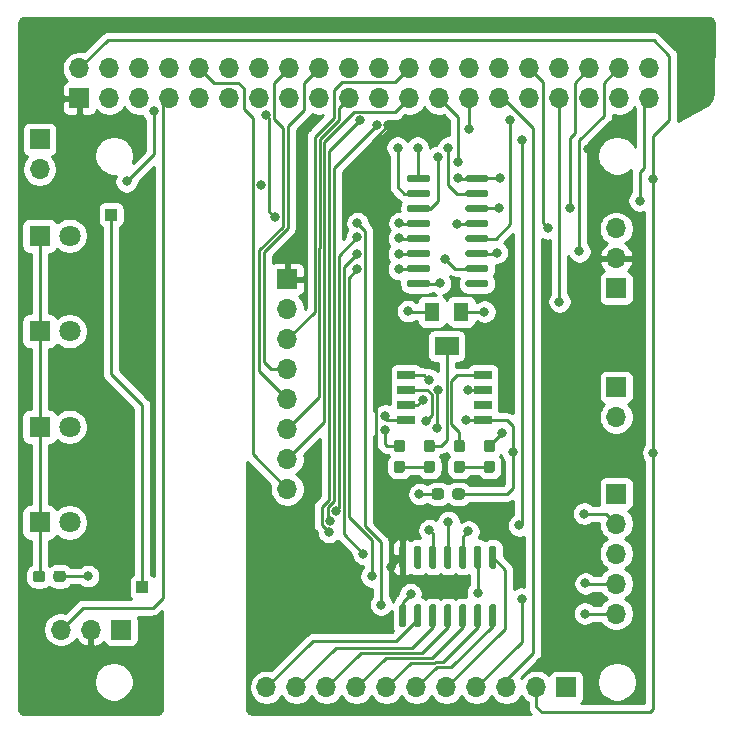
<source format=gbr>
G04 #@! TF.GenerationSoftware,KiCad,Pcbnew,(5.1.10-1-10_14)*
G04 #@! TF.CreationDate,2021-06-08T23:18:15-04:00*
G04 #@! TF.ProjectId,tr109-mainboard,74723130-392d-46d6-9169-6e626f617264,1*
G04 #@! TF.SameCoordinates,Original*
G04 #@! TF.FileFunction,Copper,L1,Top*
G04 #@! TF.FilePolarity,Positive*
%FSLAX46Y46*%
G04 Gerber Fmt 4.6, Leading zero omitted, Abs format (unit mm)*
G04 Created by KiCad (PCBNEW (5.1.10-1-10_14)) date 2021-06-08 23:18:15*
%MOMM*%
%LPD*%
G01*
G04 APERTURE LIST*
G04 #@! TA.AperFunction,ComponentPad*
%ADD10O,1.700000X1.700000*%
G04 #@! TD*
G04 #@! TA.AperFunction,ComponentPad*
%ADD11R,1.700000X1.700000*%
G04 #@! TD*
G04 #@! TA.AperFunction,SMDPad,CuDef*
%ADD12R,1.300000X1.600000*%
G04 #@! TD*
G04 #@! TA.AperFunction,SMDPad,CuDef*
%ADD13R,2.000000X1.600000*%
G04 #@! TD*
G04 #@! TA.AperFunction,SMDPad,CuDef*
%ADD14R,1.000000X1.000000*%
G04 #@! TD*
G04 #@! TA.AperFunction,ComponentPad*
%ADD15C,1.800000*%
G04 #@! TD*
G04 #@! TA.AperFunction,ComponentPad*
%ADD16R,1.800000X1.800000*%
G04 #@! TD*
G04 #@! TA.AperFunction,SMDPad,CuDef*
%ADD17R,1.505000X0.802000*%
G04 #@! TD*
G04 #@! TA.AperFunction,ViaPad*
%ADD18C,0.800000*%
G04 #@! TD*
G04 #@! TA.AperFunction,Conductor*
%ADD19C,0.250000*%
G04 #@! TD*
G04 #@! TA.AperFunction,Conductor*
%ADD20C,0.254000*%
G04 #@! TD*
G04 #@! TA.AperFunction,Conductor*
%ADD21C,0.100000*%
G04 #@! TD*
G04 APERTURE END LIST*
D10*
X116034660Y-84579400D03*
D11*
X116034660Y-82039400D03*
D10*
X135250600Y-128439400D03*
X137790600Y-128439400D03*
X140330600Y-128439400D03*
X142870600Y-128439400D03*
X145410600Y-128439400D03*
X147950600Y-128439400D03*
X150490600Y-128439400D03*
X153030600Y-128439400D03*
X155570600Y-128439400D03*
X158110600Y-128439400D03*
D11*
X160650600Y-128439400D03*
D10*
X164850600Y-122199400D03*
X164850600Y-119659400D03*
X164850600Y-117119400D03*
X164850600Y-114579400D03*
D11*
X164850600Y-112039400D03*
G04 #@! TA.AperFunction,SMDPad,CuDef*
G36*
G01*
X152096600Y-85514400D02*
X152096600Y-85214400D01*
G75*
G02*
X152246600Y-85064400I150000J0D01*
G01*
X153896600Y-85064400D01*
G75*
G02*
X154046600Y-85214400I0J-150000D01*
G01*
X154046600Y-85514400D01*
G75*
G02*
X153896600Y-85664400I-150000J0D01*
G01*
X152246600Y-85664400D01*
G75*
G02*
X152096600Y-85514400I0J150000D01*
G01*
G37*
G04 #@! TD.AperFunction*
G04 #@! TA.AperFunction,SMDPad,CuDef*
G36*
G01*
X152096600Y-86784400D02*
X152096600Y-86484400D01*
G75*
G02*
X152246600Y-86334400I150000J0D01*
G01*
X153896600Y-86334400D01*
G75*
G02*
X154046600Y-86484400I0J-150000D01*
G01*
X154046600Y-86784400D01*
G75*
G02*
X153896600Y-86934400I-150000J0D01*
G01*
X152246600Y-86934400D01*
G75*
G02*
X152096600Y-86784400I0J150000D01*
G01*
G37*
G04 #@! TD.AperFunction*
G04 #@! TA.AperFunction,SMDPad,CuDef*
G36*
G01*
X152096600Y-88054400D02*
X152096600Y-87754400D01*
G75*
G02*
X152246600Y-87604400I150000J0D01*
G01*
X153896600Y-87604400D01*
G75*
G02*
X154046600Y-87754400I0J-150000D01*
G01*
X154046600Y-88054400D01*
G75*
G02*
X153896600Y-88204400I-150000J0D01*
G01*
X152246600Y-88204400D01*
G75*
G02*
X152096600Y-88054400I0J150000D01*
G01*
G37*
G04 #@! TD.AperFunction*
G04 #@! TA.AperFunction,SMDPad,CuDef*
G36*
G01*
X152096600Y-89324400D02*
X152096600Y-89024400D01*
G75*
G02*
X152246600Y-88874400I150000J0D01*
G01*
X153896600Y-88874400D01*
G75*
G02*
X154046600Y-89024400I0J-150000D01*
G01*
X154046600Y-89324400D01*
G75*
G02*
X153896600Y-89474400I-150000J0D01*
G01*
X152246600Y-89474400D01*
G75*
G02*
X152096600Y-89324400I0J150000D01*
G01*
G37*
G04 #@! TD.AperFunction*
G04 #@! TA.AperFunction,SMDPad,CuDef*
G36*
G01*
X152096600Y-90594400D02*
X152096600Y-90294400D01*
G75*
G02*
X152246600Y-90144400I150000J0D01*
G01*
X153896600Y-90144400D01*
G75*
G02*
X154046600Y-90294400I0J-150000D01*
G01*
X154046600Y-90594400D01*
G75*
G02*
X153896600Y-90744400I-150000J0D01*
G01*
X152246600Y-90744400D01*
G75*
G02*
X152096600Y-90594400I0J150000D01*
G01*
G37*
G04 #@! TD.AperFunction*
G04 #@! TA.AperFunction,SMDPad,CuDef*
G36*
G01*
X152096600Y-91864400D02*
X152096600Y-91564400D01*
G75*
G02*
X152246600Y-91414400I150000J0D01*
G01*
X153896600Y-91414400D01*
G75*
G02*
X154046600Y-91564400I0J-150000D01*
G01*
X154046600Y-91864400D01*
G75*
G02*
X153896600Y-92014400I-150000J0D01*
G01*
X152246600Y-92014400D01*
G75*
G02*
X152096600Y-91864400I0J150000D01*
G01*
G37*
G04 #@! TD.AperFunction*
G04 #@! TA.AperFunction,SMDPad,CuDef*
G36*
G01*
X152096600Y-93134400D02*
X152096600Y-92834400D01*
G75*
G02*
X152246600Y-92684400I150000J0D01*
G01*
X153896600Y-92684400D01*
G75*
G02*
X154046600Y-92834400I0J-150000D01*
G01*
X154046600Y-93134400D01*
G75*
G02*
X153896600Y-93284400I-150000J0D01*
G01*
X152246600Y-93284400D01*
G75*
G02*
X152096600Y-93134400I0J150000D01*
G01*
G37*
G04 #@! TD.AperFunction*
G04 #@! TA.AperFunction,SMDPad,CuDef*
G36*
G01*
X152096600Y-94404400D02*
X152096600Y-94104400D01*
G75*
G02*
X152246600Y-93954400I150000J0D01*
G01*
X153896600Y-93954400D01*
G75*
G02*
X154046600Y-94104400I0J-150000D01*
G01*
X154046600Y-94404400D01*
G75*
G02*
X153896600Y-94554400I-150000J0D01*
G01*
X152246600Y-94554400D01*
G75*
G02*
X152096600Y-94404400I0J150000D01*
G01*
G37*
G04 #@! TD.AperFunction*
G04 #@! TA.AperFunction,SMDPad,CuDef*
G36*
G01*
X147146600Y-94404400D02*
X147146600Y-94104400D01*
G75*
G02*
X147296600Y-93954400I150000J0D01*
G01*
X148946600Y-93954400D01*
G75*
G02*
X149096600Y-94104400I0J-150000D01*
G01*
X149096600Y-94404400D01*
G75*
G02*
X148946600Y-94554400I-150000J0D01*
G01*
X147296600Y-94554400D01*
G75*
G02*
X147146600Y-94404400I0J150000D01*
G01*
G37*
G04 #@! TD.AperFunction*
G04 #@! TA.AperFunction,SMDPad,CuDef*
G36*
G01*
X147146600Y-93134400D02*
X147146600Y-92834400D01*
G75*
G02*
X147296600Y-92684400I150000J0D01*
G01*
X148946600Y-92684400D01*
G75*
G02*
X149096600Y-92834400I0J-150000D01*
G01*
X149096600Y-93134400D01*
G75*
G02*
X148946600Y-93284400I-150000J0D01*
G01*
X147296600Y-93284400D01*
G75*
G02*
X147146600Y-93134400I0J150000D01*
G01*
G37*
G04 #@! TD.AperFunction*
G04 #@! TA.AperFunction,SMDPad,CuDef*
G36*
G01*
X147146600Y-91864400D02*
X147146600Y-91564400D01*
G75*
G02*
X147296600Y-91414400I150000J0D01*
G01*
X148946600Y-91414400D01*
G75*
G02*
X149096600Y-91564400I0J-150000D01*
G01*
X149096600Y-91864400D01*
G75*
G02*
X148946600Y-92014400I-150000J0D01*
G01*
X147296600Y-92014400D01*
G75*
G02*
X147146600Y-91864400I0J150000D01*
G01*
G37*
G04 #@! TD.AperFunction*
G04 #@! TA.AperFunction,SMDPad,CuDef*
G36*
G01*
X147146600Y-90594400D02*
X147146600Y-90294400D01*
G75*
G02*
X147296600Y-90144400I150000J0D01*
G01*
X148946600Y-90144400D01*
G75*
G02*
X149096600Y-90294400I0J-150000D01*
G01*
X149096600Y-90594400D01*
G75*
G02*
X148946600Y-90744400I-150000J0D01*
G01*
X147296600Y-90744400D01*
G75*
G02*
X147146600Y-90594400I0J150000D01*
G01*
G37*
G04 #@! TD.AperFunction*
G04 #@! TA.AperFunction,SMDPad,CuDef*
G36*
G01*
X147146600Y-89324400D02*
X147146600Y-89024400D01*
G75*
G02*
X147296600Y-88874400I150000J0D01*
G01*
X148946600Y-88874400D01*
G75*
G02*
X149096600Y-89024400I0J-150000D01*
G01*
X149096600Y-89324400D01*
G75*
G02*
X148946600Y-89474400I-150000J0D01*
G01*
X147296600Y-89474400D01*
G75*
G02*
X147146600Y-89324400I0J150000D01*
G01*
G37*
G04 #@! TD.AperFunction*
G04 #@! TA.AperFunction,SMDPad,CuDef*
G36*
G01*
X147146600Y-88054400D02*
X147146600Y-87754400D01*
G75*
G02*
X147296600Y-87604400I150000J0D01*
G01*
X148946600Y-87604400D01*
G75*
G02*
X149096600Y-87754400I0J-150000D01*
G01*
X149096600Y-88054400D01*
G75*
G02*
X148946600Y-88204400I-150000J0D01*
G01*
X147296600Y-88204400D01*
G75*
G02*
X147146600Y-88054400I0J150000D01*
G01*
G37*
G04 #@! TD.AperFunction*
G04 #@! TA.AperFunction,SMDPad,CuDef*
G36*
G01*
X147146600Y-86784400D02*
X147146600Y-86484400D01*
G75*
G02*
X147296600Y-86334400I150000J0D01*
G01*
X148946600Y-86334400D01*
G75*
G02*
X149096600Y-86484400I0J-150000D01*
G01*
X149096600Y-86784400D01*
G75*
G02*
X148946600Y-86934400I-150000J0D01*
G01*
X147296600Y-86934400D01*
G75*
G02*
X147146600Y-86784400I0J150000D01*
G01*
G37*
G04 #@! TD.AperFunction*
G04 #@! TA.AperFunction,SMDPad,CuDef*
G36*
G01*
X147146600Y-85514400D02*
X147146600Y-85214400D01*
G75*
G02*
X147296600Y-85064400I150000J0D01*
G01*
X148946600Y-85064400D01*
G75*
G02*
X149096600Y-85214400I0J-150000D01*
G01*
X149096600Y-85514400D01*
G75*
G02*
X148946600Y-85664400I-150000J0D01*
G01*
X147296600Y-85664400D01*
G75*
G02*
X147146600Y-85514400I0J150000D01*
G01*
G37*
G04 #@! TD.AperFunction*
D10*
X164850600Y-105562400D03*
D11*
X164850600Y-103022400D03*
D12*
X149250600Y-96639400D03*
D13*
X150500600Y-99539400D03*
D12*
X151750600Y-96639400D03*
D10*
X117850600Y-123549400D03*
X120390600Y-123549400D03*
D11*
X122930600Y-123549400D03*
D14*
X122097800Y-88417400D03*
X124735701Y-119980599D03*
D10*
X167661760Y-76036860D03*
X167661760Y-78576860D03*
X165121760Y-76036860D03*
X165121760Y-78576860D03*
X162581760Y-76036860D03*
X162581760Y-78576860D03*
X160041760Y-76036860D03*
X160041760Y-78576860D03*
X157501760Y-76036860D03*
X157501760Y-78576860D03*
X154961760Y-76036860D03*
X154961760Y-78576860D03*
X152421760Y-76036860D03*
X152421760Y-78576860D03*
X149881760Y-76036860D03*
X149881760Y-78576860D03*
X147341760Y-76036860D03*
X147341760Y-78576860D03*
X144801760Y-76036860D03*
X144801760Y-78576860D03*
X142261760Y-76036860D03*
X142261760Y-78576860D03*
X139721760Y-76036860D03*
X139721760Y-78576860D03*
X137181760Y-76036860D03*
X137181760Y-78576860D03*
X134641760Y-76036860D03*
X134641760Y-78576860D03*
X132101760Y-76036860D03*
X132101760Y-78576860D03*
X129561760Y-76036860D03*
X129561760Y-78576860D03*
X127021760Y-76036860D03*
X127021760Y-78576860D03*
X124481760Y-76036860D03*
X124481760Y-78576860D03*
X121941760Y-76036860D03*
X121941760Y-78576860D03*
X119401760Y-76036860D03*
D11*
X119401760Y-78576860D03*
D10*
X164850600Y-89585800D03*
X164850600Y-92125800D03*
D11*
X164850600Y-94665800D03*
D15*
X118574660Y-114483260D03*
D16*
X116034660Y-114483260D03*
D15*
X118574660Y-106389126D03*
D16*
X116034660Y-106389126D03*
D15*
X118574660Y-98294993D03*
D16*
X116034660Y-98294993D03*
D15*
X118574660Y-90200860D03*
D16*
X116034660Y-90200860D03*
G04 #@! TA.AperFunction,SMDPad,CuDef*
G36*
G01*
X154256600Y-121413400D02*
X154556600Y-121413400D01*
G75*
G02*
X154706600Y-121563400I0J-150000D01*
G01*
X154706600Y-123213400D01*
G75*
G02*
X154556600Y-123363400I-150000J0D01*
G01*
X154256600Y-123363400D01*
G75*
G02*
X154106600Y-123213400I0J150000D01*
G01*
X154106600Y-121563400D01*
G75*
G02*
X154256600Y-121413400I150000J0D01*
G01*
G37*
G04 #@! TD.AperFunction*
G04 #@! TA.AperFunction,SMDPad,CuDef*
G36*
G01*
X152986600Y-121413400D02*
X153286600Y-121413400D01*
G75*
G02*
X153436600Y-121563400I0J-150000D01*
G01*
X153436600Y-123213400D01*
G75*
G02*
X153286600Y-123363400I-150000J0D01*
G01*
X152986600Y-123363400D01*
G75*
G02*
X152836600Y-123213400I0J150000D01*
G01*
X152836600Y-121563400D01*
G75*
G02*
X152986600Y-121413400I150000J0D01*
G01*
G37*
G04 #@! TD.AperFunction*
G04 #@! TA.AperFunction,SMDPad,CuDef*
G36*
G01*
X151716600Y-121413400D02*
X152016600Y-121413400D01*
G75*
G02*
X152166600Y-121563400I0J-150000D01*
G01*
X152166600Y-123213400D01*
G75*
G02*
X152016600Y-123363400I-150000J0D01*
G01*
X151716600Y-123363400D01*
G75*
G02*
X151566600Y-123213400I0J150000D01*
G01*
X151566600Y-121563400D01*
G75*
G02*
X151716600Y-121413400I150000J0D01*
G01*
G37*
G04 #@! TD.AperFunction*
G04 #@! TA.AperFunction,SMDPad,CuDef*
G36*
G01*
X150446600Y-121413400D02*
X150746600Y-121413400D01*
G75*
G02*
X150896600Y-121563400I0J-150000D01*
G01*
X150896600Y-123213400D01*
G75*
G02*
X150746600Y-123363400I-150000J0D01*
G01*
X150446600Y-123363400D01*
G75*
G02*
X150296600Y-123213400I0J150000D01*
G01*
X150296600Y-121563400D01*
G75*
G02*
X150446600Y-121413400I150000J0D01*
G01*
G37*
G04 #@! TD.AperFunction*
G04 #@! TA.AperFunction,SMDPad,CuDef*
G36*
G01*
X149176600Y-121413400D02*
X149476600Y-121413400D01*
G75*
G02*
X149626600Y-121563400I0J-150000D01*
G01*
X149626600Y-123213400D01*
G75*
G02*
X149476600Y-123363400I-150000J0D01*
G01*
X149176600Y-123363400D01*
G75*
G02*
X149026600Y-123213400I0J150000D01*
G01*
X149026600Y-121563400D01*
G75*
G02*
X149176600Y-121413400I150000J0D01*
G01*
G37*
G04 #@! TD.AperFunction*
G04 #@! TA.AperFunction,SMDPad,CuDef*
G36*
G01*
X147906600Y-121413400D02*
X148206600Y-121413400D01*
G75*
G02*
X148356600Y-121563400I0J-150000D01*
G01*
X148356600Y-123213400D01*
G75*
G02*
X148206600Y-123363400I-150000J0D01*
G01*
X147906600Y-123363400D01*
G75*
G02*
X147756600Y-123213400I0J150000D01*
G01*
X147756600Y-121563400D01*
G75*
G02*
X147906600Y-121413400I150000J0D01*
G01*
G37*
G04 #@! TD.AperFunction*
G04 #@! TA.AperFunction,SMDPad,CuDef*
G36*
G01*
X146636600Y-121413400D02*
X146936600Y-121413400D01*
G75*
G02*
X147086600Y-121563400I0J-150000D01*
G01*
X147086600Y-123213400D01*
G75*
G02*
X146936600Y-123363400I-150000J0D01*
G01*
X146636600Y-123363400D01*
G75*
G02*
X146486600Y-123213400I0J150000D01*
G01*
X146486600Y-121563400D01*
G75*
G02*
X146636600Y-121413400I150000J0D01*
G01*
G37*
G04 #@! TD.AperFunction*
G04 #@! TA.AperFunction,SMDPad,CuDef*
G36*
G01*
X146636600Y-116463400D02*
X146936600Y-116463400D01*
G75*
G02*
X147086600Y-116613400I0J-150000D01*
G01*
X147086600Y-118263400D01*
G75*
G02*
X146936600Y-118413400I-150000J0D01*
G01*
X146636600Y-118413400D01*
G75*
G02*
X146486600Y-118263400I0J150000D01*
G01*
X146486600Y-116613400D01*
G75*
G02*
X146636600Y-116463400I150000J0D01*
G01*
G37*
G04 #@! TD.AperFunction*
G04 #@! TA.AperFunction,SMDPad,CuDef*
G36*
G01*
X147906600Y-116463400D02*
X148206600Y-116463400D01*
G75*
G02*
X148356600Y-116613400I0J-150000D01*
G01*
X148356600Y-118263400D01*
G75*
G02*
X148206600Y-118413400I-150000J0D01*
G01*
X147906600Y-118413400D01*
G75*
G02*
X147756600Y-118263400I0J150000D01*
G01*
X147756600Y-116613400D01*
G75*
G02*
X147906600Y-116463400I150000J0D01*
G01*
G37*
G04 #@! TD.AperFunction*
G04 #@! TA.AperFunction,SMDPad,CuDef*
G36*
G01*
X149176600Y-116463400D02*
X149476600Y-116463400D01*
G75*
G02*
X149626600Y-116613400I0J-150000D01*
G01*
X149626600Y-118263400D01*
G75*
G02*
X149476600Y-118413400I-150000J0D01*
G01*
X149176600Y-118413400D01*
G75*
G02*
X149026600Y-118263400I0J150000D01*
G01*
X149026600Y-116613400D01*
G75*
G02*
X149176600Y-116463400I150000J0D01*
G01*
G37*
G04 #@! TD.AperFunction*
G04 #@! TA.AperFunction,SMDPad,CuDef*
G36*
G01*
X150446600Y-116463400D02*
X150746600Y-116463400D01*
G75*
G02*
X150896600Y-116613400I0J-150000D01*
G01*
X150896600Y-118263400D01*
G75*
G02*
X150746600Y-118413400I-150000J0D01*
G01*
X150446600Y-118413400D01*
G75*
G02*
X150296600Y-118263400I0J150000D01*
G01*
X150296600Y-116613400D01*
G75*
G02*
X150446600Y-116463400I150000J0D01*
G01*
G37*
G04 #@! TD.AperFunction*
G04 #@! TA.AperFunction,SMDPad,CuDef*
G36*
G01*
X151716600Y-116463400D02*
X152016600Y-116463400D01*
G75*
G02*
X152166600Y-116613400I0J-150000D01*
G01*
X152166600Y-118263400D01*
G75*
G02*
X152016600Y-118413400I-150000J0D01*
G01*
X151716600Y-118413400D01*
G75*
G02*
X151566600Y-118263400I0J150000D01*
G01*
X151566600Y-116613400D01*
G75*
G02*
X151716600Y-116463400I150000J0D01*
G01*
G37*
G04 #@! TD.AperFunction*
G04 #@! TA.AperFunction,SMDPad,CuDef*
G36*
G01*
X152986600Y-116463400D02*
X153286600Y-116463400D01*
G75*
G02*
X153436600Y-116613400I0J-150000D01*
G01*
X153436600Y-118263400D01*
G75*
G02*
X153286600Y-118413400I-150000J0D01*
G01*
X152986600Y-118413400D01*
G75*
G02*
X152836600Y-118263400I0J150000D01*
G01*
X152836600Y-116613400D01*
G75*
G02*
X152986600Y-116463400I150000J0D01*
G01*
G37*
G04 #@! TD.AperFunction*
G04 #@! TA.AperFunction,SMDPad,CuDef*
G36*
G01*
X154256600Y-116463400D02*
X154556600Y-116463400D01*
G75*
G02*
X154706600Y-116613400I0J-150000D01*
G01*
X154706600Y-118263400D01*
G75*
G02*
X154556600Y-118413400I-150000J0D01*
G01*
X154256600Y-118413400D01*
G75*
G02*
X154106600Y-118263400I0J150000D01*
G01*
X154106600Y-116613400D01*
G75*
G02*
X154256600Y-116463400I150000J0D01*
G01*
G37*
G04 #@! TD.AperFunction*
D10*
X137007600Y-111658400D03*
X137007600Y-109118400D03*
X137007600Y-106578400D03*
X137007600Y-104038400D03*
X137007600Y-101498400D03*
X137007600Y-98958400D03*
X137007600Y-96418400D03*
D11*
X137007600Y-93878400D03*
D17*
X153561600Y-102033400D03*
X147061600Y-102033400D03*
X153561600Y-103303400D03*
X147061600Y-103303400D03*
X153561600Y-104573400D03*
X147061600Y-104573400D03*
X153561600Y-105843400D03*
X147061600Y-105843400D03*
G04 #@! TA.AperFunction,SMDPad,CuDef*
G36*
G01*
X151343266Y-109241400D02*
X151818266Y-109241400D01*
G75*
G02*
X152055766Y-109478900I0J-237500D01*
G01*
X152055766Y-110053900D01*
G75*
G02*
X151818266Y-110291400I-237500J0D01*
G01*
X151343266Y-110291400D01*
G75*
G02*
X151105766Y-110053900I0J237500D01*
G01*
X151105766Y-109478900D01*
G75*
G02*
X151343266Y-109241400I237500J0D01*
G01*
G37*
G04 #@! TD.AperFunction*
G04 #@! TA.AperFunction,SMDPad,CuDef*
G36*
G01*
X151343266Y-107491400D02*
X151818266Y-107491400D01*
G75*
G02*
X152055766Y-107728900I0J-237500D01*
G01*
X152055766Y-108303900D01*
G75*
G02*
X151818266Y-108541400I-237500J0D01*
G01*
X151343266Y-108541400D01*
G75*
G02*
X151105766Y-108303900I0J237500D01*
G01*
X151105766Y-107728900D01*
G75*
G02*
X151343266Y-107491400I237500J0D01*
G01*
G37*
G04 #@! TD.AperFunction*
G04 #@! TA.AperFunction,SMDPad,CuDef*
G36*
G01*
X146266600Y-109241400D02*
X146741600Y-109241400D01*
G75*
G02*
X146979100Y-109478900I0J-237500D01*
G01*
X146979100Y-110053900D01*
G75*
G02*
X146741600Y-110291400I-237500J0D01*
G01*
X146266600Y-110291400D01*
G75*
G02*
X146029100Y-110053900I0J237500D01*
G01*
X146029100Y-109478900D01*
G75*
G02*
X146266600Y-109241400I237500J0D01*
G01*
G37*
G04 #@! TD.AperFunction*
G04 #@! TA.AperFunction,SMDPad,CuDef*
G36*
G01*
X146266600Y-107491400D02*
X146741600Y-107491400D01*
G75*
G02*
X146979100Y-107728900I0J-237500D01*
G01*
X146979100Y-108303900D01*
G75*
G02*
X146741600Y-108541400I-237500J0D01*
G01*
X146266600Y-108541400D01*
G75*
G02*
X146029100Y-108303900I0J237500D01*
G01*
X146029100Y-107728900D01*
G75*
G02*
X146266600Y-107491400I237500J0D01*
G01*
G37*
G04 #@! TD.AperFunction*
G04 #@! TA.AperFunction,SMDPad,CuDef*
G36*
G01*
X150990600Y-112303900D02*
X150990600Y-111828900D01*
G75*
G02*
X151228100Y-111591400I237500J0D01*
G01*
X151803100Y-111591400D01*
G75*
G02*
X152040600Y-111828900I0J-237500D01*
G01*
X152040600Y-112303900D01*
G75*
G02*
X151803100Y-112541400I-237500J0D01*
G01*
X151228100Y-112541400D01*
G75*
G02*
X150990600Y-112303900I0J237500D01*
G01*
G37*
G04 #@! TD.AperFunction*
G04 #@! TA.AperFunction,SMDPad,CuDef*
G36*
G01*
X149240600Y-112303900D02*
X149240600Y-111828900D01*
G75*
G02*
X149478100Y-111591400I237500J0D01*
G01*
X150053100Y-111591400D01*
G75*
G02*
X150290600Y-111828900I0J-237500D01*
G01*
X150290600Y-112303900D01*
G75*
G02*
X150053100Y-112541400I-237500J0D01*
G01*
X149478100Y-112541400D01*
G75*
G02*
X149240600Y-112303900I0J237500D01*
G01*
G37*
G04 #@! TD.AperFunction*
G04 #@! TA.AperFunction,SMDPad,CuDef*
G36*
G01*
X154356600Y-108541400D02*
X153881600Y-108541400D01*
G75*
G02*
X153644100Y-108303900I0J237500D01*
G01*
X153644100Y-107728900D01*
G75*
G02*
X153881600Y-107491400I237500J0D01*
G01*
X154356600Y-107491400D01*
G75*
G02*
X154594100Y-107728900I0J-237500D01*
G01*
X154594100Y-108303900D01*
G75*
G02*
X154356600Y-108541400I-237500J0D01*
G01*
G37*
G04 #@! TD.AperFunction*
G04 #@! TA.AperFunction,SMDPad,CuDef*
G36*
G01*
X154356600Y-110291400D02*
X153881600Y-110291400D01*
G75*
G02*
X153644100Y-110053900I0J237500D01*
G01*
X153644100Y-109478900D01*
G75*
G02*
X153881600Y-109241400I237500J0D01*
G01*
X154356600Y-109241400D01*
G75*
G02*
X154594100Y-109478900I0J-237500D01*
G01*
X154594100Y-110053900D01*
G75*
G02*
X154356600Y-110291400I-237500J0D01*
G01*
G37*
G04 #@! TD.AperFunction*
G04 #@! TA.AperFunction,SMDPad,CuDef*
G36*
G01*
X149279933Y-108541400D02*
X148804933Y-108541400D01*
G75*
G02*
X148567433Y-108303900I0J237500D01*
G01*
X148567433Y-107728900D01*
G75*
G02*
X148804933Y-107491400I237500J0D01*
G01*
X149279933Y-107491400D01*
G75*
G02*
X149517433Y-107728900I0J-237500D01*
G01*
X149517433Y-108303900D01*
G75*
G02*
X149279933Y-108541400I-237500J0D01*
G01*
G37*
G04 #@! TD.AperFunction*
G04 #@! TA.AperFunction,SMDPad,CuDef*
G36*
G01*
X149279933Y-110291400D02*
X148804933Y-110291400D01*
G75*
G02*
X148567433Y-110053900I0J237500D01*
G01*
X148567433Y-109478900D01*
G75*
G02*
X148804933Y-109241400I237500J0D01*
G01*
X149279933Y-109241400D01*
G75*
G02*
X149517433Y-109478900I0J-237500D01*
G01*
X149517433Y-110053900D01*
G75*
G02*
X149279933Y-110291400I-237500J0D01*
G01*
G37*
G04 #@! TD.AperFunction*
G04 #@! TA.AperFunction,SMDPad,CuDef*
G36*
G01*
X117215400Y-119284500D02*
X117215400Y-118809500D01*
G75*
G02*
X117452900Y-118572000I237500J0D01*
G01*
X118027900Y-118572000D01*
G75*
G02*
X118265400Y-118809500I0J-237500D01*
G01*
X118265400Y-119284500D01*
G75*
G02*
X118027900Y-119522000I-237500J0D01*
G01*
X117452900Y-119522000D01*
G75*
G02*
X117215400Y-119284500I0J237500D01*
G01*
G37*
G04 #@! TD.AperFunction*
G04 #@! TA.AperFunction,SMDPad,CuDef*
G36*
G01*
X115465400Y-119284500D02*
X115465400Y-118809500D01*
G75*
G02*
X115702900Y-118572000I237500J0D01*
G01*
X116277900Y-118572000D01*
G75*
G02*
X116515400Y-118809500I0J-237500D01*
G01*
X116515400Y-119284500D01*
G75*
G02*
X116277900Y-119522000I-237500J0D01*
G01*
X115702900Y-119522000D01*
G75*
G02*
X115465400Y-119284500I0J237500D01*
G01*
G37*
G04 #@! TD.AperFunction*
D18*
X150650600Y-82739400D03*
X148050600Y-82739400D03*
X146350600Y-82739400D03*
X149750600Y-83539400D03*
X120154700Y-119034300D03*
X149950600Y-94239400D03*
X151350600Y-89239400D03*
X147450600Y-120539400D03*
X148200600Y-112089400D03*
X155200600Y-106939400D03*
X151450600Y-83939400D03*
X166850600Y-87239400D03*
X147250600Y-96589400D03*
X148500600Y-104089400D03*
X149050600Y-115139400D03*
X143150600Y-80439400D03*
X140537418Y-115282280D03*
X151450600Y-85339400D03*
X150400600Y-92189400D03*
X168000600Y-85389400D03*
X155000600Y-85339400D03*
X168000600Y-108589400D03*
X156100600Y-108539400D03*
X152150600Y-105839400D03*
X148750600Y-105889400D03*
X150650600Y-114439400D03*
X144598757Y-80806780D03*
X140591831Y-114331424D03*
X145550600Y-80839400D03*
X162500600Y-82839400D03*
X144500600Y-85839400D03*
X138250600Y-85839400D03*
X134800600Y-85889400D03*
X145750600Y-118289400D03*
X141850600Y-118289400D03*
X162210588Y-122199400D03*
X144950600Y-121439402D03*
X146500600Y-89139400D03*
X142950608Y-89139400D03*
X135950600Y-88639400D03*
X135225300Y-79942200D03*
X125700600Y-79664400D03*
X123400600Y-85614400D03*
X154750600Y-91639400D03*
X161750600Y-91539400D03*
X160950600Y-87839400D03*
X154950600Y-87839400D03*
X155850598Y-80439400D03*
X146450600Y-90439400D03*
X162150600Y-113739400D03*
X142920779Y-90339400D03*
X141120779Y-113539400D03*
X146450600Y-91739400D03*
X143450600Y-117139400D03*
X142920779Y-91739400D03*
X146450600Y-93039400D03*
X162250600Y-119639400D03*
X144150602Y-119039398D03*
X142920779Y-93039400D03*
X159100600Y-89589400D03*
X153150600Y-120439400D03*
X156850600Y-120939400D03*
X153700600Y-96639400D03*
X160050600Y-95789400D03*
X145300600Y-105439400D03*
X156650600Y-114739400D03*
X152350600Y-115239400D03*
X156850600Y-82139400D03*
X152421760Y-81168242D03*
X152300600Y-103289400D03*
X145250600Y-106639396D03*
X149700600Y-106466810D03*
X149801937Y-103254407D03*
X149000600Y-102389400D03*
D19*
X150650600Y-82739400D02*
X150650600Y-85939400D01*
X151345600Y-86634400D02*
X153071600Y-86634400D01*
X150650600Y-85939400D02*
X151345600Y-86634400D01*
X116034660Y-114483260D02*
X116034660Y-106389126D01*
X116034660Y-98494993D02*
X116234660Y-98294993D01*
X116034660Y-106389126D02*
X116034660Y-98494993D01*
X115990400Y-114527520D02*
X116034660Y-114483260D01*
X116034660Y-90200860D02*
X116034660Y-98294993D01*
X116034660Y-119002740D02*
X115990400Y-119047000D01*
X116034660Y-114483260D02*
X116034660Y-119002740D01*
X148050600Y-85293400D02*
X148121600Y-85364400D01*
X148050600Y-82739400D02*
X148050600Y-85293400D01*
X146350600Y-86089400D02*
X146350600Y-82739400D01*
X146895600Y-86634400D02*
X146350600Y-86089400D01*
X148121600Y-86634400D02*
X146895600Y-86634400D01*
X149750600Y-87250400D02*
X149096600Y-87904400D01*
X149096600Y-87904400D02*
X148121600Y-87904400D01*
X149750600Y-83539400D02*
X149750600Y-87250400D01*
X146162620Y-77216000D02*
X147341760Y-76036860D01*
X141605000Y-77216000D02*
X146162620Y-77216000D01*
X139336134Y-91078570D02*
X139340956Y-91073748D01*
X140970000Y-80200500D02*
X140970000Y-77851000D01*
X139336134Y-96629866D02*
X139336134Y-91078570D01*
X139340956Y-91073748D02*
X139340956Y-81829544D01*
X137007600Y-98958400D02*
X139336134Y-96629866D01*
X139340956Y-81829544D02*
X140970000Y-80200500D01*
X140970000Y-77851000D02*
X141605000Y-77216000D01*
X142640401Y-79761999D02*
X140145778Y-82256622D01*
X140140956Y-91411938D02*
X140140956Y-105985044D01*
X140145778Y-82256622D02*
X140145778Y-91407116D01*
X147341760Y-78576860D02*
X146156621Y-79761999D01*
X140145778Y-91407116D02*
X140140956Y-91411938D01*
X140140956Y-105985044D02*
X137007600Y-109118400D01*
X146156621Y-79761999D02*
X142640401Y-79761999D01*
X141833600Y-78613000D02*
X142316200Y-78130400D01*
X139738545Y-91245254D02*
X139738545Y-103847455D01*
X139738545Y-103847455D02*
X137007600Y-106578400D01*
X139743367Y-82049433D02*
X139743367Y-91240432D01*
X139743367Y-91240432D02*
X139738545Y-91245254D01*
X141411761Y-79426859D02*
X141411761Y-80381039D01*
X141411761Y-80381039D02*
X139743367Y-82049433D01*
X142261760Y-78576860D02*
X141411761Y-79426859D01*
X135636000Y-101498400D02*
X137007600Y-101498400D01*
X135013700Y-100876100D02*
X135636000Y-101498400D01*
X135013700Y-91614488D02*
X135013700Y-100876100D01*
X137040600Y-89587588D02*
X135013700Y-91614488D01*
X137040600Y-80949400D02*
X137040600Y-89587588D01*
X138468100Y-79521900D02*
X137040600Y-80949400D01*
X138468100Y-77290520D02*
X138468100Y-79521900D01*
X139721760Y-76036860D02*
X138468100Y-77290520D01*
X135902700Y-80327498D02*
X135902700Y-77315920D01*
X136630412Y-81055210D02*
X135902700Y-80327498D01*
X134607300Y-91451794D02*
X136630412Y-89428682D01*
X135902700Y-77315920D02*
X136331761Y-76886859D01*
X134607300Y-101638100D02*
X134607300Y-91451794D01*
X136331761Y-76886859D02*
X137181760Y-76036860D01*
X137007600Y-104038400D02*
X134607300Y-101638100D01*
X136630412Y-89428682D02*
X136630412Y-81055210D01*
X130764300Y-77239400D02*
X129561760Y-76036860D01*
X132850600Y-77239400D02*
X130764300Y-77239400D01*
X133350600Y-77739400D02*
X132850600Y-77239400D01*
X133350600Y-79514400D02*
X133350600Y-77739400D01*
X134075600Y-80239400D02*
X133350600Y-79514400D01*
X134075600Y-108726400D02*
X134075600Y-80239400D01*
X137007600Y-111658400D02*
X134075600Y-108726400D01*
X154658640Y-76036860D02*
X154961760Y-76036860D01*
X120142000Y-119047000D02*
X120154700Y-119034300D01*
X117740400Y-119047000D02*
X120142000Y-119047000D01*
X149935600Y-94254400D02*
X149950600Y-94239400D01*
X148121600Y-94254400D02*
X149935600Y-94254400D01*
X151415600Y-89174400D02*
X151350600Y-89239400D01*
X153071600Y-89174400D02*
X151415600Y-89174400D01*
X146786600Y-121203400D02*
X147450600Y-120539400D01*
X146786600Y-122388400D02*
X146786600Y-121203400D01*
X148223600Y-112066400D02*
X148200600Y-112089400D01*
X149765600Y-112066400D02*
X148223600Y-112066400D01*
X154123600Y-108016400D02*
X155200600Y-106939400D01*
X154119100Y-108016400D02*
X154123600Y-108016400D01*
X151450600Y-80145700D02*
X151450600Y-83939400D01*
X149881760Y-78576860D02*
X151450600Y-80145700D01*
X167661760Y-78576860D02*
X167200600Y-79038020D01*
X167200600Y-79038020D02*
X167200600Y-84439400D01*
X166850600Y-84789400D02*
X166850600Y-87239400D01*
X167200600Y-84439400D02*
X166850600Y-84789400D01*
X149250600Y-96639400D02*
X147300600Y-96639400D01*
X147300600Y-96639400D02*
X147250600Y-96589400D01*
X147061600Y-104573400D02*
X148016600Y-104573400D01*
X148016600Y-104573400D02*
X148500600Y-104089400D01*
X149326600Y-115415400D02*
X149050600Y-115139400D01*
X149326600Y-117438400D02*
X149326600Y-115415400D01*
X139914429Y-114659291D02*
X140537418Y-115282280D01*
X139914429Y-113174101D02*
X139914429Y-114659291D01*
X143150600Y-80439400D02*
X140548189Y-83041811D01*
X140548189Y-112540341D02*
X139914429Y-113174101D01*
X140548189Y-83041811D02*
X140548189Y-112540341D01*
X168021000Y-73647300D02*
X169350604Y-74976904D01*
X121791320Y-73647300D02*
X168021000Y-73647300D01*
X119401760Y-76036860D02*
X121791320Y-73647300D01*
X169350604Y-74976904D02*
X169350604Y-80239400D01*
X151475600Y-85364400D02*
X151450600Y-85339400D01*
X153071600Y-85364400D02*
X151475600Y-85364400D01*
X153071600Y-92984400D02*
X151195600Y-92984400D01*
X151195600Y-92984400D02*
X150400600Y-92189400D01*
X169350604Y-80239400D02*
X169350604Y-80439396D01*
X168000600Y-81789400D02*
X168000600Y-85389400D01*
X169350604Y-80439396D02*
X168000600Y-81789400D01*
X153096600Y-85339400D02*
X153071600Y-85364400D01*
X155000600Y-85339400D02*
X153096600Y-85339400D01*
X168000600Y-85389400D02*
X168000600Y-108589400D01*
X156100600Y-108539400D02*
X156100600Y-106289400D01*
X155654600Y-105843400D02*
X153561600Y-105843400D01*
X156100600Y-106289400D02*
X155654600Y-105843400D01*
X151515600Y-112066400D02*
X155573600Y-112066400D01*
X156100600Y-111539400D02*
X156100600Y-108539400D01*
X155573600Y-112066400D02*
X156100600Y-111539400D01*
X168000600Y-108589400D02*
X168000600Y-130289400D01*
X168000600Y-130289400D02*
X167750600Y-130539400D01*
X167750600Y-130539400D02*
X158550600Y-130539400D01*
X158110600Y-130099400D02*
X158110600Y-128439400D01*
X158550600Y-130539400D02*
X158110600Y-130099400D01*
X152154600Y-105843400D02*
X152150600Y-105839400D01*
X153561600Y-105843400D02*
X152154600Y-105843400D01*
X149228002Y-103614246D02*
X149228002Y-105411998D01*
X147061600Y-103303400D02*
X147103002Y-103261998D01*
X148875754Y-103261998D02*
X149228002Y-103614246D01*
X149228002Y-105411998D02*
X148750600Y-105889400D01*
X147103002Y-103261998D02*
X148875754Y-103261998D01*
X150596600Y-114493400D02*
X150650600Y-114439400D01*
X150596600Y-117438400D02*
X150596600Y-114493400D01*
X140950600Y-112707025D02*
X140443378Y-113214247D01*
X140950600Y-84454937D02*
X140950600Y-112707025D01*
X140443378Y-114182971D02*
X140591831Y-114331424D01*
X144598757Y-80806780D02*
X140950600Y-84454937D01*
X140443378Y-113214247D02*
X140443378Y-114182971D01*
X146786600Y-115125400D02*
X146786600Y-117438400D01*
X144500600Y-112839400D02*
X146786600Y-115125400D01*
X144500600Y-81889400D02*
X144500600Y-85839400D01*
X145550600Y-80839400D02*
X144500600Y-81889400D01*
X144500600Y-85839400D02*
X144500600Y-112839400D01*
X146601600Y-117438400D02*
X145750600Y-118289400D01*
X146786600Y-117438400D02*
X146601600Y-117438400D01*
X156145599Y-127191401D02*
X155295600Y-128041400D01*
X157835600Y-125501400D02*
X156145599Y-127191401D01*
X157835600Y-81123123D02*
X157835600Y-125501400D01*
X155289337Y-78576860D02*
X157835600Y-81123123D01*
X154961760Y-78576860D02*
X155289337Y-78576860D01*
X164850600Y-122199400D02*
X162210588Y-122199400D01*
X146535600Y-89174400D02*
X146500600Y-89139400D01*
X148121600Y-89174400D02*
X146535600Y-89174400D01*
X144950600Y-116171495D02*
X143598189Y-114819084D01*
X144950600Y-121439402D02*
X144950600Y-116171495D01*
X143598189Y-114819084D02*
X143598189Y-89786981D01*
X143598189Y-89786981D02*
X142950608Y-89139400D01*
X135500292Y-80217192D02*
X135225300Y-79942200D01*
X135500292Y-88189092D02*
X135500292Y-80217192D01*
X135950600Y-88639400D02*
X135500292Y-88189092D01*
X125700600Y-83314400D02*
X123400600Y-85614400D01*
X125700600Y-79664400D02*
X125700600Y-83314400D01*
X154675600Y-91714400D02*
X154750600Y-91639400D01*
X153071600Y-91714400D02*
X154675600Y-91714400D01*
X165053140Y-76036860D02*
X165121760Y-76036860D01*
X163850600Y-77239400D02*
X165053140Y-76036860D01*
X163850600Y-80039400D02*
X163850600Y-77239400D01*
X161750600Y-82139400D02*
X163850600Y-80039400D01*
X161750600Y-91539400D02*
X161750600Y-82139400D01*
X162581760Y-76036860D02*
X161350600Y-77268020D01*
X161348190Y-77270430D02*
X161348190Y-81541810D01*
X161350600Y-77268020D02*
X161348190Y-77270430D01*
X160950600Y-81939400D02*
X160950600Y-87839400D01*
X161348190Y-81541810D02*
X160950600Y-81939400D01*
X153136600Y-87839400D02*
X153071600Y-87904400D01*
X154950600Y-87839400D02*
X153136600Y-87839400D01*
X157685160Y-78576860D02*
X157501760Y-78576860D01*
X154645600Y-90444400D02*
X155850598Y-89239402D01*
X155850598Y-89239402D02*
X155850598Y-80439400D01*
X153071600Y-90444400D02*
X154645600Y-90444400D01*
X146455600Y-90444400D02*
X146450600Y-90439400D01*
X148121600Y-90444400D02*
X146455600Y-90444400D01*
X164010600Y-113739400D02*
X164850600Y-114579400D01*
X162150600Y-113739400D02*
X164010600Y-113739400D01*
X141370779Y-113289400D02*
X141120779Y-113539400D01*
X142920779Y-90339400D02*
X141370779Y-91889400D01*
X141370779Y-91889400D02*
X141370779Y-113289400D01*
X148096600Y-91739400D02*
X148121600Y-91714400D01*
X146450600Y-91739400D02*
X148096600Y-91739400D01*
X143450600Y-117139400D02*
X141798189Y-115486989D01*
X141798189Y-92861990D02*
X142920779Y-91739400D01*
X141798189Y-115486989D02*
X141798189Y-92861990D01*
X148066600Y-93039400D02*
X148121600Y-92984400D01*
X146450600Y-93039400D02*
X148066600Y-93039400D01*
X162270600Y-119659400D02*
X162250600Y-119639400D01*
X164850600Y-119659400D02*
X162270600Y-119659400D01*
X142200600Y-113990590D02*
X142200600Y-93759579D01*
X142200600Y-93759579D02*
X142920779Y-93039400D01*
X144150602Y-119039398D02*
X144150602Y-115940592D01*
X144150602Y-115940592D02*
X142200600Y-113990590D01*
X158629161Y-89117961D02*
X159100600Y-89589400D01*
X158629161Y-77164261D02*
X158629161Y-89117961D01*
X157501760Y-76036860D02*
X158629161Y-77164261D01*
X140330600Y-128439400D02*
X143233011Y-125536989D01*
X148423011Y-125536989D02*
X150596600Y-123363400D01*
X150596600Y-123363400D02*
X150596600Y-122388400D01*
X143233011Y-125536989D02*
X148423011Y-125536989D01*
X145370600Y-125939400D02*
X149290600Y-125939400D01*
X151866600Y-123363400D02*
X151866600Y-122388400D01*
X142870600Y-128439400D02*
X145370600Y-125939400D01*
X149290600Y-125939400D02*
X151866600Y-123363400D01*
X149483916Y-126336989D02*
X150163011Y-126336989D01*
X147508190Y-126341810D02*
X149479095Y-126341810D01*
X153136600Y-123363400D02*
X153136600Y-122388400D01*
X149479095Y-126341810D02*
X149483916Y-126336989D01*
X145410600Y-128439400D02*
X147508190Y-126341810D01*
X150163011Y-126336989D02*
X153136600Y-123363400D01*
X150900600Y-126739400D02*
X154406600Y-123233400D01*
X154406600Y-123233400D02*
X154406600Y-122388400D01*
X149650600Y-126739400D02*
X150900600Y-126739400D01*
X147950600Y-128439400D02*
X149650600Y-126739400D01*
X155450600Y-118482400D02*
X154406600Y-117438400D01*
X155450600Y-123479400D02*
X155450600Y-118482400D01*
X150490600Y-128439400D02*
X155450600Y-123479400D01*
X153009600Y-127787400D02*
X152755600Y-128041400D01*
X153136600Y-117438400D02*
X153136600Y-120225400D01*
X153150600Y-120239400D02*
X153150600Y-120439400D01*
X153136600Y-120225400D02*
X153150600Y-120239400D01*
X156850600Y-124619400D02*
X153030600Y-128439400D01*
X156850600Y-120939400D02*
X156850600Y-124619400D01*
X146504100Y-109766400D02*
X149042433Y-109766400D01*
X153700600Y-96639400D02*
X151750600Y-96639400D01*
X160041760Y-78576860D02*
X160041760Y-95780560D01*
X160041760Y-95780560D02*
X160050600Y-95789400D01*
X145300600Y-105689400D02*
X145300600Y-105439400D01*
X145454600Y-105843400D02*
X145300600Y-105689400D01*
X147061600Y-105843400D02*
X145454600Y-105843400D01*
X151866600Y-115723400D02*
X152350600Y-115239400D01*
X151866600Y-117438400D02*
X151866600Y-115723400D01*
X156850600Y-114539400D02*
X156850600Y-82139400D01*
X156650600Y-114739400D02*
X156850600Y-114539400D01*
X152421760Y-78576860D02*
X152421760Y-81168242D01*
X122097800Y-88417400D02*
X122097800Y-101930200D01*
X124735701Y-104568101D02*
X124735701Y-119980599D01*
X122097800Y-101930200D02*
X124735701Y-104568101D01*
X125600600Y-121689400D02*
X119710600Y-121689400D01*
X126450600Y-79148020D02*
X126450600Y-120839400D01*
X119710600Y-121689400D02*
X117850600Y-123549400D01*
X126450600Y-120839400D02*
X125600600Y-121689400D01*
X127021760Y-78576860D02*
X126450600Y-79148020D01*
X149042433Y-108016400D02*
X150023600Y-108016400D01*
X150500600Y-107539400D02*
X150500600Y-99539400D01*
X150023600Y-108016400D02*
X150500600Y-107539400D01*
X154119100Y-109766400D02*
X151580766Y-109766400D01*
X152314600Y-103303400D02*
X152300600Y-103289400D01*
X153561600Y-103303400D02*
X152314600Y-103303400D01*
X146504100Y-108016400D02*
X145427600Y-108016400D01*
X145427600Y-108016400D02*
X145250600Y-107839400D01*
X145250600Y-107839400D02*
X145250600Y-106639396D01*
X149700600Y-106466810D02*
X149700600Y-103355744D01*
X149700600Y-103355744D02*
X149801937Y-103254407D01*
X150903010Y-106141810D02*
X151580766Y-106819566D01*
X151580766Y-106819566D02*
X151580766Y-108016400D01*
X150903010Y-102486990D02*
X150903010Y-106141810D01*
X152548046Y-102039400D02*
X151350600Y-102039400D01*
X151350600Y-102039400D02*
X150903010Y-102486990D01*
X152554046Y-102033400D02*
X152548046Y-102039400D01*
X153561600Y-102033400D02*
X152554046Y-102033400D01*
X148544600Y-102033400D02*
X147061600Y-102033400D01*
X148900600Y-102389400D02*
X148544600Y-102033400D01*
X149000600Y-102389400D02*
X148900600Y-102389400D01*
X147555422Y-125134578D02*
X149326600Y-123363400D01*
X137790600Y-128439400D02*
X141095422Y-125134578D01*
X141095422Y-125134578D02*
X147555422Y-125134578D01*
X149326600Y-123363400D02*
X149326600Y-122388400D01*
X148056600Y-122697850D02*
X148056600Y-122388400D01*
X146215050Y-124539400D02*
X148056600Y-122697850D01*
X135250600Y-128439400D02*
X139150600Y-124539400D01*
X139150600Y-124539400D02*
X146215050Y-124539400D01*
D20*
X139788190Y-112225538D02*
X139403431Y-112610298D01*
X139374428Y-112634100D01*
X139329105Y-112689327D01*
X139279455Y-112749825D01*
X139210074Y-112879626D01*
X139208883Y-112881855D01*
X139165426Y-113025116D01*
X139154429Y-113136769D01*
X139154429Y-113136779D01*
X139150753Y-113174101D01*
X139154429Y-113211424D01*
X139154430Y-114621959D01*
X139150753Y-114659291D01*
X139154430Y-114696624D01*
X139165427Y-114808277D01*
X139168360Y-114817945D01*
X139208883Y-114951537D01*
X139279455Y-115083567D01*
X139345200Y-115163676D01*
X139374429Y-115199292D01*
X139403426Y-115223089D01*
X139502418Y-115322081D01*
X139502418Y-115384219D01*
X139542192Y-115584178D01*
X139620213Y-115772536D01*
X139733481Y-115942054D01*
X139877644Y-116086217D01*
X140047162Y-116199485D01*
X140235520Y-116277506D01*
X140435479Y-116317280D01*
X140639357Y-116317280D01*
X140839316Y-116277506D01*
X141027674Y-116199485D01*
X141197192Y-116086217D01*
X141257391Y-116026018D01*
X141258188Y-116026990D01*
X141287192Y-116050793D01*
X142415600Y-117179202D01*
X142415600Y-117241339D01*
X142455374Y-117441298D01*
X142533395Y-117629656D01*
X142646663Y-117799174D01*
X142790826Y-117943337D01*
X142960344Y-118056605D01*
X143148702Y-118134626D01*
X143348661Y-118174400D01*
X143390602Y-118174400D01*
X143390602Y-118335687D01*
X143346665Y-118379624D01*
X143233397Y-118549142D01*
X143155376Y-118737500D01*
X143115602Y-118937459D01*
X143115602Y-119141337D01*
X143155376Y-119341296D01*
X143233397Y-119529654D01*
X143346665Y-119699172D01*
X143490828Y-119843335D01*
X143660346Y-119956603D01*
X143848704Y-120034624D01*
X144048663Y-120074398D01*
X144190600Y-120074398D01*
X144190600Y-120735691D01*
X144146663Y-120779628D01*
X144033395Y-120949146D01*
X143955374Y-121137504D01*
X143915600Y-121337463D01*
X143915600Y-121541341D01*
X143955374Y-121741300D01*
X144033395Y-121929658D01*
X144146663Y-122099176D01*
X144290826Y-122243339D01*
X144460344Y-122356607D01*
X144648702Y-122434628D01*
X144848661Y-122474402D01*
X145052539Y-122474402D01*
X145252498Y-122434628D01*
X145440856Y-122356607D01*
X145610374Y-122243339D01*
X145754537Y-122099176D01*
X145848528Y-121958508D01*
X145848528Y-123213400D01*
X145863671Y-123367145D01*
X145908516Y-123514982D01*
X145981342Y-123651229D01*
X146002563Y-123677086D01*
X145900249Y-123779400D01*
X139187923Y-123779400D01*
X139150600Y-123775724D01*
X139113277Y-123779400D01*
X139113267Y-123779400D01*
X139001614Y-123790397D01*
X138858353Y-123833854D01*
X138726323Y-123904426D01*
X138642683Y-123973068D01*
X138610599Y-123999399D01*
X138586801Y-124028397D01*
X135617008Y-126998191D01*
X135396860Y-126954400D01*
X135104340Y-126954400D01*
X134817442Y-127011468D01*
X134547189Y-127123410D01*
X134303968Y-127285925D01*
X134097125Y-127492768D01*
X133934610Y-127735989D01*
X133822668Y-128006242D01*
X133765600Y-128293140D01*
X133765600Y-128585660D01*
X133822668Y-128872558D01*
X133934610Y-129142811D01*
X134097125Y-129386032D01*
X134303968Y-129592875D01*
X134547189Y-129755390D01*
X134817442Y-129867332D01*
X135104340Y-129924400D01*
X135396860Y-129924400D01*
X135683758Y-129867332D01*
X135954011Y-129755390D01*
X136197232Y-129592875D01*
X136404075Y-129386032D01*
X136520600Y-129211640D01*
X136637125Y-129386032D01*
X136843968Y-129592875D01*
X137087189Y-129755390D01*
X137357442Y-129867332D01*
X137644340Y-129924400D01*
X137936860Y-129924400D01*
X138223758Y-129867332D01*
X138494011Y-129755390D01*
X138737232Y-129592875D01*
X138944075Y-129386032D01*
X139060600Y-129211640D01*
X139177125Y-129386032D01*
X139383968Y-129592875D01*
X139627189Y-129755390D01*
X139897442Y-129867332D01*
X140184340Y-129924400D01*
X140476860Y-129924400D01*
X140763758Y-129867332D01*
X141034011Y-129755390D01*
X141277232Y-129592875D01*
X141484075Y-129386032D01*
X141600600Y-129211640D01*
X141717125Y-129386032D01*
X141923968Y-129592875D01*
X142167189Y-129755390D01*
X142437442Y-129867332D01*
X142724340Y-129924400D01*
X143016860Y-129924400D01*
X143303758Y-129867332D01*
X143574011Y-129755390D01*
X143817232Y-129592875D01*
X144024075Y-129386032D01*
X144140600Y-129211640D01*
X144257125Y-129386032D01*
X144463968Y-129592875D01*
X144707189Y-129755390D01*
X144977442Y-129867332D01*
X145264340Y-129924400D01*
X145556860Y-129924400D01*
X145843758Y-129867332D01*
X146114011Y-129755390D01*
X146357232Y-129592875D01*
X146564075Y-129386032D01*
X146680600Y-129211640D01*
X146797125Y-129386032D01*
X147003968Y-129592875D01*
X147247189Y-129755390D01*
X147517442Y-129867332D01*
X147804340Y-129924400D01*
X148096860Y-129924400D01*
X148383758Y-129867332D01*
X148654011Y-129755390D01*
X148897232Y-129592875D01*
X149104075Y-129386032D01*
X149220600Y-129211640D01*
X149337125Y-129386032D01*
X149543968Y-129592875D01*
X149787189Y-129755390D01*
X150057442Y-129867332D01*
X150344340Y-129924400D01*
X150636860Y-129924400D01*
X150923758Y-129867332D01*
X151194011Y-129755390D01*
X151437232Y-129592875D01*
X151644075Y-129386032D01*
X151760600Y-129211640D01*
X151877125Y-129386032D01*
X152083968Y-129592875D01*
X152327189Y-129755390D01*
X152597442Y-129867332D01*
X152884340Y-129924400D01*
X153176860Y-129924400D01*
X153463758Y-129867332D01*
X153734011Y-129755390D01*
X153977232Y-129592875D01*
X154184075Y-129386032D01*
X154300600Y-129211640D01*
X154417125Y-129386032D01*
X154623968Y-129592875D01*
X154867189Y-129755390D01*
X155137442Y-129867332D01*
X155424340Y-129924400D01*
X155716860Y-129924400D01*
X156003758Y-129867332D01*
X156274011Y-129755390D01*
X156517232Y-129592875D01*
X156724075Y-129386032D01*
X156840600Y-129211640D01*
X156957125Y-129386032D01*
X157163968Y-129592875D01*
X157350600Y-129717579D01*
X157350600Y-130062077D01*
X157346924Y-130099400D01*
X157350600Y-130136722D01*
X157350600Y-130136732D01*
X157361597Y-130248385D01*
X157404680Y-130390414D01*
X157405054Y-130391646D01*
X157475626Y-130523676D01*
X157514052Y-130570498D01*
X157570599Y-130639401D01*
X157599603Y-130663204D01*
X157638129Y-130701730D01*
X133982529Y-130701730D01*
X133766267Y-130643771D01*
X133678730Y-130556234D01*
X133620770Y-130339962D01*
X133620770Y-109346371D01*
X135566390Y-111291992D01*
X135522600Y-111512140D01*
X135522600Y-111804660D01*
X135579668Y-112091558D01*
X135691610Y-112361811D01*
X135854125Y-112605032D01*
X136060968Y-112811875D01*
X136304189Y-112974390D01*
X136574442Y-113086332D01*
X136861340Y-113143400D01*
X137153860Y-113143400D01*
X137440758Y-113086332D01*
X137711011Y-112974390D01*
X137954232Y-112811875D01*
X138161075Y-112605032D01*
X138323590Y-112361811D01*
X138435532Y-112091558D01*
X138492600Y-111804660D01*
X138492600Y-111512140D01*
X138435532Y-111225242D01*
X138323590Y-110954989D01*
X138161075Y-110711768D01*
X137954232Y-110504925D01*
X137779840Y-110388400D01*
X137954232Y-110271875D01*
X138161075Y-110065032D01*
X138323590Y-109821811D01*
X138435532Y-109551558D01*
X138492600Y-109264660D01*
X138492600Y-108972140D01*
X138448809Y-108751992D01*
X139788190Y-107412612D01*
X139788190Y-112225538D01*
G04 #@! TA.AperFunction,Conductor*
D21*
G36*
X139788190Y-112225538D02*
G01*
X139403431Y-112610298D01*
X139374428Y-112634100D01*
X139329105Y-112689327D01*
X139279455Y-112749825D01*
X139210074Y-112879626D01*
X139208883Y-112881855D01*
X139165426Y-113025116D01*
X139154429Y-113136769D01*
X139154429Y-113136779D01*
X139150753Y-113174101D01*
X139154429Y-113211424D01*
X139154430Y-114621959D01*
X139150753Y-114659291D01*
X139154430Y-114696624D01*
X139165427Y-114808277D01*
X139168360Y-114817945D01*
X139208883Y-114951537D01*
X139279455Y-115083567D01*
X139345200Y-115163676D01*
X139374429Y-115199292D01*
X139403426Y-115223089D01*
X139502418Y-115322081D01*
X139502418Y-115384219D01*
X139542192Y-115584178D01*
X139620213Y-115772536D01*
X139733481Y-115942054D01*
X139877644Y-116086217D01*
X140047162Y-116199485D01*
X140235520Y-116277506D01*
X140435479Y-116317280D01*
X140639357Y-116317280D01*
X140839316Y-116277506D01*
X141027674Y-116199485D01*
X141197192Y-116086217D01*
X141257391Y-116026018D01*
X141258188Y-116026990D01*
X141287192Y-116050793D01*
X142415600Y-117179202D01*
X142415600Y-117241339D01*
X142455374Y-117441298D01*
X142533395Y-117629656D01*
X142646663Y-117799174D01*
X142790826Y-117943337D01*
X142960344Y-118056605D01*
X143148702Y-118134626D01*
X143348661Y-118174400D01*
X143390602Y-118174400D01*
X143390602Y-118335687D01*
X143346665Y-118379624D01*
X143233397Y-118549142D01*
X143155376Y-118737500D01*
X143115602Y-118937459D01*
X143115602Y-119141337D01*
X143155376Y-119341296D01*
X143233397Y-119529654D01*
X143346665Y-119699172D01*
X143490828Y-119843335D01*
X143660346Y-119956603D01*
X143848704Y-120034624D01*
X144048663Y-120074398D01*
X144190600Y-120074398D01*
X144190600Y-120735691D01*
X144146663Y-120779628D01*
X144033395Y-120949146D01*
X143955374Y-121137504D01*
X143915600Y-121337463D01*
X143915600Y-121541341D01*
X143955374Y-121741300D01*
X144033395Y-121929658D01*
X144146663Y-122099176D01*
X144290826Y-122243339D01*
X144460344Y-122356607D01*
X144648702Y-122434628D01*
X144848661Y-122474402D01*
X145052539Y-122474402D01*
X145252498Y-122434628D01*
X145440856Y-122356607D01*
X145610374Y-122243339D01*
X145754537Y-122099176D01*
X145848528Y-121958508D01*
X145848528Y-123213400D01*
X145863671Y-123367145D01*
X145908516Y-123514982D01*
X145981342Y-123651229D01*
X146002563Y-123677086D01*
X145900249Y-123779400D01*
X139187923Y-123779400D01*
X139150600Y-123775724D01*
X139113277Y-123779400D01*
X139113267Y-123779400D01*
X139001614Y-123790397D01*
X138858353Y-123833854D01*
X138726323Y-123904426D01*
X138642683Y-123973068D01*
X138610599Y-123999399D01*
X138586801Y-124028397D01*
X135617008Y-126998191D01*
X135396860Y-126954400D01*
X135104340Y-126954400D01*
X134817442Y-127011468D01*
X134547189Y-127123410D01*
X134303968Y-127285925D01*
X134097125Y-127492768D01*
X133934610Y-127735989D01*
X133822668Y-128006242D01*
X133765600Y-128293140D01*
X133765600Y-128585660D01*
X133822668Y-128872558D01*
X133934610Y-129142811D01*
X134097125Y-129386032D01*
X134303968Y-129592875D01*
X134547189Y-129755390D01*
X134817442Y-129867332D01*
X135104340Y-129924400D01*
X135396860Y-129924400D01*
X135683758Y-129867332D01*
X135954011Y-129755390D01*
X136197232Y-129592875D01*
X136404075Y-129386032D01*
X136520600Y-129211640D01*
X136637125Y-129386032D01*
X136843968Y-129592875D01*
X137087189Y-129755390D01*
X137357442Y-129867332D01*
X137644340Y-129924400D01*
X137936860Y-129924400D01*
X138223758Y-129867332D01*
X138494011Y-129755390D01*
X138737232Y-129592875D01*
X138944075Y-129386032D01*
X139060600Y-129211640D01*
X139177125Y-129386032D01*
X139383968Y-129592875D01*
X139627189Y-129755390D01*
X139897442Y-129867332D01*
X140184340Y-129924400D01*
X140476860Y-129924400D01*
X140763758Y-129867332D01*
X141034011Y-129755390D01*
X141277232Y-129592875D01*
X141484075Y-129386032D01*
X141600600Y-129211640D01*
X141717125Y-129386032D01*
X141923968Y-129592875D01*
X142167189Y-129755390D01*
X142437442Y-129867332D01*
X142724340Y-129924400D01*
X143016860Y-129924400D01*
X143303758Y-129867332D01*
X143574011Y-129755390D01*
X143817232Y-129592875D01*
X144024075Y-129386032D01*
X144140600Y-129211640D01*
X144257125Y-129386032D01*
X144463968Y-129592875D01*
X144707189Y-129755390D01*
X144977442Y-129867332D01*
X145264340Y-129924400D01*
X145556860Y-129924400D01*
X145843758Y-129867332D01*
X146114011Y-129755390D01*
X146357232Y-129592875D01*
X146564075Y-129386032D01*
X146680600Y-129211640D01*
X146797125Y-129386032D01*
X147003968Y-129592875D01*
X147247189Y-129755390D01*
X147517442Y-129867332D01*
X147804340Y-129924400D01*
X148096860Y-129924400D01*
X148383758Y-129867332D01*
X148654011Y-129755390D01*
X148897232Y-129592875D01*
X149104075Y-129386032D01*
X149220600Y-129211640D01*
X149337125Y-129386032D01*
X149543968Y-129592875D01*
X149787189Y-129755390D01*
X150057442Y-129867332D01*
X150344340Y-129924400D01*
X150636860Y-129924400D01*
X150923758Y-129867332D01*
X151194011Y-129755390D01*
X151437232Y-129592875D01*
X151644075Y-129386032D01*
X151760600Y-129211640D01*
X151877125Y-129386032D01*
X152083968Y-129592875D01*
X152327189Y-129755390D01*
X152597442Y-129867332D01*
X152884340Y-129924400D01*
X153176860Y-129924400D01*
X153463758Y-129867332D01*
X153734011Y-129755390D01*
X153977232Y-129592875D01*
X154184075Y-129386032D01*
X154300600Y-129211640D01*
X154417125Y-129386032D01*
X154623968Y-129592875D01*
X154867189Y-129755390D01*
X155137442Y-129867332D01*
X155424340Y-129924400D01*
X155716860Y-129924400D01*
X156003758Y-129867332D01*
X156274011Y-129755390D01*
X156517232Y-129592875D01*
X156724075Y-129386032D01*
X156840600Y-129211640D01*
X156957125Y-129386032D01*
X157163968Y-129592875D01*
X157350600Y-129717579D01*
X157350600Y-130062077D01*
X157346924Y-130099400D01*
X157350600Y-130136722D01*
X157350600Y-130136732D01*
X157361597Y-130248385D01*
X157404680Y-130390414D01*
X157405054Y-130391646D01*
X157475626Y-130523676D01*
X157514052Y-130570498D01*
X157570599Y-130639401D01*
X157599603Y-130663204D01*
X157638129Y-130701730D01*
X133982529Y-130701730D01*
X133766267Y-130643771D01*
X133678730Y-130556234D01*
X133620770Y-130339962D01*
X133620770Y-109346371D01*
X135566390Y-111291992D01*
X135522600Y-111512140D01*
X135522600Y-111804660D01*
X135579668Y-112091558D01*
X135691610Y-112361811D01*
X135854125Y-112605032D01*
X136060968Y-112811875D01*
X136304189Y-112974390D01*
X136574442Y-113086332D01*
X136861340Y-113143400D01*
X137153860Y-113143400D01*
X137440758Y-113086332D01*
X137711011Y-112974390D01*
X137954232Y-112811875D01*
X138161075Y-112605032D01*
X138323590Y-112361811D01*
X138435532Y-112091558D01*
X138492600Y-111804660D01*
X138492600Y-111512140D01*
X138435532Y-111225242D01*
X138323590Y-110954989D01*
X138161075Y-110711768D01*
X137954232Y-110504925D01*
X137779840Y-110388400D01*
X137954232Y-110271875D01*
X138161075Y-110065032D01*
X138323590Y-109821811D01*
X138435532Y-109551558D01*
X138492600Y-109264660D01*
X138492600Y-108972140D01*
X138448809Y-108751992D01*
X139788190Y-107412612D01*
X139788190Y-112225538D01*
G37*
G04 #@! TD.AperFunction*
D20*
X172990417Y-71859057D02*
X173074575Y-71943824D01*
X173130476Y-72158231D01*
X173087599Y-78146805D01*
X173007703Y-78525951D01*
X172807100Y-78871076D01*
X172517192Y-79128185D01*
X170105872Y-80524777D01*
X170110604Y-80476728D01*
X170110604Y-80476719D01*
X170114280Y-80439396D01*
X170110604Y-80402073D01*
X170110604Y-75014226D01*
X170114280Y-74976903D01*
X170110604Y-74939581D01*
X170110604Y-74939571D01*
X170099607Y-74827918D01*
X170056150Y-74684657D01*
X169985578Y-74552627D01*
X169914403Y-74465901D01*
X169890605Y-74436903D01*
X169861608Y-74413106D01*
X168584804Y-73136303D01*
X168561001Y-73107299D01*
X168445276Y-73012326D01*
X168313247Y-72941754D01*
X168169986Y-72898297D01*
X168058333Y-72887300D01*
X168058322Y-72887300D01*
X168021000Y-72883624D01*
X167983678Y-72887300D01*
X121828642Y-72887300D01*
X121791319Y-72883624D01*
X121753996Y-72887300D01*
X121753987Y-72887300D01*
X121642334Y-72898297D01*
X121499073Y-72941754D01*
X121367044Y-73012326D01*
X121251319Y-73107299D01*
X121227521Y-73136297D01*
X119768168Y-74595651D01*
X119548020Y-74551860D01*
X119255500Y-74551860D01*
X118968602Y-74608928D01*
X118698349Y-74720870D01*
X118455128Y-74883385D01*
X118248285Y-75090228D01*
X118085770Y-75333449D01*
X117973828Y-75603702D01*
X117916760Y-75890600D01*
X117916760Y-76183120D01*
X117973828Y-76470018D01*
X118085770Y-76740271D01*
X118248285Y-76983492D01*
X118380140Y-77115347D01*
X118307580Y-77137358D01*
X118197266Y-77196323D01*
X118100575Y-77275675D01*
X118021223Y-77372366D01*
X117962258Y-77482680D01*
X117925948Y-77602378D01*
X117913688Y-77726860D01*
X117916760Y-78291110D01*
X118075510Y-78449860D01*
X119274760Y-78449860D01*
X119274760Y-78429860D01*
X119528760Y-78429860D01*
X119528760Y-78449860D01*
X119548760Y-78449860D01*
X119548760Y-78703860D01*
X119528760Y-78703860D01*
X119528760Y-79903110D01*
X119687510Y-80061860D01*
X120251760Y-80064932D01*
X120376242Y-80052672D01*
X120495940Y-80016362D01*
X120606254Y-79957397D01*
X120702945Y-79878045D01*
X120782297Y-79781354D01*
X120841262Y-79671040D01*
X120863273Y-79598480D01*
X120995128Y-79730335D01*
X121238349Y-79892850D01*
X121508602Y-80004792D01*
X121795500Y-80061860D01*
X122088020Y-80061860D01*
X122374918Y-80004792D01*
X122645171Y-79892850D01*
X122888392Y-79730335D01*
X123095235Y-79523492D01*
X123211760Y-79349100D01*
X123328285Y-79523492D01*
X123535128Y-79730335D01*
X123778349Y-79892850D01*
X124048602Y-80004792D01*
X124335500Y-80061860D01*
X124628020Y-80061860D01*
X124736056Y-80040370D01*
X124783395Y-80154656D01*
X124896663Y-80324174D01*
X124940600Y-80368111D01*
X124940601Y-82999597D01*
X123914759Y-84025440D01*
X123959346Y-83917796D01*
X124024100Y-83592258D01*
X124024100Y-83260342D01*
X123959346Y-82934804D01*
X123832328Y-82628153D01*
X123647925Y-82352175D01*
X123413225Y-82117475D01*
X123137247Y-81933072D01*
X122830596Y-81806054D01*
X122505058Y-81741300D01*
X122173142Y-81741300D01*
X121847604Y-81806054D01*
X121540953Y-81933072D01*
X121264975Y-82117475D01*
X121030275Y-82352175D01*
X120845872Y-82628153D01*
X120718854Y-82934804D01*
X120654100Y-83260342D01*
X120654100Y-83592258D01*
X120718854Y-83917796D01*
X120845872Y-84224447D01*
X121030275Y-84500425D01*
X121264975Y-84735125D01*
X121540953Y-84919528D01*
X121847604Y-85046546D01*
X122173142Y-85111300D01*
X122491977Y-85111300D01*
X122483395Y-85124144D01*
X122405374Y-85312502D01*
X122365600Y-85512461D01*
X122365600Y-85716339D01*
X122405374Y-85916298D01*
X122483395Y-86104656D01*
X122596663Y-86274174D01*
X122740826Y-86418337D01*
X122910344Y-86531605D01*
X123098702Y-86609626D01*
X123298661Y-86649400D01*
X123502539Y-86649400D01*
X123702498Y-86609626D01*
X123890856Y-86531605D01*
X124060374Y-86418337D01*
X124204537Y-86274174D01*
X124317805Y-86104656D01*
X124395826Y-85916298D01*
X124435600Y-85716339D01*
X124435600Y-85654201D01*
X125690600Y-84399202D01*
X125690601Y-119033941D01*
X125686886Y-119029414D01*
X125590195Y-118950062D01*
X125495701Y-118899553D01*
X125495701Y-104605423D01*
X125499377Y-104568100D01*
X125495701Y-104530777D01*
X125495701Y-104530768D01*
X125484704Y-104419115D01*
X125441247Y-104275854D01*
X125370675Y-104143825D01*
X125275702Y-104028100D01*
X125246705Y-104004303D01*
X122857800Y-101615399D01*
X122857800Y-89498446D01*
X122952294Y-89447937D01*
X123048985Y-89368585D01*
X123128337Y-89271894D01*
X123187302Y-89161580D01*
X123223612Y-89041882D01*
X123235872Y-88917400D01*
X123235872Y-87917400D01*
X123223612Y-87792918D01*
X123187302Y-87673220D01*
X123128337Y-87562906D01*
X123048985Y-87466215D01*
X122952294Y-87386863D01*
X122841980Y-87327898D01*
X122722282Y-87291588D01*
X122597800Y-87279328D01*
X121597800Y-87279328D01*
X121473318Y-87291588D01*
X121353620Y-87327898D01*
X121243306Y-87386863D01*
X121146615Y-87466215D01*
X121067263Y-87562906D01*
X121008298Y-87673220D01*
X120971988Y-87792918D01*
X120959728Y-87917400D01*
X120959728Y-88917400D01*
X120971988Y-89041882D01*
X121008298Y-89161580D01*
X121067263Y-89271894D01*
X121146615Y-89368585D01*
X121243306Y-89447937D01*
X121337800Y-89498446D01*
X121337801Y-101892868D01*
X121334124Y-101930200D01*
X121348798Y-102079185D01*
X121392254Y-102222446D01*
X121462826Y-102354476D01*
X121528419Y-102434400D01*
X121557800Y-102470201D01*
X121586798Y-102493999D01*
X123975701Y-104882903D01*
X123975702Y-118899553D01*
X123881207Y-118950062D01*
X123784516Y-119029414D01*
X123705164Y-119126105D01*
X123646199Y-119236419D01*
X123609889Y-119356117D01*
X123597629Y-119480599D01*
X123597629Y-120480599D01*
X123609889Y-120605081D01*
X123646199Y-120724779D01*
X123705164Y-120835093D01*
X123782560Y-120929400D01*
X119747922Y-120929400D01*
X119710599Y-120925724D01*
X119673276Y-120929400D01*
X119673267Y-120929400D01*
X119561614Y-120940397D01*
X119418353Y-120983854D01*
X119286324Y-121054426D01*
X119170599Y-121149399D01*
X119146801Y-121178397D01*
X118217008Y-122108190D01*
X117996860Y-122064400D01*
X117704340Y-122064400D01*
X117417442Y-122121468D01*
X117147189Y-122233410D01*
X116903968Y-122395925D01*
X116697125Y-122602768D01*
X116534610Y-122845989D01*
X116422668Y-123116242D01*
X116365600Y-123403140D01*
X116365600Y-123695660D01*
X116422668Y-123982558D01*
X116534610Y-124252811D01*
X116697125Y-124496032D01*
X116903968Y-124702875D01*
X117147189Y-124865390D01*
X117417442Y-124977332D01*
X117704340Y-125034400D01*
X117996860Y-125034400D01*
X118283758Y-124977332D01*
X118554011Y-124865390D01*
X118797232Y-124702875D01*
X119004075Y-124496032D01*
X119125795Y-124313866D01*
X119195422Y-124430755D01*
X119390331Y-124646988D01*
X119623680Y-124821041D01*
X119886501Y-124946225D01*
X120033710Y-124990876D01*
X120263600Y-124869555D01*
X120263600Y-123676400D01*
X120243600Y-123676400D01*
X120243600Y-123422400D01*
X120263600Y-123422400D01*
X120263600Y-123402400D01*
X120517600Y-123402400D01*
X120517600Y-123422400D01*
X120537600Y-123422400D01*
X120537600Y-123676400D01*
X120517600Y-123676400D01*
X120517600Y-124869555D01*
X120747490Y-124990876D01*
X120894699Y-124946225D01*
X121157520Y-124821041D01*
X121390869Y-124646988D01*
X121466634Y-124562934D01*
X121491098Y-124643580D01*
X121550063Y-124753894D01*
X121629415Y-124850585D01*
X121726106Y-124929937D01*
X121836420Y-124988902D01*
X121956118Y-125025212D01*
X122080600Y-125037472D01*
X123780600Y-125037472D01*
X123905082Y-125025212D01*
X124024780Y-124988902D01*
X124135094Y-124929937D01*
X124231785Y-124850585D01*
X124311137Y-124753894D01*
X124370102Y-124643580D01*
X124406412Y-124523882D01*
X124418672Y-124399400D01*
X124418672Y-122699400D01*
X124406412Y-122574918D01*
X124370102Y-122455220D01*
X124366991Y-122449400D01*
X125563278Y-122449400D01*
X125600600Y-122453076D01*
X125637922Y-122449400D01*
X125637933Y-122449400D01*
X125749586Y-122438403D01*
X125892847Y-122394946D01*
X126024876Y-122324374D01*
X126140601Y-122229401D01*
X126164403Y-122200398D01*
X126413704Y-121951097D01*
X126413760Y-130339962D01*
X126355800Y-130556234D01*
X126268272Y-130643762D01*
X126051943Y-130701730D01*
X114654579Y-130701730D01*
X114438259Y-130643763D01*
X114350730Y-130556234D01*
X114292770Y-130339962D01*
X114292770Y-127799242D01*
X120628700Y-127799242D01*
X120628700Y-128131158D01*
X120693454Y-128456696D01*
X120820472Y-128763347D01*
X121004875Y-129039325D01*
X121239575Y-129274025D01*
X121515553Y-129458428D01*
X121822204Y-129585446D01*
X122147742Y-129650200D01*
X122479658Y-129650200D01*
X122805196Y-129585446D01*
X123111847Y-129458428D01*
X123387825Y-129274025D01*
X123622525Y-129039325D01*
X123806928Y-128763347D01*
X123933946Y-128456696D01*
X123998700Y-128131158D01*
X123998700Y-127799242D01*
X123933946Y-127473704D01*
X123806928Y-127167053D01*
X123622525Y-126891075D01*
X123387825Y-126656375D01*
X123111847Y-126471972D01*
X122805196Y-126344954D01*
X122479658Y-126280200D01*
X122147742Y-126280200D01*
X121822204Y-126344954D01*
X121515553Y-126471972D01*
X121239575Y-126656375D01*
X121004875Y-126891075D01*
X120820472Y-127167053D01*
X120693454Y-127473704D01*
X120628700Y-127799242D01*
X114292770Y-127799242D01*
X114292770Y-89300860D01*
X114496588Y-89300860D01*
X114496588Y-91100860D01*
X114508848Y-91225342D01*
X114545158Y-91345040D01*
X114604123Y-91455354D01*
X114683475Y-91552045D01*
X114780166Y-91631397D01*
X114890480Y-91690362D01*
X115010178Y-91726672D01*
X115134660Y-91738932D01*
X115274660Y-91738932D01*
X115274661Y-96756921D01*
X115134660Y-96756921D01*
X115010178Y-96769181D01*
X114890480Y-96805491D01*
X114780166Y-96864456D01*
X114683475Y-96943808D01*
X114604123Y-97040499D01*
X114545158Y-97150813D01*
X114508848Y-97270511D01*
X114496588Y-97394993D01*
X114496588Y-99194993D01*
X114508848Y-99319475D01*
X114545158Y-99439173D01*
X114604123Y-99549487D01*
X114683475Y-99646178D01*
X114780166Y-99725530D01*
X114890480Y-99784495D01*
X115010178Y-99820805D01*
X115134660Y-99833065D01*
X115274661Y-99833065D01*
X115274660Y-104851054D01*
X115134660Y-104851054D01*
X115010178Y-104863314D01*
X114890480Y-104899624D01*
X114780166Y-104958589D01*
X114683475Y-105037941D01*
X114604123Y-105134632D01*
X114545158Y-105244946D01*
X114508848Y-105364644D01*
X114496588Y-105489126D01*
X114496588Y-107289126D01*
X114508848Y-107413608D01*
X114545158Y-107533306D01*
X114604123Y-107643620D01*
X114683475Y-107740311D01*
X114780166Y-107819663D01*
X114890480Y-107878628D01*
X115010178Y-107914938D01*
X115134660Y-107927198D01*
X115274661Y-107927198D01*
X115274660Y-112945188D01*
X115134660Y-112945188D01*
X115010178Y-112957448D01*
X114890480Y-112993758D01*
X114780166Y-113052723D01*
X114683475Y-113132075D01*
X114604123Y-113228766D01*
X114545158Y-113339080D01*
X114508848Y-113458778D01*
X114496588Y-113583260D01*
X114496588Y-115383260D01*
X114508848Y-115507742D01*
X114545158Y-115627440D01*
X114604123Y-115737754D01*
X114683475Y-115834445D01*
X114780166Y-115913797D01*
X114890480Y-115972762D01*
X115010178Y-116009072D01*
X115134660Y-116021332D01*
X115274660Y-116021332D01*
X115274661Y-118050378D01*
X115216458Y-118081488D01*
X115083777Y-118190377D01*
X114974888Y-118323058D01*
X114893977Y-118474433D01*
X114844152Y-118638684D01*
X114827328Y-118809500D01*
X114827328Y-119284500D01*
X114844152Y-119455316D01*
X114893977Y-119619567D01*
X114974888Y-119770942D01*
X115083777Y-119903623D01*
X115216458Y-120012512D01*
X115367833Y-120093423D01*
X115532084Y-120143248D01*
X115702900Y-120160072D01*
X116277900Y-120160072D01*
X116448716Y-120143248D01*
X116612967Y-120093423D01*
X116764342Y-120012512D01*
X116865400Y-119929575D01*
X116966458Y-120012512D01*
X117117833Y-120093423D01*
X117282084Y-120143248D01*
X117452900Y-120160072D01*
X118027900Y-120160072D01*
X118198716Y-120143248D01*
X118362967Y-120093423D01*
X118514342Y-120012512D01*
X118647023Y-119903623D01*
X118726320Y-119807000D01*
X119463689Y-119807000D01*
X119494926Y-119838237D01*
X119664444Y-119951505D01*
X119852802Y-120029526D01*
X120052761Y-120069300D01*
X120256639Y-120069300D01*
X120456598Y-120029526D01*
X120644956Y-119951505D01*
X120814474Y-119838237D01*
X120958637Y-119694074D01*
X121071905Y-119524556D01*
X121149926Y-119336198D01*
X121189700Y-119136239D01*
X121189700Y-118932361D01*
X121149926Y-118732402D01*
X121071905Y-118544044D01*
X120958637Y-118374526D01*
X120814474Y-118230363D01*
X120644956Y-118117095D01*
X120456598Y-118039074D01*
X120256639Y-117999300D01*
X120052761Y-117999300D01*
X119852802Y-118039074D01*
X119664444Y-118117095D01*
X119494926Y-118230363D01*
X119438289Y-118287000D01*
X118726320Y-118287000D01*
X118647023Y-118190377D01*
X118514342Y-118081488D01*
X118362967Y-118000577D01*
X118198716Y-117950752D01*
X118027900Y-117933928D01*
X117452900Y-117933928D01*
X117282084Y-117950752D01*
X117117833Y-118000577D01*
X116966458Y-118081488D01*
X116865400Y-118164425D01*
X116794660Y-118106369D01*
X116794660Y-116021332D01*
X116934660Y-116021332D01*
X117059142Y-116009072D01*
X117178840Y-115972762D01*
X117289154Y-115913797D01*
X117385845Y-115834445D01*
X117465197Y-115737754D01*
X117524162Y-115627440D01*
X117529716Y-115609133D01*
X117596155Y-115675572D01*
X117847565Y-115843559D01*
X118126917Y-115959271D01*
X118423476Y-116018260D01*
X118725844Y-116018260D01*
X119022403Y-115959271D01*
X119301755Y-115843559D01*
X119553165Y-115675572D01*
X119766972Y-115461765D01*
X119934959Y-115210355D01*
X120050671Y-114931003D01*
X120109660Y-114634444D01*
X120109660Y-114332076D01*
X120050671Y-114035517D01*
X119934959Y-113756165D01*
X119766972Y-113504755D01*
X119553165Y-113290948D01*
X119301755Y-113122961D01*
X119022403Y-113007249D01*
X118725844Y-112948260D01*
X118423476Y-112948260D01*
X118126917Y-113007249D01*
X117847565Y-113122961D01*
X117596155Y-113290948D01*
X117529716Y-113357387D01*
X117524162Y-113339080D01*
X117465197Y-113228766D01*
X117385845Y-113132075D01*
X117289154Y-113052723D01*
X117178840Y-112993758D01*
X117059142Y-112957448D01*
X116934660Y-112945188D01*
X116794660Y-112945188D01*
X116794660Y-107927198D01*
X116934660Y-107927198D01*
X117059142Y-107914938D01*
X117178840Y-107878628D01*
X117289154Y-107819663D01*
X117385845Y-107740311D01*
X117465197Y-107643620D01*
X117524162Y-107533306D01*
X117529716Y-107514999D01*
X117596155Y-107581438D01*
X117847565Y-107749425D01*
X118126917Y-107865137D01*
X118423476Y-107924126D01*
X118725844Y-107924126D01*
X119022403Y-107865137D01*
X119301755Y-107749425D01*
X119553165Y-107581438D01*
X119766972Y-107367631D01*
X119934959Y-107116221D01*
X120050671Y-106836869D01*
X120109660Y-106540310D01*
X120109660Y-106237942D01*
X120050671Y-105941383D01*
X119934959Y-105662031D01*
X119766972Y-105410621D01*
X119553165Y-105196814D01*
X119301755Y-105028827D01*
X119022403Y-104913115D01*
X118725844Y-104854126D01*
X118423476Y-104854126D01*
X118126917Y-104913115D01*
X117847565Y-105028827D01*
X117596155Y-105196814D01*
X117529716Y-105263253D01*
X117524162Y-105244946D01*
X117465197Y-105134632D01*
X117385845Y-105037941D01*
X117289154Y-104958589D01*
X117178840Y-104899624D01*
X117059142Y-104863314D01*
X116934660Y-104851054D01*
X116794660Y-104851054D01*
X116794660Y-99833065D01*
X116934660Y-99833065D01*
X117059142Y-99820805D01*
X117178840Y-99784495D01*
X117289154Y-99725530D01*
X117385845Y-99646178D01*
X117465197Y-99549487D01*
X117524162Y-99439173D01*
X117529716Y-99420866D01*
X117596155Y-99487305D01*
X117847565Y-99655292D01*
X118126917Y-99771004D01*
X118423476Y-99829993D01*
X118725844Y-99829993D01*
X119022403Y-99771004D01*
X119301755Y-99655292D01*
X119553165Y-99487305D01*
X119766972Y-99273498D01*
X119934959Y-99022088D01*
X120050671Y-98742736D01*
X120109660Y-98446177D01*
X120109660Y-98143809D01*
X120050671Y-97847250D01*
X119934959Y-97567898D01*
X119766972Y-97316488D01*
X119553165Y-97102681D01*
X119301755Y-96934694D01*
X119022403Y-96818982D01*
X118725844Y-96759993D01*
X118423476Y-96759993D01*
X118126917Y-96818982D01*
X117847565Y-96934694D01*
X117596155Y-97102681D01*
X117529716Y-97169120D01*
X117524162Y-97150813D01*
X117465197Y-97040499D01*
X117385845Y-96943808D01*
X117289154Y-96864456D01*
X117178840Y-96805491D01*
X117059142Y-96769181D01*
X116934660Y-96756921D01*
X116794660Y-96756921D01*
X116794660Y-91738932D01*
X116934660Y-91738932D01*
X117059142Y-91726672D01*
X117178840Y-91690362D01*
X117289154Y-91631397D01*
X117385845Y-91552045D01*
X117465197Y-91455354D01*
X117524162Y-91345040D01*
X117529716Y-91326733D01*
X117596155Y-91393172D01*
X117847565Y-91561159D01*
X118126917Y-91676871D01*
X118423476Y-91735860D01*
X118725844Y-91735860D01*
X119022403Y-91676871D01*
X119301755Y-91561159D01*
X119553165Y-91393172D01*
X119766972Y-91179365D01*
X119934959Y-90927955D01*
X120050671Y-90648603D01*
X120109660Y-90352044D01*
X120109660Y-90049676D01*
X120050671Y-89753117D01*
X119934959Y-89473765D01*
X119766972Y-89222355D01*
X119553165Y-89008548D01*
X119301755Y-88840561D01*
X119022403Y-88724849D01*
X118725844Y-88665860D01*
X118423476Y-88665860D01*
X118126917Y-88724849D01*
X117847565Y-88840561D01*
X117596155Y-89008548D01*
X117529716Y-89074987D01*
X117524162Y-89056680D01*
X117465197Y-88946366D01*
X117385845Y-88849675D01*
X117289154Y-88770323D01*
X117178840Y-88711358D01*
X117059142Y-88675048D01*
X116934660Y-88662788D01*
X115134660Y-88662788D01*
X115010178Y-88675048D01*
X114890480Y-88711358D01*
X114780166Y-88770323D01*
X114683475Y-88849675D01*
X114604123Y-88946366D01*
X114545158Y-89056680D01*
X114508848Y-89176378D01*
X114496588Y-89300860D01*
X114292770Y-89300860D01*
X114292770Y-81189400D01*
X114546588Y-81189400D01*
X114546588Y-82889400D01*
X114558848Y-83013882D01*
X114595158Y-83133580D01*
X114654123Y-83243894D01*
X114733475Y-83340585D01*
X114830166Y-83419937D01*
X114940480Y-83478902D01*
X115013040Y-83500913D01*
X114881185Y-83632768D01*
X114718670Y-83875989D01*
X114606728Y-84146242D01*
X114549660Y-84433140D01*
X114549660Y-84725660D01*
X114606728Y-85012558D01*
X114718670Y-85282811D01*
X114881185Y-85526032D01*
X115088028Y-85732875D01*
X115331249Y-85895390D01*
X115601502Y-86007332D01*
X115888400Y-86064400D01*
X116180920Y-86064400D01*
X116467818Y-86007332D01*
X116738071Y-85895390D01*
X116981292Y-85732875D01*
X117188135Y-85526032D01*
X117350650Y-85282811D01*
X117462592Y-85012558D01*
X117519660Y-84725660D01*
X117519660Y-84433140D01*
X117462592Y-84146242D01*
X117350650Y-83875989D01*
X117188135Y-83632768D01*
X117056280Y-83500913D01*
X117128840Y-83478902D01*
X117239154Y-83419937D01*
X117335845Y-83340585D01*
X117415197Y-83243894D01*
X117474162Y-83133580D01*
X117510472Y-83013882D01*
X117522732Y-82889400D01*
X117522732Y-81189400D01*
X117510472Y-81064918D01*
X117474162Y-80945220D01*
X117415197Y-80834906D01*
X117335845Y-80738215D01*
X117239154Y-80658863D01*
X117128840Y-80599898D01*
X117009142Y-80563588D01*
X116884660Y-80551328D01*
X115184660Y-80551328D01*
X115060178Y-80563588D01*
X114940480Y-80599898D01*
X114830166Y-80658863D01*
X114733475Y-80738215D01*
X114654123Y-80834906D01*
X114595158Y-80945220D01*
X114558848Y-81064918D01*
X114546588Y-81189400D01*
X114292770Y-81189400D01*
X114292770Y-79426860D01*
X117913688Y-79426860D01*
X117925948Y-79551342D01*
X117962258Y-79671040D01*
X118021223Y-79781354D01*
X118100575Y-79878045D01*
X118197266Y-79957397D01*
X118307580Y-80016362D01*
X118427278Y-80052672D01*
X118551760Y-80064932D01*
X119116010Y-80061860D01*
X119274760Y-79903110D01*
X119274760Y-78703860D01*
X118075510Y-78703860D01*
X117916760Y-78862610D01*
X117913688Y-79426860D01*
X114292770Y-79426860D01*
X114292770Y-72163649D01*
X114350739Y-71947322D01*
X114438263Y-71859796D01*
X114654581Y-71801829D01*
X172776370Y-71801590D01*
X172990417Y-71859057D01*
G04 #@! TA.AperFunction,Conductor*
D21*
G36*
X172990417Y-71859057D02*
G01*
X173074575Y-71943824D01*
X173130476Y-72158231D01*
X173087599Y-78146805D01*
X173007703Y-78525951D01*
X172807100Y-78871076D01*
X172517192Y-79128185D01*
X170105872Y-80524777D01*
X170110604Y-80476728D01*
X170110604Y-80476719D01*
X170114280Y-80439396D01*
X170110604Y-80402073D01*
X170110604Y-75014226D01*
X170114280Y-74976903D01*
X170110604Y-74939581D01*
X170110604Y-74939571D01*
X170099607Y-74827918D01*
X170056150Y-74684657D01*
X169985578Y-74552627D01*
X169914403Y-74465901D01*
X169890605Y-74436903D01*
X169861608Y-74413106D01*
X168584804Y-73136303D01*
X168561001Y-73107299D01*
X168445276Y-73012326D01*
X168313247Y-72941754D01*
X168169986Y-72898297D01*
X168058333Y-72887300D01*
X168058322Y-72887300D01*
X168021000Y-72883624D01*
X167983678Y-72887300D01*
X121828642Y-72887300D01*
X121791319Y-72883624D01*
X121753996Y-72887300D01*
X121753987Y-72887300D01*
X121642334Y-72898297D01*
X121499073Y-72941754D01*
X121367044Y-73012326D01*
X121251319Y-73107299D01*
X121227521Y-73136297D01*
X119768168Y-74595651D01*
X119548020Y-74551860D01*
X119255500Y-74551860D01*
X118968602Y-74608928D01*
X118698349Y-74720870D01*
X118455128Y-74883385D01*
X118248285Y-75090228D01*
X118085770Y-75333449D01*
X117973828Y-75603702D01*
X117916760Y-75890600D01*
X117916760Y-76183120D01*
X117973828Y-76470018D01*
X118085770Y-76740271D01*
X118248285Y-76983492D01*
X118380140Y-77115347D01*
X118307580Y-77137358D01*
X118197266Y-77196323D01*
X118100575Y-77275675D01*
X118021223Y-77372366D01*
X117962258Y-77482680D01*
X117925948Y-77602378D01*
X117913688Y-77726860D01*
X117916760Y-78291110D01*
X118075510Y-78449860D01*
X119274760Y-78449860D01*
X119274760Y-78429860D01*
X119528760Y-78429860D01*
X119528760Y-78449860D01*
X119548760Y-78449860D01*
X119548760Y-78703860D01*
X119528760Y-78703860D01*
X119528760Y-79903110D01*
X119687510Y-80061860D01*
X120251760Y-80064932D01*
X120376242Y-80052672D01*
X120495940Y-80016362D01*
X120606254Y-79957397D01*
X120702945Y-79878045D01*
X120782297Y-79781354D01*
X120841262Y-79671040D01*
X120863273Y-79598480D01*
X120995128Y-79730335D01*
X121238349Y-79892850D01*
X121508602Y-80004792D01*
X121795500Y-80061860D01*
X122088020Y-80061860D01*
X122374918Y-80004792D01*
X122645171Y-79892850D01*
X122888392Y-79730335D01*
X123095235Y-79523492D01*
X123211760Y-79349100D01*
X123328285Y-79523492D01*
X123535128Y-79730335D01*
X123778349Y-79892850D01*
X124048602Y-80004792D01*
X124335500Y-80061860D01*
X124628020Y-80061860D01*
X124736056Y-80040370D01*
X124783395Y-80154656D01*
X124896663Y-80324174D01*
X124940600Y-80368111D01*
X124940601Y-82999597D01*
X123914759Y-84025440D01*
X123959346Y-83917796D01*
X124024100Y-83592258D01*
X124024100Y-83260342D01*
X123959346Y-82934804D01*
X123832328Y-82628153D01*
X123647925Y-82352175D01*
X123413225Y-82117475D01*
X123137247Y-81933072D01*
X122830596Y-81806054D01*
X122505058Y-81741300D01*
X122173142Y-81741300D01*
X121847604Y-81806054D01*
X121540953Y-81933072D01*
X121264975Y-82117475D01*
X121030275Y-82352175D01*
X120845872Y-82628153D01*
X120718854Y-82934804D01*
X120654100Y-83260342D01*
X120654100Y-83592258D01*
X120718854Y-83917796D01*
X120845872Y-84224447D01*
X121030275Y-84500425D01*
X121264975Y-84735125D01*
X121540953Y-84919528D01*
X121847604Y-85046546D01*
X122173142Y-85111300D01*
X122491977Y-85111300D01*
X122483395Y-85124144D01*
X122405374Y-85312502D01*
X122365600Y-85512461D01*
X122365600Y-85716339D01*
X122405374Y-85916298D01*
X122483395Y-86104656D01*
X122596663Y-86274174D01*
X122740826Y-86418337D01*
X122910344Y-86531605D01*
X123098702Y-86609626D01*
X123298661Y-86649400D01*
X123502539Y-86649400D01*
X123702498Y-86609626D01*
X123890856Y-86531605D01*
X124060374Y-86418337D01*
X124204537Y-86274174D01*
X124317805Y-86104656D01*
X124395826Y-85916298D01*
X124435600Y-85716339D01*
X124435600Y-85654201D01*
X125690600Y-84399202D01*
X125690601Y-119033941D01*
X125686886Y-119029414D01*
X125590195Y-118950062D01*
X125495701Y-118899553D01*
X125495701Y-104605423D01*
X125499377Y-104568100D01*
X125495701Y-104530777D01*
X125495701Y-104530768D01*
X125484704Y-104419115D01*
X125441247Y-104275854D01*
X125370675Y-104143825D01*
X125275702Y-104028100D01*
X125246705Y-104004303D01*
X122857800Y-101615399D01*
X122857800Y-89498446D01*
X122952294Y-89447937D01*
X123048985Y-89368585D01*
X123128337Y-89271894D01*
X123187302Y-89161580D01*
X123223612Y-89041882D01*
X123235872Y-88917400D01*
X123235872Y-87917400D01*
X123223612Y-87792918D01*
X123187302Y-87673220D01*
X123128337Y-87562906D01*
X123048985Y-87466215D01*
X122952294Y-87386863D01*
X122841980Y-87327898D01*
X122722282Y-87291588D01*
X122597800Y-87279328D01*
X121597800Y-87279328D01*
X121473318Y-87291588D01*
X121353620Y-87327898D01*
X121243306Y-87386863D01*
X121146615Y-87466215D01*
X121067263Y-87562906D01*
X121008298Y-87673220D01*
X120971988Y-87792918D01*
X120959728Y-87917400D01*
X120959728Y-88917400D01*
X120971988Y-89041882D01*
X121008298Y-89161580D01*
X121067263Y-89271894D01*
X121146615Y-89368585D01*
X121243306Y-89447937D01*
X121337800Y-89498446D01*
X121337801Y-101892868D01*
X121334124Y-101930200D01*
X121348798Y-102079185D01*
X121392254Y-102222446D01*
X121462826Y-102354476D01*
X121528419Y-102434400D01*
X121557800Y-102470201D01*
X121586798Y-102493999D01*
X123975701Y-104882903D01*
X123975702Y-118899553D01*
X123881207Y-118950062D01*
X123784516Y-119029414D01*
X123705164Y-119126105D01*
X123646199Y-119236419D01*
X123609889Y-119356117D01*
X123597629Y-119480599D01*
X123597629Y-120480599D01*
X123609889Y-120605081D01*
X123646199Y-120724779D01*
X123705164Y-120835093D01*
X123782560Y-120929400D01*
X119747922Y-120929400D01*
X119710599Y-120925724D01*
X119673276Y-120929400D01*
X119673267Y-120929400D01*
X119561614Y-120940397D01*
X119418353Y-120983854D01*
X119286324Y-121054426D01*
X119170599Y-121149399D01*
X119146801Y-121178397D01*
X118217008Y-122108190D01*
X117996860Y-122064400D01*
X117704340Y-122064400D01*
X117417442Y-122121468D01*
X117147189Y-122233410D01*
X116903968Y-122395925D01*
X116697125Y-122602768D01*
X116534610Y-122845989D01*
X116422668Y-123116242D01*
X116365600Y-123403140D01*
X116365600Y-123695660D01*
X116422668Y-123982558D01*
X116534610Y-124252811D01*
X116697125Y-124496032D01*
X116903968Y-124702875D01*
X117147189Y-124865390D01*
X117417442Y-124977332D01*
X117704340Y-125034400D01*
X117996860Y-125034400D01*
X118283758Y-124977332D01*
X118554011Y-124865390D01*
X118797232Y-124702875D01*
X119004075Y-124496032D01*
X119125795Y-124313866D01*
X119195422Y-124430755D01*
X119390331Y-124646988D01*
X119623680Y-124821041D01*
X119886501Y-124946225D01*
X120033710Y-124990876D01*
X120263600Y-124869555D01*
X120263600Y-123676400D01*
X120243600Y-123676400D01*
X120243600Y-123422400D01*
X120263600Y-123422400D01*
X120263600Y-123402400D01*
X120517600Y-123402400D01*
X120517600Y-123422400D01*
X120537600Y-123422400D01*
X120537600Y-123676400D01*
X120517600Y-123676400D01*
X120517600Y-124869555D01*
X120747490Y-124990876D01*
X120894699Y-124946225D01*
X121157520Y-124821041D01*
X121390869Y-124646988D01*
X121466634Y-124562934D01*
X121491098Y-124643580D01*
X121550063Y-124753894D01*
X121629415Y-124850585D01*
X121726106Y-124929937D01*
X121836420Y-124988902D01*
X121956118Y-125025212D01*
X122080600Y-125037472D01*
X123780600Y-125037472D01*
X123905082Y-125025212D01*
X124024780Y-124988902D01*
X124135094Y-124929937D01*
X124231785Y-124850585D01*
X124311137Y-124753894D01*
X124370102Y-124643580D01*
X124406412Y-124523882D01*
X124418672Y-124399400D01*
X124418672Y-122699400D01*
X124406412Y-122574918D01*
X124370102Y-122455220D01*
X124366991Y-122449400D01*
X125563278Y-122449400D01*
X125600600Y-122453076D01*
X125637922Y-122449400D01*
X125637933Y-122449400D01*
X125749586Y-122438403D01*
X125892847Y-122394946D01*
X126024876Y-122324374D01*
X126140601Y-122229401D01*
X126164403Y-122200398D01*
X126413704Y-121951097D01*
X126413760Y-130339962D01*
X126355800Y-130556234D01*
X126268272Y-130643762D01*
X126051943Y-130701730D01*
X114654579Y-130701730D01*
X114438259Y-130643763D01*
X114350730Y-130556234D01*
X114292770Y-130339962D01*
X114292770Y-127799242D01*
X120628700Y-127799242D01*
X120628700Y-128131158D01*
X120693454Y-128456696D01*
X120820472Y-128763347D01*
X121004875Y-129039325D01*
X121239575Y-129274025D01*
X121515553Y-129458428D01*
X121822204Y-129585446D01*
X122147742Y-129650200D01*
X122479658Y-129650200D01*
X122805196Y-129585446D01*
X123111847Y-129458428D01*
X123387825Y-129274025D01*
X123622525Y-129039325D01*
X123806928Y-128763347D01*
X123933946Y-128456696D01*
X123998700Y-128131158D01*
X123998700Y-127799242D01*
X123933946Y-127473704D01*
X123806928Y-127167053D01*
X123622525Y-126891075D01*
X123387825Y-126656375D01*
X123111847Y-126471972D01*
X122805196Y-126344954D01*
X122479658Y-126280200D01*
X122147742Y-126280200D01*
X121822204Y-126344954D01*
X121515553Y-126471972D01*
X121239575Y-126656375D01*
X121004875Y-126891075D01*
X120820472Y-127167053D01*
X120693454Y-127473704D01*
X120628700Y-127799242D01*
X114292770Y-127799242D01*
X114292770Y-89300860D01*
X114496588Y-89300860D01*
X114496588Y-91100860D01*
X114508848Y-91225342D01*
X114545158Y-91345040D01*
X114604123Y-91455354D01*
X114683475Y-91552045D01*
X114780166Y-91631397D01*
X114890480Y-91690362D01*
X115010178Y-91726672D01*
X115134660Y-91738932D01*
X115274660Y-91738932D01*
X115274661Y-96756921D01*
X115134660Y-96756921D01*
X115010178Y-96769181D01*
X114890480Y-96805491D01*
X114780166Y-96864456D01*
X114683475Y-96943808D01*
X114604123Y-97040499D01*
X114545158Y-97150813D01*
X114508848Y-97270511D01*
X114496588Y-97394993D01*
X114496588Y-99194993D01*
X114508848Y-99319475D01*
X114545158Y-99439173D01*
X114604123Y-99549487D01*
X114683475Y-99646178D01*
X114780166Y-99725530D01*
X114890480Y-99784495D01*
X115010178Y-99820805D01*
X115134660Y-99833065D01*
X115274661Y-99833065D01*
X115274660Y-104851054D01*
X115134660Y-104851054D01*
X115010178Y-104863314D01*
X114890480Y-104899624D01*
X114780166Y-104958589D01*
X114683475Y-105037941D01*
X114604123Y-105134632D01*
X114545158Y-105244946D01*
X114508848Y-105364644D01*
X114496588Y-105489126D01*
X114496588Y-107289126D01*
X114508848Y-107413608D01*
X114545158Y-107533306D01*
X114604123Y-107643620D01*
X114683475Y-107740311D01*
X114780166Y-107819663D01*
X114890480Y-107878628D01*
X115010178Y-107914938D01*
X115134660Y-107927198D01*
X115274661Y-107927198D01*
X115274660Y-112945188D01*
X115134660Y-112945188D01*
X115010178Y-112957448D01*
X114890480Y-112993758D01*
X114780166Y-113052723D01*
X114683475Y-113132075D01*
X114604123Y-113228766D01*
X114545158Y-113339080D01*
X114508848Y-113458778D01*
X114496588Y-113583260D01*
X114496588Y-115383260D01*
X114508848Y-115507742D01*
X114545158Y-115627440D01*
X114604123Y-115737754D01*
X114683475Y-115834445D01*
X114780166Y-115913797D01*
X114890480Y-115972762D01*
X115010178Y-116009072D01*
X115134660Y-116021332D01*
X115274660Y-116021332D01*
X115274661Y-118050378D01*
X115216458Y-118081488D01*
X115083777Y-118190377D01*
X114974888Y-118323058D01*
X114893977Y-118474433D01*
X114844152Y-118638684D01*
X114827328Y-118809500D01*
X114827328Y-119284500D01*
X114844152Y-119455316D01*
X114893977Y-119619567D01*
X114974888Y-119770942D01*
X115083777Y-119903623D01*
X115216458Y-120012512D01*
X115367833Y-120093423D01*
X115532084Y-120143248D01*
X115702900Y-120160072D01*
X116277900Y-120160072D01*
X116448716Y-120143248D01*
X116612967Y-120093423D01*
X116764342Y-120012512D01*
X116865400Y-119929575D01*
X116966458Y-120012512D01*
X117117833Y-120093423D01*
X117282084Y-120143248D01*
X117452900Y-120160072D01*
X118027900Y-120160072D01*
X118198716Y-120143248D01*
X118362967Y-120093423D01*
X118514342Y-120012512D01*
X118647023Y-119903623D01*
X118726320Y-119807000D01*
X119463689Y-119807000D01*
X119494926Y-119838237D01*
X119664444Y-119951505D01*
X119852802Y-120029526D01*
X120052761Y-120069300D01*
X120256639Y-120069300D01*
X120456598Y-120029526D01*
X120644956Y-119951505D01*
X120814474Y-119838237D01*
X120958637Y-119694074D01*
X121071905Y-119524556D01*
X121149926Y-119336198D01*
X121189700Y-119136239D01*
X121189700Y-118932361D01*
X121149926Y-118732402D01*
X121071905Y-118544044D01*
X120958637Y-118374526D01*
X120814474Y-118230363D01*
X120644956Y-118117095D01*
X120456598Y-118039074D01*
X120256639Y-117999300D01*
X120052761Y-117999300D01*
X119852802Y-118039074D01*
X119664444Y-118117095D01*
X119494926Y-118230363D01*
X119438289Y-118287000D01*
X118726320Y-118287000D01*
X118647023Y-118190377D01*
X118514342Y-118081488D01*
X118362967Y-118000577D01*
X118198716Y-117950752D01*
X118027900Y-117933928D01*
X117452900Y-117933928D01*
X117282084Y-117950752D01*
X117117833Y-118000577D01*
X116966458Y-118081488D01*
X116865400Y-118164425D01*
X116794660Y-118106369D01*
X116794660Y-116021332D01*
X116934660Y-116021332D01*
X117059142Y-116009072D01*
X117178840Y-115972762D01*
X117289154Y-115913797D01*
X117385845Y-115834445D01*
X117465197Y-115737754D01*
X117524162Y-115627440D01*
X117529716Y-115609133D01*
X117596155Y-115675572D01*
X117847565Y-115843559D01*
X118126917Y-115959271D01*
X118423476Y-116018260D01*
X118725844Y-116018260D01*
X119022403Y-115959271D01*
X119301755Y-115843559D01*
X119553165Y-115675572D01*
X119766972Y-115461765D01*
X119934959Y-115210355D01*
X120050671Y-114931003D01*
X120109660Y-114634444D01*
X120109660Y-114332076D01*
X120050671Y-114035517D01*
X119934959Y-113756165D01*
X119766972Y-113504755D01*
X119553165Y-113290948D01*
X119301755Y-113122961D01*
X119022403Y-113007249D01*
X118725844Y-112948260D01*
X118423476Y-112948260D01*
X118126917Y-113007249D01*
X117847565Y-113122961D01*
X117596155Y-113290948D01*
X117529716Y-113357387D01*
X117524162Y-113339080D01*
X117465197Y-113228766D01*
X117385845Y-113132075D01*
X117289154Y-113052723D01*
X117178840Y-112993758D01*
X117059142Y-112957448D01*
X116934660Y-112945188D01*
X116794660Y-112945188D01*
X116794660Y-107927198D01*
X116934660Y-107927198D01*
X117059142Y-107914938D01*
X117178840Y-107878628D01*
X117289154Y-107819663D01*
X117385845Y-107740311D01*
X117465197Y-107643620D01*
X117524162Y-107533306D01*
X117529716Y-107514999D01*
X117596155Y-107581438D01*
X117847565Y-107749425D01*
X118126917Y-107865137D01*
X118423476Y-107924126D01*
X118725844Y-107924126D01*
X119022403Y-107865137D01*
X119301755Y-107749425D01*
X119553165Y-107581438D01*
X119766972Y-107367631D01*
X119934959Y-107116221D01*
X120050671Y-106836869D01*
X120109660Y-106540310D01*
X120109660Y-106237942D01*
X120050671Y-105941383D01*
X119934959Y-105662031D01*
X119766972Y-105410621D01*
X119553165Y-105196814D01*
X119301755Y-105028827D01*
X119022403Y-104913115D01*
X118725844Y-104854126D01*
X118423476Y-104854126D01*
X118126917Y-104913115D01*
X117847565Y-105028827D01*
X117596155Y-105196814D01*
X117529716Y-105263253D01*
X117524162Y-105244946D01*
X117465197Y-105134632D01*
X117385845Y-105037941D01*
X117289154Y-104958589D01*
X117178840Y-104899624D01*
X117059142Y-104863314D01*
X116934660Y-104851054D01*
X116794660Y-104851054D01*
X116794660Y-99833065D01*
X116934660Y-99833065D01*
X117059142Y-99820805D01*
X117178840Y-99784495D01*
X117289154Y-99725530D01*
X117385845Y-99646178D01*
X117465197Y-99549487D01*
X117524162Y-99439173D01*
X117529716Y-99420866D01*
X117596155Y-99487305D01*
X117847565Y-99655292D01*
X118126917Y-99771004D01*
X118423476Y-99829993D01*
X118725844Y-99829993D01*
X119022403Y-99771004D01*
X119301755Y-99655292D01*
X119553165Y-99487305D01*
X119766972Y-99273498D01*
X119934959Y-99022088D01*
X120050671Y-98742736D01*
X120109660Y-98446177D01*
X120109660Y-98143809D01*
X120050671Y-97847250D01*
X119934959Y-97567898D01*
X119766972Y-97316488D01*
X119553165Y-97102681D01*
X119301755Y-96934694D01*
X119022403Y-96818982D01*
X118725844Y-96759993D01*
X118423476Y-96759993D01*
X118126917Y-96818982D01*
X117847565Y-96934694D01*
X117596155Y-97102681D01*
X117529716Y-97169120D01*
X117524162Y-97150813D01*
X117465197Y-97040499D01*
X117385845Y-96943808D01*
X117289154Y-96864456D01*
X117178840Y-96805491D01*
X117059142Y-96769181D01*
X116934660Y-96756921D01*
X116794660Y-96756921D01*
X116794660Y-91738932D01*
X116934660Y-91738932D01*
X117059142Y-91726672D01*
X117178840Y-91690362D01*
X117289154Y-91631397D01*
X117385845Y-91552045D01*
X117465197Y-91455354D01*
X117524162Y-91345040D01*
X117529716Y-91326733D01*
X117596155Y-91393172D01*
X117847565Y-91561159D01*
X118126917Y-91676871D01*
X118423476Y-91735860D01*
X118725844Y-91735860D01*
X119022403Y-91676871D01*
X119301755Y-91561159D01*
X119553165Y-91393172D01*
X119766972Y-91179365D01*
X119934959Y-90927955D01*
X120050671Y-90648603D01*
X120109660Y-90352044D01*
X120109660Y-90049676D01*
X120050671Y-89753117D01*
X119934959Y-89473765D01*
X119766972Y-89222355D01*
X119553165Y-89008548D01*
X119301755Y-88840561D01*
X119022403Y-88724849D01*
X118725844Y-88665860D01*
X118423476Y-88665860D01*
X118126917Y-88724849D01*
X117847565Y-88840561D01*
X117596155Y-89008548D01*
X117529716Y-89074987D01*
X117524162Y-89056680D01*
X117465197Y-88946366D01*
X117385845Y-88849675D01*
X117289154Y-88770323D01*
X117178840Y-88711358D01*
X117059142Y-88675048D01*
X116934660Y-88662788D01*
X115134660Y-88662788D01*
X115010178Y-88675048D01*
X114890480Y-88711358D01*
X114780166Y-88770323D01*
X114683475Y-88849675D01*
X114604123Y-88946366D01*
X114545158Y-89056680D01*
X114508848Y-89176378D01*
X114496588Y-89300860D01*
X114292770Y-89300860D01*
X114292770Y-81189400D01*
X114546588Y-81189400D01*
X114546588Y-82889400D01*
X114558848Y-83013882D01*
X114595158Y-83133580D01*
X114654123Y-83243894D01*
X114733475Y-83340585D01*
X114830166Y-83419937D01*
X114940480Y-83478902D01*
X115013040Y-83500913D01*
X114881185Y-83632768D01*
X114718670Y-83875989D01*
X114606728Y-84146242D01*
X114549660Y-84433140D01*
X114549660Y-84725660D01*
X114606728Y-85012558D01*
X114718670Y-85282811D01*
X114881185Y-85526032D01*
X115088028Y-85732875D01*
X115331249Y-85895390D01*
X115601502Y-86007332D01*
X115888400Y-86064400D01*
X116180920Y-86064400D01*
X116467818Y-86007332D01*
X116738071Y-85895390D01*
X116981292Y-85732875D01*
X117188135Y-85526032D01*
X117350650Y-85282811D01*
X117462592Y-85012558D01*
X117519660Y-84725660D01*
X117519660Y-84433140D01*
X117462592Y-84146242D01*
X117350650Y-83875989D01*
X117188135Y-83632768D01*
X117056280Y-83500913D01*
X117128840Y-83478902D01*
X117239154Y-83419937D01*
X117335845Y-83340585D01*
X117415197Y-83243894D01*
X117474162Y-83133580D01*
X117510472Y-83013882D01*
X117522732Y-82889400D01*
X117522732Y-81189400D01*
X117510472Y-81064918D01*
X117474162Y-80945220D01*
X117415197Y-80834906D01*
X117335845Y-80738215D01*
X117239154Y-80658863D01*
X117128840Y-80599898D01*
X117009142Y-80563588D01*
X116884660Y-80551328D01*
X115184660Y-80551328D01*
X115060178Y-80563588D01*
X114940480Y-80599898D01*
X114830166Y-80658863D01*
X114733475Y-80738215D01*
X114654123Y-80834906D01*
X114595158Y-80945220D01*
X114558848Y-81064918D01*
X114546588Y-81189400D01*
X114292770Y-81189400D01*
X114292770Y-79426860D01*
X117913688Y-79426860D01*
X117925948Y-79551342D01*
X117962258Y-79671040D01*
X118021223Y-79781354D01*
X118100575Y-79878045D01*
X118197266Y-79957397D01*
X118307580Y-80016362D01*
X118427278Y-80052672D01*
X118551760Y-80064932D01*
X119116010Y-80061860D01*
X119274760Y-79903110D01*
X119274760Y-78703860D01*
X118075510Y-78703860D01*
X117916760Y-78862610D01*
X117913688Y-79426860D01*
X114292770Y-79426860D01*
X114292770Y-72163649D01*
X114350739Y-71947322D01*
X114438263Y-71859796D01*
X114654581Y-71801829D01*
X172776370Y-71801590D01*
X172990417Y-71859057D01*
G37*
G04 #@! TD.AperFunction*
D20*
X166440600Y-79422194D02*
X166440601Y-82670965D01*
X166428128Y-82640853D01*
X166243725Y-82364875D01*
X166009025Y-82130175D01*
X165733047Y-81945772D01*
X165426396Y-81818754D01*
X165100858Y-81754000D01*
X164768942Y-81754000D01*
X164443404Y-81818754D01*
X164136753Y-81945772D01*
X163860775Y-82130175D01*
X163626075Y-82364875D01*
X163441672Y-82640853D01*
X163314654Y-82947504D01*
X163249900Y-83273042D01*
X163249900Y-83604958D01*
X163314654Y-83930496D01*
X163441672Y-84237147D01*
X163626075Y-84513125D01*
X163860775Y-84747825D01*
X164136753Y-84932228D01*
X164443404Y-85059246D01*
X164768942Y-85124000D01*
X165100858Y-85124000D01*
X165426396Y-85059246D01*
X165733047Y-84932228D01*
X166009025Y-84747825D01*
X166099976Y-84656874D01*
X166090600Y-84752068D01*
X166090600Y-84752078D01*
X166086924Y-84789400D01*
X166090600Y-84826723D01*
X166090601Y-86535688D01*
X166046663Y-86579626D01*
X165933395Y-86749144D01*
X165855374Y-86937502D01*
X165815600Y-87137461D01*
X165815600Y-87341339D01*
X165855374Y-87541298D01*
X165933395Y-87729656D01*
X166046663Y-87899174D01*
X166190826Y-88043337D01*
X166360344Y-88156605D01*
X166548702Y-88234626D01*
X166748661Y-88274400D01*
X166952539Y-88274400D01*
X167152498Y-88234626D01*
X167240600Y-88198133D01*
X167240601Y-107885688D01*
X167196663Y-107929626D01*
X167083395Y-108099144D01*
X167005374Y-108287502D01*
X166965600Y-108487461D01*
X166965600Y-108691339D01*
X167005374Y-108891298D01*
X167083395Y-109079656D01*
X167196663Y-109249174D01*
X167240600Y-109293111D01*
X167240601Y-129779400D01*
X161904489Y-129779400D01*
X161951785Y-129740585D01*
X162031137Y-129643894D01*
X162090102Y-129533580D01*
X162126412Y-129413882D01*
X162138672Y-129289400D01*
X162138672Y-127811942D01*
X163237200Y-127811942D01*
X163237200Y-128143858D01*
X163301954Y-128469396D01*
X163428972Y-128776047D01*
X163613375Y-129052025D01*
X163848075Y-129286725D01*
X164124053Y-129471128D01*
X164430704Y-129598146D01*
X164756242Y-129662900D01*
X165088158Y-129662900D01*
X165413696Y-129598146D01*
X165720347Y-129471128D01*
X165996325Y-129286725D01*
X166231025Y-129052025D01*
X166415428Y-128776047D01*
X166542446Y-128469396D01*
X166607200Y-128143858D01*
X166607200Y-127811942D01*
X166542446Y-127486404D01*
X166415428Y-127179753D01*
X166231025Y-126903775D01*
X165996325Y-126669075D01*
X165720347Y-126484672D01*
X165413696Y-126357654D01*
X165088158Y-126292900D01*
X164756242Y-126292900D01*
X164430704Y-126357654D01*
X164124053Y-126484672D01*
X163848075Y-126669075D01*
X163613375Y-126903775D01*
X163428972Y-127179753D01*
X163301954Y-127486404D01*
X163237200Y-127811942D01*
X162138672Y-127811942D01*
X162138672Y-127589400D01*
X162126412Y-127464918D01*
X162090102Y-127345220D01*
X162031137Y-127234906D01*
X161951785Y-127138215D01*
X161855094Y-127058863D01*
X161744780Y-126999898D01*
X161625082Y-126963588D01*
X161500600Y-126951328D01*
X159800600Y-126951328D01*
X159676118Y-126963588D01*
X159556420Y-126999898D01*
X159446106Y-127058863D01*
X159349415Y-127138215D01*
X159270063Y-127234906D01*
X159211098Y-127345220D01*
X159189087Y-127417780D01*
X159057232Y-127285925D01*
X158814011Y-127123410D01*
X158543758Y-127011468D01*
X158256860Y-126954400D01*
X157964340Y-126954400D01*
X157677442Y-127011468D01*
X157407189Y-127123410D01*
X157163968Y-127285925D01*
X156957125Y-127492768D01*
X156840600Y-127667160D01*
X156802164Y-127609637D01*
X158346603Y-126065199D01*
X158375601Y-126041401D01*
X158470574Y-125925676D01*
X158541146Y-125793647D01*
X158584603Y-125650386D01*
X158595600Y-125538733D01*
X158595600Y-125538724D01*
X158599276Y-125501401D01*
X158595600Y-125464078D01*
X158595600Y-113637461D01*
X161115600Y-113637461D01*
X161115600Y-113841339D01*
X161155374Y-114041298D01*
X161233395Y-114229656D01*
X161346663Y-114399174D01*
X161490826Y-114543337D01*
X161660344Y-114656605D01*
X161848702Y-114734626D01*
X162048661Y-114774400D01*
X162252539Y-114774400D01*
X162452498Y-114734626D01*
X162640856Y-114656605D01*
X162810374Y-114543337D01*
X162854311Y-114499400D01*
X163365600Y-114499400D01*
X163365600Y-114725660D01*
X163422668Y-115012558D01*
X163534610Y-115282811D01*
X163697125Y-115526032D01*
X163903968Y-115732875D01*
X164078360Y-115849400D01*
X163903968Y-115965925D01*
X163697125Y-116172768D01*
X163534610Y-116415989D01*
X163422668Y-116686242D01*
X163365600Y-116973140D01*
X163365600Y-117265660D01*
X163422668Y-117552558D01*
X163534610Y-117822811D01*
X163697125Y-118066032D01*
X163903968Y-118272875D01*
X164078360Y-118389400D01*
X163903968Y-118505925D01*
X163697125Y-118712768D01*
X163572422Y-118899400D01*
X162974311Y-118899400D01*
X162910374Y-118835463D01*
X162740856Y-118722195D01*
X162552498Y-118644174D01*
X162352539Y-118604400D01*
X162148661Y-118604400D01*
X161948702Y-118644174D01*
X161760344Y-118722195D01*
X161590826Y-118835463D01*
X161446663Y-118979626D01*
X161333395Y-119149144D01*
X161255374Y-119337502D01*
X161215600Y-119537461D01*
X161215600Y-119741339D01*
X161255374Y-119941298D01*
X161333395Y-120129656D01*
X161446663Y-120299174D01*
X161590826Y-120443337D01*
X161760344Y-120556605D01*
X161948702Y-120634626D01*
X162148661Y-120674400D01*
X162352539Y-120674400D01*
X162552498Y-120634626D01*
X162740856Y-120556605D01*
X162910374Y-120443337D01*
X162934311Y-120419400D01*
X163572422Y-120419400D01*
X163697125Y-120606032D01*
X163903968Y-120812875D01*
X164078360Y-120929400D01*
X163903968Y-121045925D01*
X163697125Y-121252768D01*
X163572422Y-121439400D01*
X162914299Y-121439400D01*
X162870362Y-121395463D01*
X162700844Y-121282195D01*
X162512486Y-121204174D01*
X162312527Y-121164400D01*
X162108649Y-121164400D01*
X161908690Y-121204174D01*
X161720332Y-121282195D01*
X161550814Y-121395463D01*
X161406651Y-121539626D01*
X161293383Y-121709144D01*
X161215362Y-121897502D01*
X161175588Y-122097461D01*
X161175588Y-122301339D01*
X161215362Y-122501298D01*
X161293383Y-122689656D01*
X161406651Y-122859174D01*
X161550814Y-123003337D01*
X161720332Y-123116605D01*
X161908690Y-123194626D01*
X162108649Y-123234400D01*
X162312527Y-123234400D01*
X162512486Y-123194626D01*
X162700844Y-123116605D01*
X162870362Y-123003337D01*
X162914299Y-122959400D01*
X163572422Y-122959400D01*
X163697125Y-123146032D01*
X163903968Y-123352875D01*
X164147189Y-123515390D01*
X164417442Y-123627332D01*
X164704340Y-123684400D01*
X164996860Y-123684400D01*
X165283758Y-123627332D01*
X165554011Y-123515390D01*
X165797232Y-123352875D01*
X166004075Y-123146032D01*
X166166590Y-122902811D01*
X166278532Y-122632558D01*
X166335600Y-122345660D01*
X166335600Y-122053140D01*
X166278532Y-121766242D01*
X166166590Y-121495989D01*
X166004075Y-121252768D01*
X165797232Y-121045925D01*
X165622840Y-120929400D01*
X165797232Y-120812875D01*
X166004075Y-120606032D01*
X166166590Y-120362811D01*
X166278532Y-120092558D01*
X166335600Y-119805660D01*
X166335600Y-119513140D01*
X166278532Y-119226242D01*
X166166590Y-118955989D01*
X166004075Y-118712768D01*
X165797232Y-118505925D01*
X165622840Y-118389400D01*
X165797232Y-118272875D01*
X166004075Y-118066032D01*
X166166590Y-117822811D01*
X166278532Y-117552558D01*
X166335600Y-117265660D01*
X166335600Y-116973140D01*
X166278532Y-116686242D01*
X166166590Y-116415989D01*
X166004075Y-116172768D01*
X165797232Y-115965925D01*
X165622840Y-115849400D01*
X165797232Y-115732875D01*
X166004075Y-115526032D01*
X166166590Y-115282811D01*
X166278532Y-115012558D01*
X166335600Y-114725660D01*
X166335600Y-114433140D01*
X166278532Y-114146242D01*
X166166590Y-113875989D01*
X166004075Y-113632768D01*
X165872220Y-113500913D01*
X165944780Y-113478902D01*
X166055094Y-113419937D01*
X166151785Y-113340585D01*
X166231137Y-113243894D01*
X166290102Y-113133580D01*
X166326412Y-113013882D01*
X166338672Y-112889400D01*
X166338672Y-111189400D01*
X166326412Y-111064918D01*
X166290102Y-110945220D01*
X166231137Y-110834906D01*
X166151785Y-110738215D01*
X166055094Y-110658863D01*
X165944780Y-110599898D01*
X165825082Y-110563588D01*
X165700600Y-110551328D01*
X164000600Y-110551328D01*
X163876118Y-110563588D01*
X163756420Y-110599898D01*
X163646106Y-110658863D01*
X163549415Y-110738215D01*
X163470063Y-110834906D01*
X163411098Y-110945220D01*
X163374788Y-111064918D01*
X163362528Y-111189400D01*
X163362528Y-112889400D01*
X163371392Y-112979400D01*
X162854311Y-112979400D01*
X162810374Y-112935463D01*
X162640856Y-112822195D01*
X162452498Y-112744174D01*
X162252539Y-112704400D01*
X162048661Y-112704400D01*
X161848702Y-112744174D01*
X161660344Y-112822195D01*
X161490826Y-112935463D01*
X161346663Y-113079626D01*
X161233395Y-113249144D01*
X161155374Y-113437502D01*
X161115600Y-113637461D01*
X158595600Y-113637461D01*
X158595600Y-102172400D01*
X163362528Y-102172400D01*
X163362528Y-103872400D01*
X163374788Y-103996882D01*
X163411098Y-104116580D01*
X163470063Y-104226894D01*
X163549415Y-104323585D01*
X163646106Y-104402937D01*
X163756420Y-104461902D01*
X163828980Y-104483913D01*
X163697125Y-104615768D01*
X163534610Y-104858989D01*
X163422668Y-105129242D01*
X163365600Y-105416140D01*
X163365600Y-105708660D01*
X163422668Y-105995558D01*
X163534610Y-106265811D01*
X163697125Y-106509032D01*
X163903968Y-106715875D01*
X164147189Y-106878390D01*
X164417442Y-106990332D01*
X164704340Y-107047400D01*
X164996860Y-107047400D01*
X165283758Y-106990332D01*
X165554011Y-106878390D01*
X165797232Y-106715875D01*
X166004075Y-106509032D01*
X166166590Y-106265811D01*
X166278532Y-105995558D01*
X166335600Y-105708660D01*
X166335600Y-105416140D01*
X166278532Y-105129242D01*
X166166590Y-104858989D01*
X166004075Y-104615768D01*
X165872220Y-104483913D01*
X165944780Y-104461902D01*
X166055094Y-104402937D01*
X166151785Y-104323585D01*
X166231137Y-104226894D01*
X166290102Y-104116580D01*
X166326412Y-103996882D01*
X166338672Y-103872400D01*
X166338672Y-102172400D01*
X166326412Y-102047918D01*
X166290102Y-101928220D01*
X166231137Y-101817906D01*
X166151785Y-101721215D01*
X166055094Y-101641863D01*
X165944780Y-101582898D01*
X165825082Y-101546588D01*
X165700600Y-101534328D01*
X164000600Y-101534328D01*
X163876118Y-101546588D01*
X163756420Y-101582898D01*
X163646106Y-101641863D01*
X163549415Y-101721215D01*
X163470063Y-101817906D01*
X163411098Y-101928220D01*
X163374788Y-102047918D01*
X163362528Y-102172400D01*
X158595600Y-102172400D01*
X158595600Y-90496753D01*
X158610344Y-90506605D01*
X158798702Y-90584626D01*
X158998661Y-90624400D01*
X159202539Y-90624400D01*
X159281761Y-90608642D01*
X159281761Y-95094528D01*
X159246663Y-95129626D01*
X159133395Y-95299144D01*
X159055374Y-95487502D01*
X159015600Y-95687461D01*
X159015600Y-95891339D01*
X159055374Y-96091298D01*
X159133395Y-96279656D01*
X159246663Y-96449174D01*
X159390826Y-96593337D01*
X159560344Y-96706605D01*
X159748702Y-96784626D01*
X159948661Y-96824400D01*
X160152539Y-96824400D01*
X160352498Y-96784626D01*
X160540856Y-96706605D01*
X160710374Y-96593337D01*
X160854537Y-96449174D01*
X160967805Y-96279656D01*
X161045826Y-96091298D01*
X161085600Y-95891339D01*
X161085600Y-95687461D01*
X161045826Y-95487502D01*
X160967805Y-95299144D01*
X160854537Y-95129626D01*
X160801760Y-95076849D01*
X160801760Y-93815800D01*
X163362528Y-93815800D01*
X163362528Y-95515800D01*
X163374788Y-95640282D01*
X163411098Y-95759980D01*
X163470063Y-95870294D01*
X163549415Y-95966985D01*
X163646106Y-96046337D01*
X163756420Y-96105302D01*
X163876118Y-96141612D01*
X164000600Y-96153872D01*
X165700600Y-96153872D01*
X165825082Y-96141612D01*
X165944780Y-96105302D01*
X166055094Y-96046337D01*
X166151785Y-95966985D01*
X166231137Y-95870294D01*
X166290102Y-95759980D01*
X166326412Y-95640282D01*
X166338672Y-95515800D01*
X166338672Y-93815800D01*
X166326412Y-93691318D01*
X166290102Y-93571620D01*
X166231137Y-93461306D01*
X166151785Y-93364615D01*
X166055094Y-93285263D01*
X165944780Y-93226298D01*
X165864134Y-93201834D01*
X165948188Y-93126069D01*
X166122241Y-92892720D01*
X166247425Y-92629899D01*
X166292076Y-92482690D01*
X166170755Y-92252800D01*
X164977600Y-92252800D01*
X164977600Y-92272800D01*
X164723600Y-92272800D01*
X164723600Y-92252800D01*
X163530445Y-92252800D01*
X163409124Y-92482690D01*
X163453775Y-92629899D01*
X163578959Y-92892720D01*
X163753012Y-93126069D01*
X163837066Y-93201834D01*
X163756420Y-93226298D01*
X163646106Y-93285263D01*
X163549415Y-93364615D01*
X163470063Y-93461306D01*
X163411098Y-93571620D01*
X163374788Y-93691318D01*
X163362528Y-93815800D01*
X160801760Y-93815800D01*
X160801760Y-91953283D01*
X160833395Y-92029656D01*
X160946663Y-92199174D01*
X161090826Y-92343337D01*
X161260344Y-92456605D01*
X161448702Y-92534626D01*
X161648661Y-92574400D01*
X161852539Y-92574400D01*
X162052498Y-92534626D01*
X162240856Y-92456605D01*
X162410374Y-92343337D01*
X162554537Y-92199174D01*
X162667805Y-92029656D01*
X162745826Y-91841298D01*
X162785600Y-91641339D01*
X162785600Y-91437461D01*
X162745826Y-91237502D01*
X162667805Y-91049144D01*
X162554537Y-90879626D01*
X162510600Y-90835689D01*
X162510600Y-89439540D01*
X163365600Y-89439540D01*
X163365600Y-89732060D01*
X163422668Y-90018958D01*
X163534610Y-90289211D01*
X163697125Y-90532432D01*
X163903968Y-90739275D01*
X164086134Y-90860995D01*
X163969245Y-90930622D01*
X163753012Y-91125531D01*
X163578959Y-91358880D01*
X163453775Y-91621701D01*
X163409124Y-91768910D01*
X163530445Y-91998800D01*
X164723600Y-91998800D01*
X164723600Y-91978800D01*
X164977600Y-91978800D01*
X164977600Y-91998800D01*
X166170755Y-91998800D01*
X166292076Y-91768910D01*
X166247425Y-91621701D01*
X166122241Y-91358880D01*
X165948188Y-91125531D01*
X165731955Y-90930622D01*
X165615066Y-90860995D01*
X165797232Y-90739275D01*
X166004075Y-90532432D01*
X166166590Y-90289211D01*
X166278532Y-90018958D01*
X166335600Y-89732060D01*
X166335600Y-89439540D01*
X166278532Y-89152642D01*
X166166590Y-88882389D01*
X166004075Y-88639168D01*
X165797232Y-88432325D01*
X165554011Y-88269810D01*
X165283758Y-88157868D01*
X164996860Y-88100800D01*
X164704340Y-88100800D01*
X164417442Y-88157868D01*
X164147189Y-88269810D01*
X163903968Y-88432325D01*
X163697125Y-88639168D01*
X163534610Y-88882389D01*
X163422668Y-89152642D01*
X163365600Y-89439540D01*
X162510600Y-89439540D01*
X162510600Y-82454201D01*
X164361609Y-80603194D01*
X164390601Y-80579401D01*
X164414395Y-80550408D01*
X164414399Y-80550404D01*
X164474862Y-80476729D01*
X164485574Y-80463676D01*
X164556146Y-80331647D01*
X164599603Y-80188386D01*
X164610600Y-80076733D01*
X164610600Y-80076724D01*
X164614276Y-80039401D01*
X164610600Y-80002078D01*
X164610600Y-79972483D01*
X164688602Y-80004792D01*
X164975500Y-80061860D01*
X165268020Y-80061860D01*
X165554918Y-80004792D01*
X165825171Y-79892850D01*
X166068392Y-79730335D01*
X166275235Y-79523492D01*
X166391760Y-79349100D01*
X166440600Y-79422194D01*
G04 #@! TA.AperFunction,Conductor*
D21*
G36*
X166440600Y-79422194D02*
G01*
X166440601Y-82670965D01*
X166428128Y-82640853D01*
X166243725Y-82364875D01*
X166009025Y-82130175D01*
X165733047Y-81945772D01*
X165426396Y-81818754D01*
X165100858Y-81754000D01*
X164768942Y-81754000D01*
X164443404Y-81818754D01*
X164136753Y-81945772D01*
X163860775Y-82130175D01*
X163626075Y-82364875D01*
X163441672Y-82640853D01*
X163314654Y-82947504D01*
X163249900Y-83273042D01*
X163249900Y-83604958D01*
X163314654Y-83930496D01*
X163441672Y-84237147D01*
X163626075Y-84513125D01*
X163860775Y-84747825D01*
X164136753Y-84932228D01*
X164443404Y-85059246D01*
X164768942Y-85124000D01*
X165100858Y-85124000D01*
X165426396Y-85059246D01*
X165733047Y-84932228D01*
X166009025Y-84747825D01*
X166099976Y-84656874D01*
X166090600Y-84752068D01*
X166090600Y-84752078D01*
X166086924Y-84789400D01*
X166090600Y-84826723D01*
X166090601Y-86535688D01*
X166046663Y-86579626D01*
X165933395Y-86749144D01*
X165855374Y-86937502D01*
X165815600Y-87137461D01*
X165815600Y-87341339D01*
X165855374Y-87541298D01*
X165933395Y-87729656D01*
X166046663Y-87899174D01*
X166190826Y-88043337D01*
X166360344Y-88156605D01*
X166548702Y-88234626D01*
X166748661Y-88274400D01*
X166952539Y-88274400D01*
X167152498Y-88234626D01*
X167240600Y-88198133D01*
X167240601Y-107885688D01*
X167196663Y-107929626D01*
X167083395Y-108099144D01*
X167005374Y-108287502D01*
X166965600Y-108487461D01*
X166965600Y-108691339D01*
X167005374Y-108891298D01*
X167083395Y-109079656D01*
X167196663Y-109249174D01*
X167240600Y-109293111D01*
X167240601Y-129779400D01*
X161904489Y-129779400D01*
X161951785Y-129740585D01*
X162031137Y-129643894D01*
X162090102Y-129533580D01*
X162126412Y-129413882D01*
X162138672Y-129289400D01*
X162138672Y-127811942D01*
X163237200Y-127811942D01*
X163237200Y-128143858D01*
X163301954Y-128469396D01*
X163428972Y-128776047D01*
X163613375Y-129052025D01*
X163848075Y-129286725D01*
X164124053Y-129471128D01*
X164430704Y-129598146D01*
X164756242Y-129662900D01*
X165088158Y-129662900D01*
X165413696Y-129598146D01*
X165720347Y-129471128D01*
X165996325Y-129286725D01*
X166231025Y-129052025D01*
X166415428Y-128776047D01*
X166542446Y-128469396D01*
X166607200Y-128143858D01*
X166607200Y-127811942D01*
X166542446Y-127486404D01*
X166415428Y-127179753D01*
X166231025Y-126903775D01*
X165996325Y-126669075D01*
X165720347Y-126484672D01*
X165413696Y-126357654D01*
X165088158Y-126292900D01*
X164756242Y-126292900D01*
X164430704Y-126357654D01*
X164124053Y-126484672D01*
X163848075Y-126669075D01*
X163613375Y-126903775D01*
X163428972Y-127179753D01*
X163301954Y-127486404D01*
X163237200Y-127811942D01*
X162138672Y-127811942D01*
X162138672Y-127589400D01*
X162126412Y-127464918D01*
X162090102Y-127345220D01*
X162031137Y-127234906D01*
X161951785Y-127138215D01*
X161855094Y-127058863D01*
X161744780Y-126999898D01*
X161625082Y-126963588D01*
X161500600Y-126951328D01*
X159800600Y-126951328D01*
X159676118Y-126963588D01*
X159556420Y-126999898D01*
X159446106Y-127058863D01*
X159349415Y-127138215D01*
X159270063Y-127234906D01*
X159211098Y-127345220D01*
X159189087Y-127417780D01*
X159057232Y-127285925D01*
X158814011Y-127123410D01*
X158543758Y-127011468D01*
X158256860Y-126954400D01*
X157964340Y-126954400D01*
X157677442Y-127011468D01*
X157407189Y-127123410D01*
X157163968Y-127285925D01*
X156957125Y-127492768D01*
X156840600Y-127667160D01*
X156802164Y-127609637D01*
X158346603Y-126065199D01*
X158375601Y-126041401D01*
X158470574Y-125925676D01*
X158541146Y-125793647D01*
X158584603Y-125650386D01*
X158595600Y-125538733D01*
X158595600Y-125538724D01*
X158599276Y-125501401D01*
X158595600Y-125464078D01*
X158595600Y-113637461D01*
X161115600Y-113637461D01*
X161115600Y-113841339D01*
X161155374Y-114041298D01*
X161233395Y-114229656D01*
X161346663Y-114399174D01*
X161490826Y-114543337D01*
X161660344Y-114656605D01*
X161848702Y-114734626D01*
X162048661Y-114774400D01*
X162252539Y-114774400D01*
X162452498Y-114734626D01*
X162640856Y-114656605D01*
X162810374Y-114543337D01*
X162854311Y-114499400D01*
X163365600Y-114499400D01*
X163365600Y-114725660D01*
X163422668Y-115012558D01*
X163534610Y-115282811D01*
X163697125Y-115526032D01*
X163903968Y-115732875D01*
X164078360Y-115849400D01*
X163903968Y-115965925D01*
X163697125Y-116172768D01*
X163534610Y-116415989D01*
X163422668Y-116686242D01*
X163365600Y-116973140D01*
X163365600Y-117265660D01*
X163422668Y-117552558D01*
X163534610Y-117822811D01*
X163697125Y-118066032D01*
X163903968Y-118272875D01*
X164078360Y-118389400D01*
X163903968Y-118505925D01*
X163697125Y-118712768D01*
X163572422Y-118899400D01*
X162974311Y-118899400D01*
X162910374Y-118835463D01*
X162740856Y-118722195D01*
X162552498Y-118644174D01*
X162352539Y-118604400D01*
X162148661Y-118604400D01*
X161948702Y-118644174D01*
X161760344Y-118722195D01*
X161590826Y-118835463D01*
X161446663Y-118979626D01*
X161333395Y-119149144D01*
X161255374Y-119337502D01*
X161215600Y-119537461D01*
X161215600Y-119741339D01*
X161255374Y-119941298D01*
X161333395Y-120129656D01*
X161446663Y-120299174D01*
X161590826Y-120443337D01*
X161760344Y-120556605D01*
X161948702Y-120634626D01*
X162148661Y-120674400D01*
X162352539Y-120674400D01*
X162552498Y-120634626D01*
X162740856Y-120556605D01*
X162910374Y-120443337D01*
X162934311Y-120419400D01*
X163572422Y-120419400D01*
X163697125Y-120606032D01*
X163903968Y-120812875D01*
X164078360Y-120929400D01*
X163903968Y-121045925D01*
X163697125Y-121252768D01*
X163572422Y-121439400D01*
X162914299Y-121439400D01*
X162870362Y-121395463D01*
X162700844Y-121282195D01*
X162512486Y-121204174D01*
X162312527Y-121164400D01*
X162108649Y-121164400D01*
X161908690Y-121204174D01*
X161720332Y-121282195D01*
X161550814Y-121395463D01*
X161406651Y-121539626D01*
X161293383Y-121709144D01*
X161215362Y-121897502D01*
X161175588Y-122097461D01*
X161175588Y-122301339D01*
X161215362Y-122501298D01*
X161293383Y-122689656D01*
X161406651Y-122859174D01*
X161550814Y-123003337D01*
X161720332Y-123116605D01*
X161908690Y-123194626D01*
X162108649Y-123234400D01*
X162312527Y-123234400D01*
X162512486Y-123194626D01*
X162700844Y-123116605D01*
X162870362Y-123003337D01*
X162914299Y-122959400D01*
X163572422Y-122959400D01*
X163697125Y-123146032D01*
X163903968Y-123352875D01*
X164147189Y-123515390D01*
X164417442Y-123627332D01*
X164704340Y-123684400D01*
X164996860Y-123684400D01*
X165283758Y-123627332D01*
X165554011Y-123515390D01*
X165797232Y-123352875D01*
X166004075Y-123146032D01*
X166166590Y-122902811D01*
X166278532Y-122632558D01*
X166335600Y-122345660D01*
X166335600Y-122053140D01*
X166278532Y-121766242D01*
X166166590Y-121495989D01*
X166004075Y-121252768D01*
X165797232Y-121045925D01*
X165622840Y-120929400D01*
X165797232Y-120812875D01*
X166004075Y-120606032D01*
X166166590Y-120362811D01*
X166278532Y-120092558D01*
X166335600Y-119805660D01*
X166335600Y-119513140D01*
X166278532Y-119226242D01*
X166166590Y-118955989D01*
X166004075Y-118712768D01*
X165797232Y-118505925D01*
X165622840Y-118389400D01*
X165797232Y-118272875D01*
X166004075Y-118066032D01*
X166166590Y-117822811D01*
X166278532Y-117552558D01*
X166335600Y-117265660D01*
X166335600Y-116973140D01*
X166278532Y-116686242D01*
X166166590Y-116415989D01*
X166004075Y-116172768D01*
X165797232Y-115965925D01*
X165622840Y-115849400D01*
X165797232Y-115732875D01*
X166004075Y-115526032D01*
X166166590Y-115282811D01*
X166278532Y-115012558D01*
X166335600Y-114725660D01*
X166335600Y-114433140D01*
X166278532Y-114146242D01*
X166166590Y-113875989D01*
X166004075Y-113632768D01*
X165872220Y-113500913D01*
X165944780Y-113478902D01*
X166055094Y-113419937D01*
X166151785Y-113340585D01*
X166231137Y-113243894D01*
X166290102Y-113133580D01*
X166326412Y-113013882D01*
X166338672Y-112889400D01*
X166338672Y-111189400D01*
X166326412Y-111064918D01*
X166290102Y-110945220D01*
X166231137Y-110834906D01*
X166151785Y-110738215D01*
X166055094Y-110658863D01*
X165944780Y-110599898D01*
X165825082Y-110563588D01*
X165700600Y-110551328D01*
X164000600Y-110551328D01*
X163876118Y-110563588D01*
X163756420Y-110599898D01*
X163646106Y-110658863D01*
X163549415Y-110738215D01*
X163470063Y-110834906D01*
X163411098Y-110945220D01*
X163374788Y-111064918D01*
X163362528Y-111189400D01*
X163362528Y-112889400D01*
X163371392Y-112979400D01*
X162854311Y-112979400D01*
X162810374Y-112935463D01*
X162640856Y-112822195D01*
X162452498Y-112744174D01*
X162252539Y-112704400D01*
X162048661Y-112704400D01*
X161848702Y-112744174D01*
X161660344Y-112822195D01*
X161490826Y-112935463D01*
X161346663Y-113079626D01*
X161233395Y-113249144D01*
X161155374Y-113437502D01*
X161115600Y-113637461D01*
X158595600Y-113637461D01*
X158595600Y-102172400D01*
X163362528Y-102172400D01*
X163362528Y-103872400D01*
X163374788Y-103996882D01*
X163411098Y-104116580D01*
X163470063Y-104226894D01*
X163549415Y-104323585D01*
X163646106Y-104402937D01*
X163756420Y-104461902D01*
X163828980Y-104483913D01*
X163697125Y-104615768D01*
X163534610Y-104858989D01*
X163422668Y-105129242D01*
X163365600Y-105416140D01*
X163365600Y-105708660D01*
X163422668Y-105995558D01*
X163534610Y-106265811D01*
X163697125Y-106509032D01*
X163903968Y-106715875D01*
X164147189Y-106878390D01*
X164417442Y-106990332D01*
X164704340Y-107047400D01*
X164996860Y-107047400D01*
X165283758Y-106990332D01*
X165554011Y-106878390D01*
X165797232Y-106715875D01*
X166004075Y-106509032D01*
X166166590Y-106265811D01*
X166278532Y-105995558D01*
X166335600Y-105708660D01*
X166335600Y-105416140D01*
X166278532Y-105129242D01*
X166166590Y-104858989D01*
X166004075Y-104615768D01*
X165872220Y-104483913D01*
X165944780Y-104461902D01*
X166055094Y-104402937D01*
X166151785Y-104323585D01*
X166231137Y-104226894D01*
X166290102Y-104116580D01*
X166326412Y-103996882D01*
X166338672Y-103872400D01*
X166338672Y-102172400D01*
X166326412Y-102047918D01*
X166290102Y-101928220D01*
X166231137Y-101817906D01*
X166151785Y-101721215D01*
X166055094Y-101641863D01*
X165944780Y-101582898D01*
X165825082Y-101546588D01*
X165700600Y-101534328D01*
X164000600Y-101534328D01*
X163876118Y-101546588D01*
X163756420Y-101582898D01*
X163646106Y-101641863D01*
X163549415Y-101721215D01*
X163470063Y-101817906D01*
X163411098Y-101928220D01*
X163374788Y-102047918D01*
X163362528Y-102172400D01*
X158595600Y-102172400D01*
X158595600Y-90496753D01*
X158610344Y-90506605D01*
X158798702Y-90584626D01*
X158998661Y-90624400D01*
X159202539Y-90624400D01*
X159281761Y-90608642D01*
X159281761Y-95094528D01*
X159246663Y-95129626D01*
X159133395Y-95299144D01*
X159055374Y-95487502D01*
X159015600Y-95687461D01*
X159015600Y-95891339D01*
X159055374Y-96091298D01*
X159133395Y-96279656D01*
X159246663Y-96449174D01*
X159390826Y-96593337D01*
X159560344Y-96706605D01*
X159748702Y-96784626D01*
X159948661Y-96824400D01*
X160152539Y-96824400D01*
X160352498Y-96784626D01*
X160540856Y-96706605D01*
X160710374Y-96593337D01*
X160854537Y-96449174D01*
X160967805Y-96279656D01*
X161045826Y-96091298D01*
X161085600Y-95891339D01*
X161085600Y-95687461D01*
X161045826Y-95487502D01*
X160967805Y-95299144D01*
X160854537Y-95129626D01*
X160801760Y-95076849D01*
X160801760Y-93815800D01*
X163362528Y-93815800D01*
X163362528Y-95515800D01*
X163374788Y-95640282D01*
X163411098Y-95759980D01*
X163470063Y-95870294D01*
X163549415Y-95966985D01*
X163646106Y-96046337D01*
X163756420Y-96105302D01*
X163876118Y-96141612D01*
X164000600Y-96153872D01*
X165700600Y-96153872D01*
X165825082Y-96141612D01*
X165944780Y-96105302D01*
X166055094Y-96046337D01*
X166151785Y-95966985D01*
X166231137Y-95870294D01*
X166290102Y-95759980D01*
X166326412Y-95640282D01*
X166338672Y-95515800D01*
X166338672Y-93815800D01*
X166326412Y-93691318D01*
X166290102Y-93571620D01*
X166231137Y-93461306D01*
X166151785Y-93364615D01*
X166055094Y-93285263D01*
X165944780Y-93226298D01*
X165864134Y-93201834D01*
X165948188Y-93126069D01*
X166122241Y-92892720D01*
X166247425Y-92629899D01*
X166292076Y-92482690D01*
X166170755Y-92252800D01*
X164977600Y-92252800D01*
X164977600Y-92272800D01*
X164723600Y-92272800D01*
X164723600Y-92252800D01*
X163530445Y-92252800D01*
X163409124Y-92482690D01*
X163453775Y-92629899D01*
X163578959Y-92892720D01*
X163753012Y-93126069D01*
X163837066Y-93201834D01*
X163756420Y-93226298D01*
X163646106Y-93285263D01*
X163549415Y-93364615D01*
X163470063Y-93461306D01*
X163411098Y-93571620D01*
X163374788Y-93691318D01*
X163362528Y-93815800D01*
X160801760Y-93815800D01*
X160801760Y-91953283D01*
X160833395Y-92029656D01*
X160946663Y-92199174D01*
X161090826Y-92343337D01*
X161260344Y-92456605D01*
X161448702Y-92534626D01*
X161648661Y-92574400D01*
X161852539Y-92574400D01*
X162052498Y-92534626D01*
X162240856Y-92456605D01*
X162410374Y-92343337D01*
X162554537Y-92199174D01*
X162667805Y-92029656D01*
X162745826Y-91841298D01*
X162785600Y-91641339D01*
X162785600Y-91437461D01*
X162745826Y-91237502D01*
X162667805Y-91049144D01*
X162554537Y-90879626D01*
X162510600Y-90835689D01*
X162510600Y-89439540D01*
X163365600Y-89439540D01*
X163365600Y-89732060D01*
X163422668Y-90018958D01*
X163534610Y-90289211D01*
X163697125Y-90532432D01*
X163903968Y-90739275D01*
X164086134Y-90860995D01*
X163969245Y-90930622D01*
X163753012Y-91125531D01*
X163578959Y-91358880D01*
X163453775Y-91621701D01*
X163409124Y-91768910D01*
X163530445Y-91998800D01*
X164723600Y-91998800D01*
X164723600Y-91978800D01*
X164977600Y-91978800D01*
X164977600Y-91998800D01*
X166170755Y-91998800D01*
X166292076Y-91768910D01*
X166247425Y-91621701D01*
X166122241Y-91358880D01*
X165948188Y-91125531D01*
X165731955Y-90930622D01*
X165615066Y-90860995D01*
X165797232Y-90739275D01*
X166004075Y-90532432D01*
X166166590Y-90289211D01*
X166278532Y-90018958D01*
X166335600Y-89732060D01*
X166335600Y-89439540D01*
X166278532Y-89152642D01*
X166166590Y-88882389D01*
X166004075Y-88639168D01*
X165797232Y-88432325D01*
X165554011Y-88269810D01*
X165283758Y-88157868D01*
X164996860Y-88100800D01*
X164704340Y-88100800D01*
X164417442Y-88157868D01*
X164147189Y-88269810D01*
X163903968Y-88432325D01*
X163697125Y-88639168D01*
X163534610Y-88882389D01*
X163422668Y-89152642D01*
X163365600Y-89439540D01*
X162510600Y-89439540D01*
X162510600Y-82454201D01*
X164361609Y-80603194D01*
X164390601Y-80579401D01*
X164414395Y-80550408D01*
X164414399Y-80550404D01*
X164474862Y-80476729D01*
X164485574Y-80463676D01*
X164556146Y-80331647D01*
X164599603Y-80188386D01*
X164610600Y-80076733D01*
X164610600Y-80076724D01*
X164614276Y-80039401D01*
X164610600Y-80002078D01*
X164610600Y-79972483D01*
X164688602Y-80004792D01*
X164975500Y-80061860D01*
X165268020Y-80061860D01*
X165554918Y-80004792D01*
X165825171Y-79892850D01*
X166068392Y-79730335D01*
X166275235Y-79523492D01*
X166391760Y-79349100D01*
X166440600Y-79422194D01*
G37*
G04 #@! TD.AperFunction*
D20*
X144446663Y-107299170D02*
X144490600Y-107343107D01*
X144490600Y-107802077D01*
X144486924Y-107839400D01*
X144490600Y-107876722D01*
X144490600Y-107876732D01*
X144501597Y-107988385D01*
X144529206Y-108079401D01*
X144545054Y-108131646D01*
X144615626Y-108263676D01*
X144652532Y-108308646D01*
X144710599Y-108379401D01*
X144739603Y-108403204D01*
X144863796Y-108527397D01*
X144887599Y-108556401D01*
X145003324Y-108651374D01*
X145135353Y-108721946D01*
X145278614Y-108765403D01*
X145390267Y-108776400D01*
X145390277Y-108776400D01*
X145427600Y-108780076D01*
X145464923Y-108776400D01*
X145531136Y-108776400D01*
X145538588Y-108790342D01*
X145621525Y-108891400D01*
X145538588Y-108992458D01*
X145457677Y-109143833D01*
X145407852Y-109308084D01*
X145391028Y-109478900D01*
X145391028Y-110053900D01*
X145407852Y-110224716D01*
X145457677Y-110388967D01*
X145538588Y-110540342D01*
X145647477Y-110673023D01*
X145780158Y-110781912D01*
X145931533Y-110862823D01*
X146095784Y-110912648D01*
X146266600Y-110929472D01*
X146741600Y-110929472D01*
X146912416Y-110912648D01*
X147076667Y-110862823D01*
X147228042Y-110781912D01*
X147360723Y-110673023D01*
X147469612Y-110540342D01*
X147477064Y-110526400D01*
X148069469Y-110526400D01*
X148076921Y-110540342D01*
X148185810Y-110673023D01*
X148318491Y-110781912D01*
X148469866Y-110862823D01*
X148634117Y-110912648D01*
X148804933Y-110929472D01*
X149279933Y-110929472D01*
X149450749Y-110912648D01*
X149615000Y-110862823D01*
X149766375Y-110781912D01*
X149899056Y-110673023D01*
X150007945Y-110540342D01*
X150088856Y-110388967D01*
X150138681Y-110224716D01*
X150155505Y-110053900D01*
X150155505Y-109478900D01*
X150138681Y-109308084D01*
X150088856Y-109143833D01*
X150007945Y-108992458D01*
X149925008Y-108891400D01*
X150007945Y-108790342D01*
X150013941Y-108779125D01*
X150023600Y-108780076D01*
X150060922Y-108776400D01*
X150060933Y-108776400D01*
X150172586Y-108765403D01*
X150315847Y-108721946D01*
X150447876Y-108651374D01*
X150520121Y-108592084D01*
X150534343Y-108638967D01*
X150615254Y-108790342D01*
X150698191Y-108891400D01*
X150615254Y-108992458D01*
X150534343Y-109143833D01*
X150484518Y-109308084D01*
X150467694Y-109478900D01*
X150467694Y-110053900D01*
X150484518Y-110224716D01*
X150534343Y-110388967D01*
X150615254Y-110540342D01*
X150724143Y-110673023D01*
X150856824Y-110781912D01*
X151008199Y-110862823D01*
X151172450Y-110912648D01*
X151343266Y-110929472D01*
X151818266Y-110929472D01*
X151989082Y-110912648D01*
X152153333Y-110862823D01*
X152304708Y-110781912D01*
X152437389Y-110673023D01*
X152546278Y-110540342D01*
X152553730Y-110526400D01*
X153146136Y-110526400D01*
X153153588Y-110540342D01*
X153262477Y-110673023D01*
X153395158Y-110781912D01*
X153546533Y-110862823D01*
X153710784Y-110912648D01*
X153881600Y-110929472D01*
X154356600Y-110929472D01*
X154527416Y-110912648D01*
X154691667Y-110862823D01*
X154843042Y-110781912D01*
X154975723Y-110673023D01*
X155084612Y-110540342D01*
X155165523Y-110388967D01*
X155215348Y-110224716D01*
X155232172Y-110053900D01*
X155232172Y-109478900D01*
X155215348Y-109308084D01*
X155165523Y-109143833D01*
X155084612Y-108992458D01*
X155001675Y-108891400D01*
X155084612Y-108790342D01*
X155092356Y-108775853D01*
X155105374Y-108841298D01*
X155183395Y-109029656D01*
X155296663Y-109199174D01*
X155340601Y-109243112D01*
X155340600Y-111224598D01*
X155258799Y-111306400D01*
X152501520Y-111306400D01*
X152422223Y-111209777D01*
X152289542Y-111100888D01*
X152138167Y-111019977D01*
X151973916Y-110970152D01*
X151803100Y-110953328D01*
X151228100Y-110953328D01*
X151057284Y-110970152D01*
X150893033Y-111019977D01*
X150741658Y-111100888D01*
X150640600Y-111183825D01*
X150539542Y-111100888D01*
X150388167Y-111019977D01*
X150223916Y-110970152D01*
X150053100Y-110953328D01*
X149478100Y-110953328D01*
X149307284Y-110970152D01*
X149143033Y-111019977D01*
X148991658Y-111100888D01*
X148858977Y-111209777D01*
X148819356Y-111258056D01*
X148690856Y-111172195D01*
X148502498Y-111094174D01*
X148302539Y-111054400D01*
X148098661Y-111054400D01*
X147898702Y-111094174D01*
X147710344Y-111172195D01*
X147540826Y-111285463D01*
X147396663Y-111429626D01*
X147283395Y-111599144D01*
X147205374Y-111787502D01*
X147165600Y-111987461D01*
X147165600Y-112191339D01*
X147205374Y-112391298D01*
X147283395Y-112579656D01*
X147396663Y-112749174D01*
X147540826Y-112893337D01*
X147710344Y-113006605D01*
X147898702Y-113084626D01*
X148098661Y-113124400D01*
X148302539Y-113124400D01*
X148502498Y-113084626D01*
X148690856Y-113006605D01*
X148843737Y-112904453D01*
X148858977Y-112923023D01*
X148991658Y-113031912D01*
X149143033Y-113112823D01*
X149307284Y-113162648D01*
X149478100Y-113179472D01*
X150053100Y-113179472D01*
X150223916Y-113162648D01*
X150388167Y-113112823D01*
X150539542Y-113031912D01*
X150640600Y-112948975D01*
X150741658Y-113031912D01*
X150893033Y-113112823D01*
X151057284Y-113162648D01*
X151228100Y-113179472D01*
X151803100Y-113179472D01*
X151973916Y-113162648D01*
X152138167Y-113112823D01*
X152289542Y-113031912D01*
X152422223Y-112923023D01*
X152501520Y-112826400D01*
X155536278Y-112826400D01*
X155573600Y-112830076D01*
X155610922Y-112826400D01*
X155610933Y-112826400D01*
X155722586Y-112815403D01*
X155865847Y-112771946D01*
X155997876Y-112701374D01*
X156090600Y-112625277D01*
X156090600Y-113868796D01*
X155990826Y-113935463D01*
X155846663Y-114079626D01*
X155733395Y-114249144D01*
X155655374Y-114437502D01*
X155615600Y-114637461D01*
X155615600Y-114841339D01*
X155655374Y-115041298D01*
X155733395Y-115229656D01*
X155846663Y-115399174D01*
X155990826Y-115543337D01*
X156160344Y-115656605D01*
X156348702Y-115734626D01*
X156548661Y-115774400D01*
X156752539Y-115774400D01*
X156952498Y-115734626D01*
X157075601Y-115683635D01*
X157075601Y-119928878D01*
X156952539Y-119904400D01*
X156748661Y-119904400D01*
X156548702Y-119944174D01*
X156360344Y-120022195D01*
X156210600Y-120122250D01*
X156210600Y-118519723D01*
X156214276Y-118482400D01*
X156210600Y-118445077D01*
X156210600Y-118445067D01*
X156199603Y-118333414D01*
X156156146Y-118190153D01*
X156147726Y-118174400D01*
X156085574Y-118058123D01*
X156014399Y-117971397D01*
X155990601Y-117942399D01*
X155961603Y-117918601D01*
X155344672Y-117301671D01*
X155344672Y-116613400D01*
X155329529Y-116459655D01*
X155284684Y-116311818D01*
X155211858Y-116175571D01*
X155113851Y-116056149D01*
X154994429Y-115958142D01*
X154858182Y-115885316D01*
X154710345Y-115840471D01*
X154556600Y-115825328D01*
X154256600Y-115825328D01*
X154102855Y-115840471D01*
X153955018Y-115885316D01*
X153818771Y-115958142D01*
X153771600Y-115996854D01*
X153724429Y-115958142D01*
X153588182Y-115885316D01*
X153440345Y-115840471D01*
X153286600Y-115825328D01*
X153203879Y-115825328D01*
X153267805Y-115729656D01*
X153345826Y-115541298D01*
X153385600Y-115341339D01*
X153385600Y-115137461D01*
X153345826Y-114937502D01*
X153267805Y-114749144D01*
X153154537Y-114579626D01*
X153010374Y-114435463D01*
X152840856Y-114322195D01*
X152652498Y-114244174D01*
X152452539Y-114204400D01*
X152248661Y-114204400D01*
X152048702Y-114244174D01*
X151860344Y-114322195D01*
X151690826Y-114435463D01*
X151685600Y-114440689D01*
X151685600Y-114337461D01*
X151645826Y-114137502D01*
X151567805Y-113949144D01*
X151454537Y-113779626D01*
X151310374Y-113635463D01*
X151140856Y-113522195D01*
X150952498Y-113444174D01*
X150752539Y-113404400D01*
X150548661Y-113404400D01*
X150348702Y-113444174D01*
X150160344Y-113522195D01*
X149990826Y-113635463D01*
X149846663Y-113779626D01*
X149733395Y-113949144D01*
X149655374Y-114137502D01*
X149627069Y-114279801D01*
X149540856Y-114222195D01*
X149352498Y-114144174D01*
X149152539Y-114104400D01*
X148948661Y-114104400D01*
X148748702Y-114144174D01*
X148560344Y-114222195D01*
X148390826Y-114335463D01*
X148246663Y-114479626D01*
X148133395Y-114649144D01*
X148055374Y-114837502D01*
X148015600Y-115037461D01*
X148015600Y-115241339D01*
X148055374Y-115441298D01*
X148133395Y-115629656D01*
X148246663Y-115799174D01*
X148280052Y-115832563D01*
X148206600Y-115825328D01*
X147906600Y-115825328D01*
X147752855Y-115840471D01*
X147605018Y-115885316D01*
X147470664Y-115957130D01*
X147441094Y-115932863D01*
X147330780Y-115873898D01*
X147211082Y-115837588D01*
X147086600Y-115825328D01*
X147072350Y-115828400D01*
X146913600Y-115987150D01*
X146913600Y-117311400D01*
X146933600Y-117311400D01*
X146933600Y-117565400D01*
X146913600Y-117565400D01*
X146913600Y-118889650D01*
X147072350Y-119048400D01*
X147086600Y-119051472D01*
X147211082Y-119039212D01*
X147330780Y-119002902D01*
X147441094Y-118943937D01*
X147470664Y-118919670D01*
X147605018Y-118991484D01*
X147752855Y-119036329D01*
X147906600Y-119051472D01*
X148206600Y-119051472D01*
X148360345Y-119036329D01*
X148508182Y-118991484D01*
X148644429Y-118918658D01*
X148691600Y-118879946D01*
X148738771Y-118918658D01*
X148875018Y-118991484D01*
X149022855Y-119036329D01*
X149176600Y-119051472D01*
X149476600Y-119051472D01*
X149630345Y-119036329D01*
X149778182Y-118991484D01*
X149914429Y-118918658D01*
X149961600Y-118879946D01*
X150008771Y-118918658D01*
X150145018Y-118991484D01*
X150292855Y-119036329D01*
X150446600Y-119051472D01*
X150746600Y-119051472D01*
X150900345Y-119036329D01*
X151048182Y-118991484D01*
X151184429Y-118918658D01*
X151231600Y-118879946D01*
X151278771Y-118918658D01*
X151415018Y-118991484D01*
X151562855Y-119036329D01*
X151716600Y-119051472D01*
X152016600Y-119051472D01*
X152170345Y-119036329D01*
X152318182Y-118991484D01*
X152376601Y-118960258D01*
X152376601Y-119749688D01*
X152346663Y-119779626D01*
X152233395Y-119949144D01*
X152155374Y-120137502D01*
X152115600Y-120337461D01*
X152115600Y-120541339D01*
X152155374Y-120741298D01*
X152176518Y-120792343D01*
X152170345Y-120790471D01*
X152016600Y-120775328D01*
X151716600Y-120775328D01*
X151562855Y-120790471D01*
X151415018Y-120835316D01*
X151278771Y-120908142D01*
X151231600Y-120946854D01*
X151184429Y-120908142D01*
X151048182Y-120835316D01*
X150900345Y-120790471D01*
X150746600Y-120775328D01*
X150446600Y-120775328D01*
X150292855Y-120790471D01*
X150145018Y-120835316D01*
X150008771Y-120908142D01*
X149961600Y-120946854D01*
X149914429Y-120908142D01*
X149778182Y-120835316D01*
X149630345Y-120790471D01*
X149476600Y-120775328D01*
X149176600Y-120775328D01*
X149022855Y-120790471D01*
X148875018Y-120835316D01*
X148738771Y-120908142D01*
X148691600Y-120946854D01*
X148644429Y-120908142D01*
X148508182Y-120835316D01*
X148450496Y-120817818D01*
X148485600Y-120641339D01*
X148485600Y-120437461D01*
X148445826Y-120237502D01*
X148367805Y-120049144D01*
X148254537Y-119879626D01*
X148110374Y-119735463D01*
X147940856Y-119622195D01*
X147752498Y-119544174D01*
X147552539Y-119504400D01*
X147348661Y-119504400D01*
X147148702Y-119544174D01*
X146960344Y-119622195D01*
X146790826Y-119735463D01*
X146646663Y-119879626D01*
X146533395Y-120049144D01*
X146455374Y-120237502D01*
X146415600Y-120437461D01*
X146415600Y-120499599D01*
X146275598Y-120639601D01*
X146246600Y-120663399D01*
X146222802Y-120692397D01*
X146222801Y-120692398D01*
X146151626Y-120779124D01*
X146081054Y-120911154D01*
X146059002Y-120983854D01*
X146037598Y-121054414D01*
X146037306Y-121057379D01*
X145981342Y-121125571D01*
X145953728Y-121177232D01*
X145945826Y-121137504D01*
X145867805Y-120949146D01*
X145754537Y-120779628D01*
X145710600Y-120735691D01*
X145710600Y-118413400D01*
X145848528Y-118413400D01*
X145860788Y-118537882D01*
X145897098Y-118657580D01*
X145956063Y-118767894D01*
X146035415Y-118864585D01*
X146132106Y-118943937D01*
X146242420Y-119002902D01*
X146362118Y-119039212D01*
X146486600Y-119051472D01*
X146500850Y-119048400D01*
X146659600Y-118889650D01*
X146659600Y-117565400D01*
X146010350Y-117565400D01*
X145851600Y-117724150D01*
X145848528Y-118413400D01*
X145710600Y-118413400D01*
X145710600Y-116463400D01*
X145848528Y-116463400D01*
X145851600Y-117152650D01*
X146010350Y-117311400D01*
X146659600Y-117311400D01*
X146659600Y-115987150D01*
X146500850Y-115828400D01*
X146486600Y-115825328D01*
X146362118Y-115837588D01*
X146242420Y-115873898D01*
X146132106Y-115932863D01*
X146035415Y-116012215D01*
X145956063Y-116108906D01*
X145897098Y-116219220D01*
X145860788Y-116338918D01*
X145848528Y-116463400D01*
X145710600Y-116463400D01*
X145710600Y-116208818D01*
X145714276Y-116171495D01*
X145710600Y-116134172D01*
X145710600Y-116134162D01*
X145699603Y-116022509D01*
X145656146Y-115879248D01*
X145609300Y-115791606D01*
X145585574Y-115747218D01*
X145514399Y-115660492D01*
X145490601Y-115631494D01*
X145461603Y-115607696D01*
X144358189Y-114504283D01*
X144358189Y-107166759D01*
X144446663Y-107299170D01*
G04 #@! TA.AperFunction,Conductor*
D21*
G36*
X144446663Y-107299170D02*
G01*
X144490600Y-107343107D01*
X144490600Y-107802077D01*
X144486924Y-107839400D01*
X144490600Y-107876722D01*
X144490600Y-107876732D01*
X144501597Y-107988385D01*
X144529206Y-108079401D01*
X144545054Y-108131646D01*
X144615626Y-108263676D01*
X144652532Y-108308646D01*
X144710599Y-108379401D01*
X144739603Y-108403204D01*
X144863796Y-108527397D01*
X144887599Y-108556401D01*
X145003324Y-108651374D01*
X145135353Y-108721946D01*
X145278614Y-108765403D01*
X145390267Y-108776400D01*
X145390277Y-108776400D01*
X145427600Y-108780076D01*
X145464923Y-108776400D01*
X145531136Y-108776400D01*
X145538588Y-108790342D01*
X145621525Y-108891400D01*
X145538588Y-108992458D01*
X145457677Y-109143833D01*
X145407852Y-109308084D01*
X145391028Y-109478900D01*
X145391028Y-110053900D01*
X145407852Y-110224716D01*
X145457677Y-110388967D01*
X145538588Y-110540342D01*
X145647477Y-110673023D01*
X145780158Y-110781912D01*
X145931533Y-110862823D01*
X146095784Y-110912648D01*
X146266600Y-110929472D01*
X146741600Y-110929472D01*
X146912416Y-110912648D01*
X147076667Y-110862823D01*
X147228042Y-110781912D01*
X147360723Y-110673023D01*
X147469612Y-110540342D01*
X147477064Y-110526400D01*
X148069469Y-110526400D01*
X148076921Y-110540342D01*
X148185810Y-110673023D01*
X148318491Y-110781912D01*
X148469866Y-110862823D01*
X148634117Y-110912648D01*
X148804933Y-110929472D01*
X149279933Y-110929472D01*
X149450749Y-110912648D01*
X149615000Y-110862823D01*
X149766375Y-110781912D01*
X149899056Y-110673023D01*
X150007945Y-110540342D01*
X150088856Y-110388967D01*
X150138681Y-110224716D01*
X150155505Y-110053900D01*
X150155505Y-109478900D01*
X150138681Y-109308084D01*
X150088856Y-109143833D01*
X150007945Y-108992458D01*
X149925008Y-108891400D01*
X150007945Y-108790342D01*
X150013941Y-108779125D01*
X150023600Y-108780076D01*
X150060922Y-108776400D01*
X150060933Y-108776400D01*
X150172586Y-108765403D01*
X150315847Y-108721946D01*
X150447876Y-108651374D01*
X150520121Y-108592084D01*
X150534343Y-108638967D01*
X150615254Y-108790342D01*
X150698191Y-108891400D01*
X150615254Y-108992458D01*
X150534343Y-109143833D01*
X150484518Y-109308084D01*
X150467694Y-109478900D01*
X150467694Y-110053900D01*
X150484518Y-110224716D01*
X150534343Y-110388967D01*
X150615254Y-110540342D01*
X150724143Y-110673023D01*
X150856824Y-110781912D01*
X151008199Y-110862823D01*
X151172450Y-110912648D01*
X151343266Y-110929472D01*
X151818266Y-110929472D01*
X151989082Y-110912648D01*
X152153333Y-110862823D01*
X152304708Y-110781912D01*
X152437389Y-110673023D01*
X152546278Y-110540342D01*
X152553730Y-110526400D01*
X153146136Y-110526400D01*
X153153588Y-110540342D01*
X153262477Y-110673023D01*
X153395158Y-110781912D01*
X153546533Y-110862823D01*
X153710784Y-110912648D01*
X153881600Y-110929472D01*
X154356600Y-110929472D01*
X154527416Y-110912648D01*
X154691667Y-110862823D01*
X154843042Y-110781912D01*
X154975723Y-110673023D01*
X155084612Y-110540342D01*
X155165523Y-110388967D01*
X155215348Y-110224716D01*
X155232172Y-110053900D01*
X155232172Y-109478900D01*
X155215348Y-109308084D01*
X155165523Y-109143833D01*
X155084612Y-108992458D01*
X155001675Y-108891400D01*
X155084612Y-108790342D01*
X155092356Y-108775853D01*
X155105374Y-108841298D01*
X155183395Y-109029656D01*
X155296663Y-109199174D01*
X155340601Y-109243112D01*
X155340600Y-111224598D01*
X155258799Y-111306400D01*
X152501520Y-111306400D01*
X152422223Y-111209777D01*
X152289542Y-111100888D01*
X152138167Y-111019977D01*
X151973916Y-110970152D01*
X151803100Y-110953328D01*
X151228100Y-110953328D01*
X151057284Y-110970152D01*
X150893033Y-111019977D01*
X150741658Y-111100888D01*
X150640600Y-111183825D01*
X150539542Y-111100888D01*
X150388167Y-111019977D01*
X150223916Y-110970152D01*
X150053100Y-110953328D01*
X149478100Y-110953328D01*
X149307284Y-110970152D01*
X149143033Y-111019977D01*
X148991658Y-111100888D01*
X148858977Y-111209777D01*
X148819356Y-111258056D01*
X148690856Y-111172195D01*
X148502498Y-111094174D01*
X148302539Y-111054400D01*
X148098661Y-111054400D01*
X147898702Y-111094174D01*
X147710344Y-111172195D01*
X147540826Y-111285463D01*
X147396663Y-111429626D01*
X147283395Y-111599144D01*
X147205374Y-111787502D01*
X147165600Y-111987461D01*
X147165600Y-112191339D01*
X147205374Y-112391298D01*
X147283395Y-112579656D01*
X147396663Y-112749174D01*
X147540826Y-112893337D01*
X147710344Y-113006605D01*
X147898702Y-113084626D01*
X148098661Y-113124400D01*
X148302539Y-113124400D01*
X148502498Y-113084626D01*
X148690856Y-113006605D01*
X148843737Y-112904453D01*
X148858977Y-112923023D01*
X148991658Y-113031912D01*
X149143033Y-113112823D01*
X149307284Y-113162648D01*
X149478100Y-113179472D01*
X150053100Y-113179472D01*
X150223916Y-113162648D01*
X150388167Y-113112823D01*
X150539542Y-113031912D01*
X150640600Y-112948975D01*
X150741658Y-113031912D01*
X150893033Y-113112823D01*
X151057284Y-113162648D01*
X151228100Y-113179472D01*
X151803100Y-113179472D01*
X151973916Y-113162648D01*
X152138167Y-113112823D01*
X152289542Y-113031912D01*
X152422223Y-112923023D01*
X152501520Y-112826400D01*
X155536278Y-112826400D01*
X155573600Y-112830076D01*
X155610922Y-112826400D01*
X155610933Y-112826400D01*
X155722586Y-112815403D01*
X155865847Y-112771946D01*
X155997876Y-112701374D01*
X156090600Y-112625277D01*
X156090600Y-113868796D01*
X155990826Y-113935463D01*
X155846663Y-114079626D01*
X155733395Y-114249144D01*
X155655374Y-114437502D01*
X155615600Y-114637461D01*
X155615600Y-114841339D01*
X155655374Y-115041298D01*
X155733395Y-115229656D01*
X155846663Y-115399174D01*
X155990826Y-115543337D01*
X156160344Y-115656605D01*
X156348702Y-115734626D01*
X156548661Y-115774400D01*
X156752539Y-115774400D01*
X156952498Y-115734626D01*
X157075601Y-115683635D01*
X157075601Y-119928878D01*
X156952539Y-119904400D01*
X156748661Y-119904400D01*
X156548702Y-119944174D01*
X156360344Y-120022195D01*
X156210600Y-120122250D01*
X156210600Y-118519723D01*
X156214276Y-118482400D01*
X156210600Y-118445077D01*
X156210600Y-118445067D01*
X156199603Y-118333414D01*
X156156146Y-118190153D01*
X156147726Y-118174400D01*
X156085574Y-118058123D01*
X156014399Y-117971397D01*
X155990601Y-117942399D01*
X155961603Y-117918601D01*
X155344672Y-117301671D01*
X155344672Y-116613400D01*
X155329529Y-116459655D01*
X155284684Y-116311818D01*
X155211858Y-116175571D01*
X155113851Y-116056149D01*
X154994429Y-115958142D01*
X154858182Y-115885316D01*
X154710345Y-115840471D01*
X154556600Y-115825328D01*
X154256600Y-115825328D01*
X154102855Y-115840471D01*
X153955018Y-115885316D01*
X153818771Y-115958142D01*
X153771600Y-115996854D01*
X153724429Y-115958142D01*
X153588182Y-115885316D01*
X153440345Y-115840471D01*
X153286600Y-115825328D01*
X153203879Y-115825328D01*
X153267805Y-115729656D01*
X153345826Y-115541298D01*
X153385600Y-115341339D01*
X153385600Y-115137461D01*
X153345826Y-114937502D01*
X153267805Y-114749144D01*
X153154537Y-114579626D01*
X153010374Y-114435463D01*
X152840856Y-114322195D01*
X152652498Y-114244174D01*
X152452539Y-114204400D01*
X152248661Y-114204400D01*
X152048702Y-114244174D01*
X151860344Y-114322195D01*
X151690826Y-114435463D01*
X151685600Y-114440689D01*
X151685600Y-114337461D01*
X151645826Y-114137502D01*
X151567805Y-113949144D01*
X151454537Y-113779626D01*
X151310374Y-113635463D01*
X151140856Y-113522195D01*
X150952498Y-113444174D01*
X150752539Y-113404400D01*
X150548661Y-113404400D01*
X150348702Y-113444174D01*
X150160344Y-113522195D01*
X149990826Y-113635463D01*
X149846663Y-113779626D01*
X149733395Y-113949144D01*
X149655374Y-114137502D01*
X149627069Y-114279801D01*
X149540856Y-114222195D01*
X149352498Y-114144174D01*
X149152539Y-114104400D01*
X148948661Y-114104400D01*
X148748702Y-114144174D01*
X148560344Y-114222195D01*
X148390826Y-114335463D01*
X148246663Y-114479626D01*
X148133395Y-114649144D01*
X148055374Y-114837502D01*
X148015600Y-115037461D01*
X148015600Y-115241339D01*
X148055374Y-115441298D01*
X148133395Y-115629656D01*
X148246663Y-115799174D01*
X148280052Y-115832563D01*
X148206600Y-115825328D01*
X147906600Y-115825328D01*
X147752855Y-115840471D01*
X147605018Y-115885316D01*
X147470664Y-115957130D01*
X147441094Y-115932863D01*
X147330780Y-115873898D01*
X147211082Y-115837588D01*
X147086600Y-115825328D01*
X147072350Y-115828400D01*
X146913600Y-115987150D01*
X146913600Y-117311400D01*
X146933600Y-117311400D01*
X146933600Y-117565400D01*
X146913600Y-117565400D01*
X146913600Y-118889650D01*
X147072350Y-119048400D01*
X147086600Y-119051472D01*
X147211082Y-119039212D01*
X147330780Y-119002902D01*
X147441094Y-118943937D01*
X147470664Y-118919670D01*
X147605018Y-118991484D01*
X147752855Y-119036329D01*
X147906600Y-119051472D01*
X148206600Y-119051472D01*
X148360345Y-119036329D01*
X148508182Y-118991484D01*
X148644429Y-118918658D01*
X148691600Y-118879946D01*
X148738771Y-118918658D01*
X148875018Y-118991484D01*
X149022855Y-119036329D01*
X149176600Y-119051472D01*
X149476600Y-119051472D01*
X149630345Y-119036329D01*
X149778182Y-118991484D01*
X149914429Y-118918658D01*
X149961600Y-118879946D01*
X150008771Y-118918658D01*
X150145018Y-118991484D01*
X150292855Y-119036329D01*
X150446600Y-119051472D01*
X150746600Y-119051472D01*
X150900345Y-119036329D01*
X151048182Y-118991484D01*
X151184429Y-118918658D01*
X151231600Y-118879946D01*
X151278771Y-118918658D01*
X151415018Y-118991484D01*
X151562855Y-119036329D01*
X151716600Y-119051472D01*
X152016600Y-119051472D01*
X152170345Y-119036329D01*
X152318182Y-118991484D01*
X152376601Y-118960258D01*
X152376601Y-119749688D01*
X152346663Y-119779626D01*
X152233395Y-119949144D01*
X152155374Y-120137502D01*
X152115600Y-120337461D01*
X152115600Y-120541339D01*
X152155374Y-120741298D01*
X152176518Y-120792343D01*
X152170345Y-120790471D01*
X152016600Y-120775328D01*
X151716600Y-120775328D01*
X151562855Y-120790471D01*
X151415018Y-120835316D01*
X151278771Y-120908142D01*
X151231600Y-120946854D01*
X151184429Y-120908142D01*
X151048182Y-120835316D01*
X150900345Y-120790471D01*
X150746600Y-120775328D01*
X150446600Y-120775328D01*
X150292855Y-120790471D01*
X150145018Y-120835316D01*
X150008771Y-120908142D01*
X149961600Y-120946854D01*
X149914429Y-120908142D01*
X149778182Y-120835316D01*
X149630345Y-120790471D01*
X149476600Y-120775328D01*
X149176600Y-120775328D01*
X149022855Y-120790471D01*
X148875018Y-120835316D01*
X148738771Y-120908142D01*
X148691600Y-120946854D01*
X148644429Y-120908142D01*
X148508182Y-120835316D01*
X148450496Y-120817818D01*
X148485600Y-120641339D01*
X148485600Y-120437461D01*
X148445826Y-120237502D01*
X148367805Y-120049144D01*
X148254537Y-119879626D01*
X148110374Y-119735463D01*
X147940856Y-119622195D01*
X147752498Y-119544174D01*
X147552539Y-119504400D01*
X147348661Y-119504400D01*
X147148702Y-119544174D01*
X146960344Y-119622195D01*
X146790826Y-119735463D01*
X146646663Y-119879626D01*
X146533395Y-120049144D01*
X146455374Y-120237502D01*
X146415600Y-120437461D01*
X146415600Y-120499599D01*
X146275598Y-120639601D01*
X146246600Y-120663399D01*
X146222802Y-120692397D01*
X146222801Y-120692398D01*
X146151626Y-120779124D01*
X146081054Y-120911154D01*
X146059002Y-120983854D01*
X146037598Y-121054414D01*
X146037306Y-121057379D01*
X145981342Y-121125571D01*
X145953728Y-121177232D01*
X145945826Y-121137504D01*
X145867805Y-120949146D01*
X145754537Y-120779628D01*
X145710600Y-120735691D01*
X145710600Y-118413400D01*
X145848528Y-118413400D01*
X145860788Y-118537882D01*
X145897098Y-118657580D01*
X145956063Y-118767894D01*
X146035415Y-118864585D01*
X146132106Y-118943937D01*
X146242420Y-119002902D01*
X146362118Y-119039212D01*
X146486600Y-119051472D01*
X146500850Y-119048400D01*
X146659600Y-118889650D01*
X146659600Y-117565400D01*
X146010350Y-117565400D01*
X145851600Y-117724150D01*
X145848528Y-118413400D01*
X145710600Y-118413400D01*
X145710600Y-116463400D01*
X145848528Y-116463400D01*
X145851600Y-117152650D01*
X146010350Y-117311400D01*
X146659600Y-117311400D01*
X146659600Y-115987150D01*
X146500850Y-115828400D01*
X146486600Y-115825328D01*
X146362118Y-115837588D01*
X146242420Y-115873898D01*
X146132106Y-115932863D01*
X146035415Y-116012215D01*
X145956063Y-116108906D01*
X145897098Y-116219220D01*
X145860788Y-116338918D01*
X145848528Y-116463400D01*
X145710600Y-116463400D01*
X145710600Y-116208818D01*
X145714276Y-116171495D01*
X145710600Y-116134172D01*
X145710600Y-116134162D01*
X145699603Y-116022509D01*
X145656146Y-115879248D01*
X145609300Y-115791606D01*
X145585574Y-115747218D01*
X145514399Y-115660492D01*
X145490601Y-115631494D01*
X145461603Y-115607696D01*
X144358189Y-114504283D01*
X144358189Y-107166759D01*
X144446663Y-107299170D01*
G37*
G04 #@! TD.AperFunction*
D20*
X148728285Y-79523492D02*
X148935128Y-79730335D01*
X149178349Y-79892850D01*
X149448602Y-80004792D01*
X149735500Y-80061860D01*
X150028020Y-80061860D01*
X150248168Y-80018070D01*
X150690600Y-80460502D01*
X150690600Y-81704400D01*
X150548661Y-81704400D01*
X150348702Y-81744174D01*
X150160344Y-81822195D01*
X149990826Y-81935463D01*
X149846663Y-82079626D01*
X149733395Y-82249144D01*
X149655374Y-82437502D01*
X149641796Y-82505766D01*
X149448702Y-82544174D01*
X149260344Y-82622195D01*
X149090826Y-82735463D01*
X149085600Y-82740689D01*
X149085600Y-82637461D01*
X149045826Y-82437502D01*
X148967805Y-82249144D01*
X148854537Y-82079626D01*
X148710374Y-81935463D01*
X148540856Y-81822195D01*
X148352498Y-81744174D01*
X148152539Y-81704400D01*
X147948661Y-81704400D01*
X147748702Y-81744174D01*
X147560344Y-81822195D01*
X147390826Y-81935463D01*
X147246663Y-82079626D01*
X147200600Y-82148564D01*
X147154537Y-82079626D01*
X147010374Y-81935463D01*
X146840856Y-81822195D01*
X146652498Y-81744174D01*
X146452539Y-81704400D01*
X146248661Y-81704400D01*
X146048702Y-81744174D01*
X145860344Y-81822195D01*
X145690826Y-81935463D01*
X145546663Y-82079626D01*
X145433395Y-82249144D01*
X145355374Y-82437502D01*
X145315600Y-82637461D01*
X145315600Y-82841339D01*
X145355374Y-83041298D01*
X145433395Y-83229656D01*
X145546663Y-83399174D01*
X145590601Y-83443112D01*
X145590600Y-86052077D01*
X145586924Y-86089400D01*
X145590600Y-86126722D01*
X145590600Y-86126732D01*
X145601597Y-86238385D01*
X145630791Y-86334626D01*
X145645054Y-86381646D01*
X145715626Y-86513676D01*
X145755471Y-86562226D01*
X145810599Y-86629401D01*
X145839602Y-86653203D01*
X146331805Y-87145407D01*
X146355599Y-87174401D01*
X146384592Y-87198195D01*
X146384596Y-87198199D01*
X146448204Y-87250400D01*
X146471324Y-87269374D01*
X146603353Y-87339946D01*
X146625291Y-87346601D01*
X146568516Y-87452818D01*
X146523671Y-87600655D01*
X146508528Y-87754400D01*
X146508528Y-88054400D01*
X146513453Y-88104400D01*
X146398661Y-88104400D01*
X146198702Y-88144174D01*
X146010344Y-88222195D01*
X145840826Y-88335463D01*
X145696663Y-88479626D01*
X145583395Y-88649144D01*
X145505374Y-88837502D01*
X145465600Y-89037461D01*
X145465600Y-89241339D01*
X145505374Y-89441298D01*
X145583395Y-89629656D01*
X145668806Y-89757483D01*
X145646663Y-89779626D01*
X145533395Y-89949144D01*
X145455374Y-90137502D01*
X145415600Y-90337461D01*
X145415600Y-90541339D01*
X145455374Y-90741298D01*
X145533395Y-90929656D01*
X145640132Y-91089400D01*
X145533395Y-91249144D01*
X145455374Y-91437502D01*
X145415600Y-91637461D01*
X145415600Y-91841339D01*
X145455374Y-92041298D01*
X145533395Y-92229656D01*
X145640132Y-92389400D01*
X145533395Y-92549144D01*
X145455374Y-92737502D01*
X145415600Y-92937461D01*
X145415600Y-93141339D01*
X145455374Y-93341298D01*
X145533395Y-93529656D01*
X145646663Y-93699174D01*
X145790826Y-93843337D01*
X145960344Y-93956605D01*
X146148702Y-94034626D01*
X146348661Y-94074400D01*
X146511483Y-94074400D01*
X146508528Y-94104400D01*
X146508528Y-94404400D01*
X146523671Y-94558145D01*
X146568516Y-94705982D01*
X146641342Y-94842229D01*
X146739349Y-94961651D01*
X146858771Y-95059658D01*
X146995018Y-95132484D01*
X147142855Y-95177329D01*
X147296600Y-95192472D01*
X148946600Y-95192472D01*
X149100345Y-95177329D01*
X149248182Y-95132484D01*
X149345997Y-95080201D01*
X149460344Y-95156605D01*
X149568314Y-95201328D01*
X148600600Y-95201328D01*
X148476118Y-95213588D01*
X148356420Y-95249898D01*
X148246106Y-95308863D01*
X148149415Y-95388215D01*
X148070063Y-95484906D01*
X148011098Y-95595220D01*
X147974788Y-95714918D01*
X147962688Y-95837777D01*
X147910374Y-95785463D01*
X147740856Y-95672195D01*
X147552498Y-95594174D01*
X147352539Y-95554400D01*
X147148661Y-95554400D01*
X146948702Y-95594174D01*
X146760344Y-95672195D01*
X146590826Y-95785463D01*
X146446663Y-95929626D01*
X146333395Y-96099144D01*
X146255374Y-96287502D01*
X146215600Y-96487461D01*
X146215600Y-96691339D01*
X146255374Y-96891298D01*
X146333395Y-97079656D01*
X146446663Y-97249174D01*
X146590826Y-97393337D01*
X146760344Y-97506605D01*
X146948702Y-97584626D01*
X147148661Y-97624400D01*
X147352539Y-97624400D01*
X147552498Y-97584626D01*
X147740856Y-97506605D01*
X147901300Y-97399400D01*
X147962528Y-97399400D01*
X147962528Y-97439400D01*
X147974788Y-97563882D01*
X148011098Y-97683580D01*
X148070063Y-97793894D01*
X148149415Y-97890585D01*
X148246106Y-97969937D01*
X148356420Y-98028902D01*
X148476118Y-98065212D01*
X148600600Y-98077472D01*
X149900600Y-98077472D01*
X150025082Y-98065212D01*
X150144780Y-98028902D01*
X150255094Y-97969937D01*
X150351785Y-97890585D01*
X150431137Y-97793894D01*
X150490102Y-97683580D01*
X150500600Y-97648973D01*
X150511098Y-97683580D01*
X150570063Y-97793894D01*
X150649415Y-97890585D01*
X150746106Y-97969937D01*
X150856420Y-98028902D01*
X150976118Y-98065212D01*
X151100600Y-98077472D01*
X152400600Y-98077472D01*
X152525082Y-98065212D01*
X152644780Y-98028902D01*
X152755094Y-97969937D01*
X152851785Y-97890585D01*
X152931137Y-97793894D01*
X152990102Y-97683580D01*
X153026412Y-97563882D01*
X153038512Y-97441023D01*
X153040826Y-97443337D01*
X153210344Y-97556605D01*
X153398702Y-97634626D01*
X153598661Y-97674400D01*
X153802539Y-97674400D01*
X154002498Y-97634626D01*
X154190856Y-97556605D01*
X154360374Y-97443337D01*
X154504537Y-97299174D01*
X154617805Y-97129656D01*
X154695826Y-96941298D01*
X154735600Y-96741339D01*
X154735600Y-96537461D01*
X154695826Y-96337502D01*
X154617805Y-96149144D01*
X154504537Y-95979626D01*
X154360374Y-95835463D01*
X154190856Y-95722195D01*
X154002498Y-95644174D01*
X153802539Y-95604400D01*
X153598661Y-95604400D01*
X153398702Y-95644174D01*
X153210344Y-95722195D01*
X153040826Y-95835463D01*
X153038512Y-95837777D01*
X153026412Y-95714918D01*
X152990102Y-95595220D01*
X152931137Y-95484906D01*
X152851785Y-95388215D01*
X152755094Y-95308863D01*
X152644780Y-95249898D01*
X152525082Y-95213588D01*
X152400600Y-95201328D01*
X151100600Y-95201328D01*
X150976118Y-95213588D01*
X150856420Y-95249898D01*
X150746106Y-95308863D01*
X150649415Y-95388215D01*
X150570063Y-95484906D01*
X150511098Y-95595220D01*
X150500600Y-95629827D01*
X150490102Y-95595220D01*
X150431137Y-95484906D01*
X150351785Y-95388215D01*
X150255094Y-95308863D01*
X150153171Y-95254383D01*
X150252498Y-95234626D01*
X150440856Y-95156605D01*
X150610374Y-95043337D01*
X150754537Y-94899174D01*
X150867805Y-94729656D01*
X150945826Y-94541298D01*
X150985600Y-94341339D01*
X150985600Y-94137461D01*
X150945826Y-93937502D01*
X150867805Y-93749144D01*
X150786525Y-93627499D01*
X150903353Y-93689946D01*
X151046614Y-93733403D01*
X151158267Y-93744400D01*
X151158275Y-93744400D01*
X151195600Y-93748076D01*
X151232925Y-93744400D01*
X151549741Y-93744400D01*
X151518516Y-93802818D01*
X151473671Y-93950655D01*
X151458528Y-94104400D01*
X151458528Y-94404400D01*
X151473671Y-94558145D01*
X151518516Y-94705982D01*
X151591342Y-94842229D01*
X151689349Y-94961651D01*
X151808771Y-95059658D01*
X151945018Y-95132484D01*
X152092855Y-95177329D01*
X152246600Y-95192472D01*
X153896600Y-95192472D01*
X154050345Y-95177329D01*
X154198182Y-95132484D01*
X154334429Y-95059658D01*
X154453851Y-94961651D01*
X154551858Y-94842229D01*
X154624684Y-94705982D01*
X154669529Y-94558145D01*
X154684672Y-94404400D01*
X154684672Y-94104400D01*
X154669529Y-93950655D01*
X154624684Y-93802818D01*
X154551858Y-93666571D01*
X154513146Y-93619400D01*
X154551858Y-93572229D01*
X154624684Y-93435982D01*
X154669529Y-93288145D01*
X154684672Y-93134400D01*
X154684672Y-92834400D01*
X154669529Y-92680655D01*
X154667632Y-92674400D01*
X154852539Y-92674400D01*
X155052498Y-92634626D01*
X155240856Y-92556605D01*
X155410374Y-92443337D01*
X155554537Y-92299174D01*
X155667805Y-92129656D01*
X155745826Y-91941298D01*
X155785600Y-91741339D01*
X155785600Y-91537461D01*
X155745826Y-91337502D01*
X155667805Y-91149144D01*
X155554537Y-90979626D01*
X155410374Y-90835463D01*
X155361797Y-90803005D01*
X156090601Y-90074201D01*
X156090600Y-105218048D01*
X156078876Y-105208426D01*
X155946847Y-105137854D01*
X155803586Y-105094397D01*
X155691933Y-105083400D01*
X155691922Y-105083400D01*
X155654600Y-105079724D01*
X155617278Y-105083400D01*
X154941437Y-105083400D01*
X154952172Y-104974400D01*
X154952172Y-104172400D01*
X154939912Y-104047918D01*
X154906690Y-103938400D01*
X154939912Y-103828882D01*
X154952172Y-103704400D01*
X154952172Y-102902400D01*
X154939912Y-102777918D01*
X154906690Y-102668400D01*
X154939912Y-102558882D01*
X154952172Y-102434400D01*
X154952172Y-101632400D01*
X154939912Y-101507918D01*
X154903602Y-101388220D01*
X154844637Y-101277906D01*
X154765285Y-101181215D01*
X154668594Y-101101863D01*
X154558280Y-101042898D01*
X154438582Y-101006588D01*
X154314100Y-100994328D01*
X152809100Y-100994328D01*
X152684618Y-101006588D01*
X152564920Y-101042898D01*
X152454606Y-101101863D01*
X152357915Y-101181215D01*
X152278563Y-101277906D01*
X152277764Y-101279400D01*
X151387923Y-101279400D01*
X151350600Y-101275724D01*
X151313277Y-101279400D01*
X151313267Y-101279400D01*
X151260600Y-101284587D01*
X151260600Y-100977472D01*
X151500600Y-100977472D01*
X151625082Y-100965212D01*
X151744780Y-100928902D01*
X151855094Y-100869937D01*
X151951785Y-100790585D01*
X152031137Y-100693894D01*
X152090102Y-100583580D01*
X152126412Y-100463882D01*
X152138672Y-100339400D01*
X152138672Y-98739400D01*
X152126412Y-98614918D01*
X152090102Y-98495220D01*
X152031137Y-98384906D01*
X151951785Y-98288215D01*
X151855094Y-98208863D01*
X151744780Y-98149898D01*
X151625082Y-98113588D01*
X151500600Y-98101328D01*
X149500600Y-98101328D01*
X149376118Y-98113588D01*
X149256420Y-98149898D01*
X149146106Y-98208863D01*
X149049415Y-98288215D01*
X148970063Y-98384906D01*
X148911098Y-98495220D01*
X148874788Y-98614918D01*
X148862528Y-98739400D01*
X148862528Y-100339400D01*
X148874788Y-100463882D01*
X148911098Y-100583580D01*
X148970063Y-100693894D01*
X149049415Y-100790585D01*
X149146106Y-100869937D01*
X149256420Y-100928902D01*
X149376118Y-100965212D01*
X149500600Y-100977472D01*
X149740601Y-100977472D01*
X149740601Y-101665690D01*
X149660374Y-101585463D01*
X149490856Y-101472195D01*
X149302498Y-101394174D01*
X149102539Y-101354400D01*
X148898661Y-101354400D01*
X148889806Y-101356161D01*
X148836847Y-101327854D01*
X148693586Y-101284397D01*
X148581933Y-101273400D01*
X148581922Y-101273400D01*
X148544600Y-101269724D01*
X148507278Y-101273400D01*
X148340939Y-101273400D01*
X148265285Y-101181215D01*
X148168594Y-101101863D01*
X148058280Y-101042898D01*
X147938582Y-101006588D01*
X147814100Y-100994328D01*
X146309100Y-100994328D01*
X146184618Y-101006588D01*
X146064920Y-101042898D01*
X145954606Y-101101863D01*
X145857915Y-101181215D01*
X145778563Y-101277906D01*
X145719598Y-101388220D01*
X145683288Y-101507918D01*
X145671028Y-101632400D01*
X145671028Y-102434400D01*
X145683288Y-102558882D01*
X145716510Y-102668400D01*
X145683288Y-102777918D01*
X145671028Y-102902400D01*
X145671028Y-103704400D01*
X145683288Y-103828882D01*
X145716510Y-103938400D01*
X145683288Y-104047918D01*
X145671028Y-104172400D01*
X145671028Y-104472560D01*
X145602498Y-104444174D01*
X145402539Y-104404400D01*
X145198661Y-104404400D01*
X144998702Y-104444174D01*
X144810344Y-104522195D01*
X144640826Y-104635463D01*
X144496663Y-104779626D01*
X144383395Y-104949144D01*
X144358189Y-105009996D01*
X144358189Y-89824304D01*
X144361865Y-89786981D01*
X144358189Y-89749658D01*
X144358189Y-89749648D01*
X144347192Y-89637995D01*
X144303735Y-89494734D01*
X144233163Y-89362705D01*
X144138190Y-89246980D01*
X144109191Y-89223181D01*
X143985608Y-89099598D01*
X143985608Y-89037461D01*
X143945834Y-88837502D01*
X143867813Y-88649144D01*
X143754545Y-88479626D01*
X143610382Y-88335463D01*
X143440864Y-88222195D01*
X143252506Y-88144174D01*
X143052547Y-88104400D01*
X142848669Y-88104400D01*
X142648710Y-88144174D01*
X142460352Y-88222195D01*
X142290834Y-88335463D01*
X142146671Y-88479626D01*
X142033403Y-88649144D01*
X141955382Y-88837502D01*
X141915608Y-89037461D01*
X141915608Y-89241339D01*
X141955382Y-89441298D01*
X142033403Y-89629656D01*
X142091817Y-89717079D01*
X142003574Y-89849144D01*
X141925553Y-90037502D01*
X141885779Y-90237461D01*
X141885779Y-90299598D01*
X141710600Y-90474777D01*
X141710600Y-84769738D01*
X144638559Y-81841780D01*
X144700696Y-81841780D01*
X144900655Y-81802006D01*
X145089013Y-81723985D01*
X145258531Y-81610717D01*
X145402694Y-81466554D01*
X145515962Y-81297036D01*
X145593983Y-81108678D01*
X145633757Y-80908719D01*
X145633757Y-80704841D01*
X145597388Y-80521999D01*
X146119299Y-80521999D01*
X146156621Y-80525675D01*
X146193943Y-80521999D01*
X146193954Y-80521999D01*
X146305607Y-80511002D01*
X146448868Y-80467545D01*
X146580897Y-80396973D01*
X146696622Y-80302000D01*
X146720425Y-80272996D01*
X146975352Y-80018069D01*
X147195500Y-80061860D01*
X147488020Y-80061860D01*
X147774918Y-80004792D01*
X148045171Y-79892850D01*
X148288392Y-79730335D01*
X148495235Y-79523492D01*
X148611760Y-79349100D01*
X148728285Y-79523492D01*
G04 #@! TA.AperFunction,Conductor*
D21*
G36*
X148728285Y-79523492D02*
G01*
X148935128Y-79730335D01*
X149178349Y-79892850D01*
X149448602Y-80004792D01*
X149735500Y-80061860D01*
X150028020Y-80061860D01*
X150248168Y-80018070D01*
X150690600Y-80460502D01*
X150690600Y-81704400D01*
X150548661Y-81704400D01*
X150348702Y-81744174D01*
X150160344Y-81822195D01*
X149990826Y-81935463D01*
X149846663Y-82079626D01*
X149733395Y-82249144D01*
X149655374Y-82437502D01*
X149641796Y-82505766D01*
X149448702Y-82544174D01*
X149260344Y-82622195D01*
X149090826Y-82735463D01*
X149085600Y-82740689D01*
X149085600Y-82637461D01*
X149045826Y-82437502D01*
X148967805Y-82249144D01*
X148854537Y-82079626D01*
X148710374Y-81935463D01*
X148540856Y-81822195D01*
X148352498Y-81744174D01*
X148152539Y-81704400D01*
X147948661Y-81704400D01*
X147748702Y-81744174D01*
X147560344Y-81822195D01*
X147390826Y-81935463D01*
X147246663Y-82079626D01*
X147200600Y-82148564D01*
X147154537Y-82079626D01*
X147010374Y-81935463D01*
X146840856Y-81822195D01*
X146652498Y-81744174D01*
X146452539Y-81704400D01*
X146248661Y-81704400D01*
X146048702Y-81744174D01*
X145860344Y-81822195D01*
X145690826Y-81935463D01*
X145546663Y-82079626D01*
X145433395Y-82249144D01*
X145355374Y-82437502D01*
X145315600Y-82637461D01*
X145315600Y-82841339D01*
X145355374Y-83041298D01*
X145433395Y-83229656D01*
X145546663Y-83399174D01*
X145590601Y-83443112D01*
X145590600Y-86052077D01*
X145586924Y-86089400D01*
X145590600Y-86126722D01*
X145590600Y-86126732D01*
X145601597Y-86238385D01*
X145630791Y-86334626D01*
X145645054Y-86381646D01*
X145715626Y-86513676D01*
X145755471Y-86562226D01*
X145810599Y-86629401D01*
X145839602Y-86653203D01*
X146331805Y-87145407D01*
X146355599Y-87174401D01*
X146384592Y-87198195D01*
X146384596Y-87198199D01*
X146448204Y-87250400D01*
X146471324Y-87269374D01*
X146603353Y-87339946D01*
X146625291Y-87346601D01*
X146568516Y-87452818D01*
X146523671Y-87600655D01*
X146508528Y-87754400D01*
X146508528Y-88054400D01*
X146513453Y-88104400D01*
X146398661Y-88104400D01*
X146198702Y-88144174D01*
X146010344Y-88222195D01*
X145840826Y-88335463D01*
X145696663Y-88479626D01*
X145583395Y-88649144D01*
X145505374Y-88837502D01*
X145465600Y-89037461D01*
X145465600Y-89241339D01*
X145505374Y-89441298D01*
X145583395Y-89629656D01*
X145668806Y-89757483D01*
X145646663Y-89779626D01*
X145533395Y-89949144D01*
X145455374Y-90137502D01*
X145415600Y-90337461D01*
X145415600Y-90541339D01*
X145455374Y-90741298D01*
X145533395Y-90929656D01*
X145640132Y-91089400D01*
X145533395Y-91249144D01*
X145455374Y-91437502D01*
X145415600Y-91637461D01*
X145415600Y-91841339D01*
X145455374Y-92041298D01*
X145533395Y-92229656D01*
X145640132Y-92389400D01*
X145533395Y-92549144D01*
X145455374Y-92737502D01*
X145415600Y-92937461D01*
X145415600Y-93141339D01*
X145455374Y-93341298D01*
X145533395Y-93529656D01*
X145646663Y-93699174D01*
X145790826Y-93843337D01*
X145960344Y-93956605D01*
X146148702Y-94034626D01*
X146348661Y-94074400D01*
X146511483Y-94074400D01*
X146508528Y-94104400D01*
X146508528Y-94404400D01*
X146523671Y-94558145D01*
X146568516Y-94705982D01*
X146641342Y-94842229D01*
X146739349Y-94961651D01*
X146858771Y-95059658D01*
X146995018Y-95132484D01*
X147142855Y-95177329D01*
X147296600Y-95192472D01*
X148946600Y-95192472D01*
X149100345Y-95177329D01*
X149248182Y-95132484D01*
X149345997Y-95080201D01*
X149460344Y-95156605D01*
X149568314Y-95201328D01*
X148600600Y-95201328D01*
X148476118Y-95213588D01*
X148356420Y-95249898D01*
X148246106Y-95308863D01*
X148149415Y-95388215D01*
X148070063Y-95484906D01*
X148011098Y-95595220D01*
X147974788Y-95714918D01*
X147962688Y-95837777D01*
X147910374Y-95785463D01*
X147740856Y-95672195D01*
X147552498Y-95594174D01*
X147352539Y-95554400D01*
X147148661Y-95554400D01*
X146948702Y-95594174D01*
X146760344Y-95672195D01*
X146590826Y-95785463D01*
X146446663Y-95929626D01*
X146333395Y-96099144D01*
X146255374Y-96287502D01*
X146215600Y-96487461D01*
X146215600Y-96691339D01*
X146255374Y-96891298D01*
X146333395Y-97079656D01*
X146446663Y-97249174D01*
X146590826Y-97393337D01*
X146760344Y-97506605D01*
X146948702Y-97584626D01*
X147148661Y-97624400D01*
X147352539Y-97624400D01*
X147552498Y-97584626D01*
X147740856Y-97506605D01*
X147901300Y-97399400D01*
X147962528Y-97399400D01*
X147962528Y-97439400D01*
X147974788Y-97563882D01*
X148011098Y-97683580D01*
X148070063Y-97793894D01*
X148149415Y-97890585D01*
X148246106Y-97969937D01*
X148356420Y-98028902D01*
X148476118Y-98065212D01*
X148600600Y-98077472D01*
X149900600Y-98077472D01*
X150025082Y-98065212D01*
X150144780Y-98028902D01*
X150255094Y-97969937D01*
X150351785Y-97890585D01*
X150431137Y-97793894D01*
X150490102Y-97683580D01*
X150500600Y-97648973D01*
X150511098Y-97683580D01*
X150570063Y-97793894D01*
X150649415Y-97890585D01*
X150746106Y-97969937D01*
X150856420Y-98028902D01*
X150976118Y-98065212D01*
X151100600Y-98077472D01*
X152400600Y-98077472D01*
X152525082Y-98065212D01*
X152644780Y-98028902D01*
X152755094Y-97969937D01*
X152851785Y-97890585D01*
X152931137Y-97793894D01*
X152990102Y-97683580D01*
X153026412Y-97563882D01*
X153038512Y-97441023D01*
X153040826Y-97443337D01*
X153210344Y-97556605D01*
X153398702Y-97634626D01*
X153598661Y-97674400D01*
X153802539Y-97674400D01*
X154002498Y-97634626D01*
X154190856Y-97556605D01*
X154360374Y-97443337D01*
X154504537Y-97299174D01*
X154617805Y-97129656D01*
X154695826Y-96941298D01*
X154735600Y-96741339D01*
X154735600Y-96537461D01*
X154695826Y-96337502D01*
X154617805Y-96149144D01*
X154504537Y-95979626D01*
X154360374Y-95835463D01*
X154190856Y-95722195D01*
X154002498Y-95644174D01*
X153802539Y-95604400D01*
X153598661Y-95604400D01*
X153398702Y-95644174D01*
X153210344Y-95722195D01*
X153040826Y-95835463D01*
X153038512Y-95837777D01*
X153026412Y-95714918D01*
X152990102Y-95595220D01*
X152931137Y-95484906D01*
X152851785Y-95388215D01*
X152755094Y-95308863D01*
X152644780Y-95249898D01*
X152525082Y-95213588D01*
X152400600Y-95201328D01*
X151100600Y-95201328D01*
X150976118Y-95213588D01*
X150856420Y-95249898D01*
X150746106Y-95308863D01*
X150649415Y-95388215D01*
X150570063Y-95484906D01*
X150511098Y-95595220D01*
X150500600Y-95629827D01*
X150490102Y-95595220D01*
X150431137Y-95484906D01*
X150351785Y-95388215D01*
X150255094Y-95308863D01*
X150153171Y-95254383D01*
X150252498Y-95234626D01*
X150440856Y-95156605D01*
X150610374Y-95043337D01*
X150754537Y-94899174D01*
X150867805Y-94729656D01*
X150945826Y-94541298D01*
X150985600Y-94341339D01*
X150985600Y-94137461D01*
X150945826Y-93937502D01*
X150867805Y-93749144D01*
X150786525Y-93627499D01*
X150903353Y-93689946D01*
X151046614Y-93733403D01*
X151158267Y-93744400D01*
X151158275Y-93744400D01*
X151195600Y-93748076D01*
X151232925Y-93744400D01*
X151549741Y-93744400D01*
X151518516Y-93802818D01*
X151473671Y-93950655D01*
X151458528Y-94104400D01*
X151458528Y-94404400D01*
X151473671Y-94558145D01*
X151518516Y-94705982D01*
X151591342Y-94842229D01*
X151689349Y-94961651D01*
X151808771Y-95059658D01*
X151945018Y-95132484D01*
X152092855Y-95177329D01*
X152246600Y-95192472D01*
X153896600Y-95192472D01*
X154050345Y-95177329D01*
X154198182Y-95132484D01*
X154334429Y-95059658D01*
X154453851Y-94961651D01*
X154551858Y-94842229D01*
X154624684Y-94705982D01*
X154669529Y-94558145D01*
X154684672Y-94404400D01*
X154684672Y-94104400D01*
X154669529Y-93950655D01*
X154624684Y-93802818D01*
X154551858Y-93666571D01*
X154513146Y-93619400D01*
X154551858Y-93572229D01*
X154624684Y-93435982D01*
X154669529Y-93288145D01*
X154684672Y-93134400D01*
X154684672Y-92834400D01*
X154669529Y-92680655D01*
X154667632Y-92674400D01*
X154852539Y-92674400D01*
X155052498Y-92634626D01*
X155240856Y-92556605D01*
X155410374Y-92443337D01*
X155554537Y-92299174D01*
X155667805Y-92129656D01*
X155745826Y-91941298D01*
X155785600Y-91741339D01*
X155785600Y-91537461D01*
X155745826Y-91337502D01*
X155667805Y-91149144D01*
X155554537Y-90979626D01*
X155410374Y-90835463D01*
X155361797Y-90803005D01*
X156090601Y-90074201D01*
X156090600Y-105218048D01*
X156078876Y-105208426D01*
X155946847Y-105137854D01*
X155803586Y-105094397D01*
X155691933Y-105083400D01*
X155691922Y-105083400D01*
X155654600Y-105079724D01*
X155617278Y-105083400D01*
X154941437Y-105083400D01*
X154952172Y-104974400D01*
X154952172Y-104172400D01*
X154939912Y-104047918D01*
X154906690Y-103938400D01*
X154939912Y-103828882D01*
X154952172Y-103704400D01*
X154952172Y-102902400D01*
X154939912Y-102777918D01*
X154906690Y-102668400D01*
X154939912Y-102558882D01*
X154952172Y-102434400D01*
X154952172Y-101632400D01*
X154939912Y-101507918D01*
X154903602Y-101388220D01*
X154844637Y-101277906D01*
X154765285Y-101181215D01*
X154668594Y-101101863D01*
X154558280Y-101042898D01*
X154438582Y-101006588D01*
X154314100Y-100994328D01*
X152809100Y-100994328D01*
X152684618Y-101006588D01*
X152564920Y-101042898D01*
X152454606Y-101101863D01*
X152357915Y-101181215D01*
X152278563Y-101277906D01*
X152277764Y-101279400D01*
X151387923Y-101279400D01*
X151350600Y-101275724D01*
X151313277Y-101279400D01*
X151313267Y-101279400D01*
X151260600Y-101284587D01*
X151260600Y-100977472D01*
X151500600Y-100977472D01*
X151625082Y-100965212D01*
X151744780Y-100928902D01*
X151855094Y-100869937D01*
X151951785Y-100790585D01*
X152031137Y-100693894D01*
X152090102Y-100583580D01*
X152126412Y-100463882D01*
X152138672Y-100339400D01*
X152138672Y-98739400D01*
X152126412Y-98614918D01*
X152090102Y-98495220D01*
X152031137Y-98384906D01*
X151951785Y-98288215D01*
X151855094Y-98208863D01*
X151744780Y-98149898D01*
X151625082Y-98113588D01*
X151500600Y-98101328D01*
X149500600Y-98101328D01*
X149376118Y-98113588D01*
X149256420Y-98149898D01*
X149146106Y-98208863D01*
X149049415Y-98288215D01*
X148970063Y-98384906D01*
X148911098Y-98495220D01*
X148874788Y-98614918D01*
X148862528Y-98739400D01*
X148862528Y-100339400D01*
X148874788Y-100463882D01*
X148911098Y-100583580D01*
X148970063Y-100693894D01*
X149049415Y-100790585D01*
X149146106Y-100869937D01*
X149256420Y-100928902D01*
X149376118Y-100965212D01*
X149500600Y-100977472D01*
X149740601Y-100977472D01*
X149740601Y-101665690D01*
X149660374Y-101585463D01*
X149490856Y-101472195D01*
X149302498Y-101394174D01*
X149102539Y-101354400D01*
X148898661Y-101354400D01*
X148889806Y-101356161D01*
X148836847Y-101327854D01*
X148693586Y-101284397D01*
X148581933Y-101273400D01*
X148581922Y-101273400D01*
X148544600Y-101269724D01*
X148507278Y-101273400D01*
X148340939Y-101273400D01*
X148265285Y-101181215D01*
X148168594Y-101101863D01*
X148058280Y-101042898D01*
X147938582Y-101006588D01*
X147814100Y-100994328D01*
X146309100Y-100994328D01*
X146184618Y-101006588D01*
X146064920Y-101042898D01*
X145954606Y-101101863D01*
X145857915Y-101181215D01*
X145778563Y-101277906D01*
X145719598Y-101388220D01*
X145683288Y-101507918D01*
X145671028Y-101632400D01*
X145671028Y-102434400D01*
X145683288Y-102558882D01*
X145716510Y-102668400D01*
X145683288Y-102777918D01*
X145671028Y-102902400D01*
X145671028Y-103704400D01*
X145683288Y-103828882D01*
X145716510Y-103938400D01*
X145683288Y-104047918D01*
X145671028Y-104172400D01*
X145671028Y-104472560D01*
X145602498Y-104444174D01*
X145402539Y-104404400D01*
X145198661Y-104404400D01*
X144998702Y-104444174D01*
X144810344Y-104522195D01*
X144640826Y-104635463D01*
X144496663Y-104779626D01*
X144383395Y-104949144D01*
X144358189Y-105009996D01*
X144358189Y-89824304D01*
X144361865Y-89786981D01*
X144358189Y-89749658D01*
X144358189Y-89749648D01*
X144347192Y-89637995D01*
X144303735Y-89494734D01*
X144233163Y-89362705D01*
X144138190Y-89246980D01*
X144109191Y-89223181D01*
X143985608Y-89099598D01*
X143985608Y-89037461D01*
X143945834Y-88837502D01*
X143867813Y-88649144D01*
X143754545Y-88479626D01*
X143610382Y-88335463D01*
X143440864Y-88222195D01*
X143252506Y-88144174D01*
X143052547Y-88104400D01*
X142848669Y-88104400D01*
X142648710Y-88144174D01*
X142460352Y-88222195D01*
X142290834Y-88335463D01*
X142146671Y-88479626D01*
X142033403Y-88649144D01*
X141955382Y-88837502D01*
X141915608Y-89037461D01*
X141915608Y-89241339D01*
X141955382Y-89441298D01*
X142033403Y-89629656D01*
X142091817Y-89717079D01*
X142003574Y-89849144D01*
X141925553Y-90037502D01*
X141885779Y-90237461D01*
X141885779Y-90299598D01*
X141710600Y-90474777D01*
X141710600Y-84769738D01*
X144638559Y-81841780D01*
X144700696Y-81841780D01*
X144900655Y-81802006D01*
X145089013Y-81723985D01*
X145258531Y-81610717D01*
X145402694Y-81466554D01*
X145515962Y-81297036D01*
X145593983Y-81108678D01*
X145633757Y-80908719D01*
X145633757Y-80704841D01*
X145597388Y-80521999D01*
X146119299Y-80521999D01*
X146156621Y-80525675D01*
X146193943Y-80521999D01*
X146193954Y-80521999D01*
X146305607Y-80511002D01*
X146448868Y-80467545D01*
X146580897Y-80396973D01*
X146696622Y-80302000D01*
X146720425Y-80272996D01*
X146975352Y-80018069D01*
X147195500Y-80061860D01*
X147488020Y-80061860D01*
X147774918Y-80004792D01*
X148045171Y-79892850D01*
X148288392Y-79730335D01*
X148495235Y-79523492D01*
X148611760Y-79349100D01*
X148728285Y-79523492D01*
G37*
G04 #@! TD.AperFunction*
D20*
X139288602Y-80004792D02*
X139575500Y-80061860D01*
X139868020Y-80061860D01*
X140075012Y-80020686D01*
X138829954Y-81265745D01*
X138800956Y-81289543D01*
X138777158Y-81318541D01*
X138777157Y-81318542D01*
X138705982Y-81405268D01*
X138635410Y-81537298D01*
X138610624Y-81619009D01*
X138591954Y-81680558D01*
X138589606Y-81704400D01*
X138577280Y-81829544D01*
X138580957Y-81866876D01*
X138580956Y-90992289D01*
X138579324Y-91008855D01*
X138572458Y-91078570D01*
X138576135Y-91115902D01*
X138576134Y-96315064D01*
X138492600Y-96398598D01*
X138492600Y-96272140D01*
X138435532Y-95985242D01*
X138323590Y-95714989D01*
X138161075Y-95471768D01*
X138029220Y-95339913D01*
X138101780Y-95317902D01*
X138212094Y-95258937D01*
X138308785Y-95179585D01*
X138388137Y-95082894D01*
X138447102Y-94972580D01*
X138483412Y-94852882D01*
X138495672Y-94728400D01*
X138492600Y-94164150D01*
X138333850Y-94005400D01*
X137134600Y-94005400D01*
X137134600Y-94025400D01*
X136880600Y-94025400D01*
X136880600Y-94005400D01*
X136860600Y-94005400D01*
X136860600Y-93751400D01*
X136880600Y-93751400D01*
X136880600Y-92552150D01*
X137134600Y-92552150D01*
X137134600Y-93751400D01*
X138333850Y-93751400D01*
X138492600Y-93592650D01*
X138495672Y-93028400D01*
X138483412Y-92903918D01*
X138447102Y-92784220D01*
X138388137Y-92673906D01*
X138308785Y-92577215D01*
X138212094Y-92497863D01*
X138101780Y-92438898D01*
X137982082Y-92402588D01*
X137857600Y-92390328D01*
X137293350Y-92393400D01*
X137134600Y-92552150D01*
X136880600Y-92552150D01*
X136721850Y-92393400D01*
X136157600Y-92390328D01*
X136033118Y-92402588D01*
X135913420Y-92438898D01*
X135803106Y-92497863D01*
X135773700Y-92521996D01*
X135773700Y-91929289D01*
X137551608Y-90151383D01*
X137580601Y-90127589D01*
X137604395Y-90098596D01*
X137604399Y-90098592D01*
X137669752Y-90018958D01*
X137675574Y-90011864D01*
X137746146Y-89879835D01*
X137789603Y-89736574D01*
X137800600Y-89624921D01*
X137800600Y-89624912D01*
X137804276Y-89587589D01*
X137800600Y-89550266D01*
X137800600Y-81264201D01*
X138979103Y-80085699D01*
X139008101Y-80061901D01*
X139103074Y-79946176D01*
X139111053Y-79931249D01*
X139288602Y-80004792D01*
G04 #@! TA.AperFunction,Conductor*
D21*
G36*
X139288602Y-80004792D02*
G01*
X139575500Y-80061860D01*
X139868020Y-80061860D01*
X140075012Y-80020686D01*
X138829954Y-81265745D01*
X138800956Y-81289543D01*
X138777158Y-81318541D01*
X138777157Y-81318542D01*
X138705982Y-81405268D01*
X138635410Y-81537298D01*
X138610624Y-81619009D01*
X138591954Y-81680558D01*
X138589606Y-81704400D01*
X138577280Y-81829544D01*
X138580957Y-81866876D01*
X138580956Y-90992289D01*
X138579324Y-91008855D01*
X138572458Y-91078570D01*
X138576135Y-91115902D01*
X138576134Y-96315064D01*
X138492600Y-96398598D01*
X138492600Y-96272140D01*
X138435532Y-95985242D01*
X138323590Y-95714989D01*
X138161075Y-95471768D01*
X138029220Y-95339913D01*
X138101780Y-95317902D01*
X138212094Y-95258937D01*
X138308785Y-95179585D01*
X138388137Y-95082894D01*
X138447102Y-94972580D01*
X138483412Y-94852882D01*
X138495672Y-94728400D01*
X138492600Y-94164150D01*
X138333850Y-94005400D01*
X137134600Y-94005400D01*
X137134600Y-94025400D01*
X136880600Y-94025400D01*
X136880600Y-94005400D01*
X136860600Y-94005400D01*
X136860600Y-93751400D01*
X136880600Y-93751400D01*
X136880600Y-92552150D01*
X137134600Y-92552150D01*
X137134600Y-93751400D01*
X138333850Y-93751400D01*
X138492600Y-93592650D01*
X138495672Y-93028400D01*
X138483412Y-92903918D01*
X138447102Y-92784220D01*
X138388137Y-92673906D01*
X138308785Y-92577215D01*
X138212094Y-92497863D01*
X138101780Y-92438898D01*
X137982082Y-92402588D01*
X137857600Y-92390328D01*
X137293350Y-92393400D01*
X137134600Y-92552150D01*
X136880600Y-92552150D01*
X136721850Y-92393400D01*
X136157600Y-92390328D01*
X136033118Y-92402588D01*
X135913420Y-92438898D01*
X135803106Y-92497863D01*
X135773700Y-92521996D01*
X135773700Y-91929289D01*
X137551608Y-90151383D01*
X137580601Y-90127589D01*
X137604395Y-90098596D01*
X137604399Y-90098592D01*
X137669752Y-90018958D01*
X137675574Y-90011864D01*
X137746146Y-89879835D01*
X137789603Y-89736574D01*
X137800600Y-89624921D01*
X137800600Y-89624912D01*
X137804276Y-89587589D01*
X137800600Y-89550266D01*
X137800600Y-81264201D01*
X138979103Y-80085699D01*
X139008101Y-80061901D01*
X139103074Y-79946176D01*
X139111053Y-79931249D01*
X139288602Y-80004792D01*
G37*
G04 #@! TD.AperFunction*
M02*

</source>
